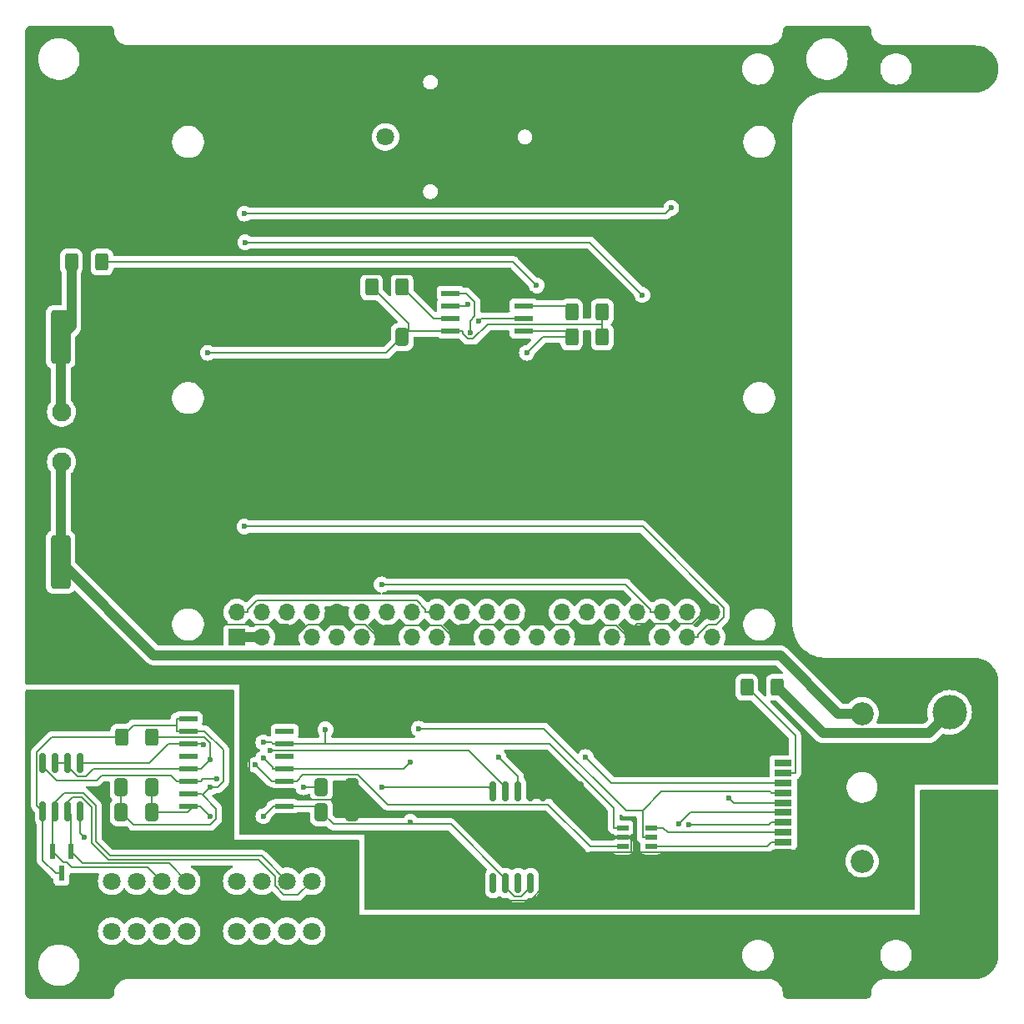
<source format=gbr>
%TF.GenerationSoftware,KiCad,Pcbnew,8.0.6-8.0.6-0~ubuntu24.04.1*%
%TF.CreationDate,2024-12-11T22:34:41+03:00*%
%TF.ProjectId,PM-CPU-RP,504d2d43-5055-42d5-9250-2e6b69636164,rev?*%
%TF.SameCoordinates,Original*%
%TF.FileFunction,Copper,L1,Top*%
%TF.FilePolarity,Positive*%
%FSLAX46Y46*%
G04 Gerber Fmt 4.6, Leading zero omitted, Abs format (unit mm)*
G04 Created by KiCad (PCBNEW 8.0.6-8.0.6-0~ubuntu24.04.1) date 2024-12-11 22:34:41*
%MOMM*%
%LPD*%
G01*
G04 APERTURE LIST*
G04 Aperture macros list*
%AMRoundRect*
0 Rectangle with rounded corners*
0 $1 Rounding radius*
0 $2 $3 $4 $5 $6 $7 $8 $9 X,Y pos of 4 corners*
0 Add a 4 corners polygon primitive as box body*
4,1,4,$2,$3,$4,$5,$6,$7,$8,$9,$2,$3,0*
0 Add four circle primitives for the rounded corners*
1,1,$1+$1,$2,$3*
1,1,$1+$1,$4,$5*
1,1,$1+$1,$6,$7*
1,1,$1+$1,$8,$9*
0 Add four rect primitives between the rounded corners*
20,1,$1+$1,$2,$3,$4,$5,0*
20,1,$1+$1,$4,$5,$6,$7,0*
20,1,$1+$1,$6,$7,$8,$9,0*
20,1,$1+$1,$8,$9,$2,$3,0*%
G04 Aperture macros list end*
%TA.AperFunction,SMDPad,CuDef*%
%ADD10R,1.803400X0.635000*%
%TD*%
%TA.AperFunction,SMDPad,CuDef*%
%ADD11R,2.997200X2.590800*%
%TD*%
%TA.AperFunction,ComponentPad*%
%ADD12O,6.350000X6.350000*%
%TD*%
%TA.AperFunction,SMDPad,CuDef*%
%ADD13R,1.181100X0.558800*%
%TD*%
%TA.AperFunction,ComponentPad*%
%ADD14C,1.800000*%
%TD*%
%TA.AperFunction,SMDPad,CuDef*%
%ADD15RoundRect,0.249999X-0.737501X-2.450001X0.737501X-2.450001X0.737501X2.450001X-0.737501X2.450001X0*%
%TD*%
%TA.AperFunction,ComponentPad*%
%ADD16O,1.700000X1.700000*%
%TD*%
%TA.AperFunction,ComponentPad*%
%ADD17R,1.700000X1.700000*%
%TD*%
%TA.AperFunction,SMDPad,CuDef*%
%ADD18RoundRect,0.250000X0.400000X0.625000X-0.400000X0.625000X-0.400000X-0.625000X0.400000X-0.625000X0*%
%TD*%
%TA.AperFunction,SMDPad,CuDef*%
%ADD19R,0.609600X1.549400*%
%TD*%
%TA.AperFunction,SMDPad,CuDef*%
%ADD20RoundRect,0.250000X0.412500X0.650000X-0.412500X0.650000X-0.412500X-0.650000X0.412500X-0.650000X0*%
%TD*%
%TA.AperFunction,SMDPad,CuDef*%
%ADD21RoundRect,0.250000X-0.400000X-0.625000X0.400000X-0.625000X0.400000X0.625000X-0.400000X0.625000X0*%
%TD*%
%TA.AperFunction,SMDPad,CuDef*%
%ADD22RoundRect,0.250000X-0.412500X-0.650000X0.412500X-0.650000X0.412500X0.650000X-0.412500X0.650000X0*%
%TD*%
%TA.AperFunction,ComponentPad*%
%ADD23R,3.500000X3.500000*%
%TD*%
%TA.AperFunction,ComponentPad*%
%ADD24C,3.500000*%
%TD*%
%TA.AperFunction,SMDPad,CuDef*%
%ADD25R,1.854200X0.482600*%
%TD*%
%TA.AperFunction,SMDPad,CuDef*%
%ADD26RoundRect,0.250000X1.450000X-0.537500X1.450000X0.537500X-1.450000X0.537500X-1.450000X-0.537500X0*%
%TD*%
%TA.AperFunction,SMDPad,CuDef*%
%ADD27RoundRect,0.150000X-0.150000X0.825000X-0.150000X-0.825000X0.150000X-0.825000X0.150000X0.825000X0*%
%TD*%
%TA.AperFunction,ComponentPad*%
%ADD28C,1.950000*%
%TD*%
%TA.AperFunction,SMDPad,CuDef*%
%ADD29R,1.828800X0.533400*%
%TD*%
%TA.AperFunction,SMDPad,CuDef*%
%ADD30RoundRect,0.150000X0.150000X-0.875000X0.150000X0.875000X-0.150000X0.875000X-0.150000X-0.875000X0*%
%TD*%
%TA.AperFunction,ComponentPad*%
%ADD31C,2.350000*%
%TD*%
%TA.AperFunction,ViaPad*%
%ADD32C,0.600000*%
%TD*%
%TA.AperFunction,Conductor*%
%ADD33C,0.200000*%
%TD*%
%TA.AperFunction,Conductor*%
%ADD34C,1.000000*%
%TD*%
G04 APERTURE END LIST*
D10*
%TO.P,J9,1,Pin_1*%
%TO.N,unconnected-(J9-Pin_1-Pad1)*%
X27556000Y-25500009D03*
%TO.P,J9,2,Pin_2*%
%TO.N,/subplates/LED_24V*%
X27556000Y-26500007D03*
%TO.P,J9,3,Pin_3*%
%TO.N,/subplates/LED_5V*%
X27556000Y-27500005D03*
%TO.P,J9,4,Pin_4*%
%TO.N,+3.3V*%
X27556000Y-28500003D03*
%TO.P,J9,5,Pin_5*%
%TO.N,/LED_0*%
X27556000Y-29500001D03*
%TO.P,J9,6,Pin_6*%
%TO.N,/LED_1*%
X27556000Y-30499999D03*
%TO.P,J9,7,Pin_7*%
%TO.N,/LED_2*%
X27556000Y-31499997D03*
%TO.P,J9,8,Pin_8*%
%TO.N,/subplates/LED_RX*%
X27556000Y-32499995D03*
%TO.P,J9,9,Pin_9*%
%TO.N,/subplates/LED_TX*%
X27556000Y-33499993D03*
%TO.P,J9,10,Pin_10*%
%TO.N,GND*%
X27556000Y-34499991D03*
D11*
%TO.P,J9,11,Pin_11*%
X25385999Y-23149998D03*
X25385999Y-36850002D03*
%TD*%
D12*
%TO.P,PE1,1*%
%TO.N,PE*%
X32000000Y-46000000D03*
%TD*%
D13*
%TO.P,U7,1,1A*%
%TO.N,/UART_RX*%
X11233150Y-32069999D03*
%TO.P,U7,2,GND*%
%TO.N,GND*%
X11233150Y-33020000D03*
%TO.P,U7,3,2A*%
%TO.N,/UART_TX*%
X11233150Y-33970001D03*
%TO.P,U7,4,2Y*%
%TO.N,/subplates/LED_TX*%
X14166850Y-33970001D03*
%TO.P,U7,5,VCC*%
%TO.N,+3.3V*%
X14166850Y-33020000D03*
%TO.P,U7,6,1Y*%
%TO.N,/subplates/LED_RX*%
X14166850Y-32069999D03*
%TD*%
D14*
%TO.P,J1,1,1*%
%TO.N,Net-(U6-VBAT)*%
X-12830000Y38100000D03*
%TO.P,J1,2,2*%
%TO.N,GND*%
X-5080000Y38100000D03*
%TD*%
D15*
%TO.P,C3,1*%
%TO.N,+5V*%
X-45817500Y17780000D03*
%TO.P,C3,2*%
%TO.N,GND*%
X-40542500Y17780000D03*
%TD*%
D16*
%TO.P,D1,1,3V3*%
%TO.N,+3.3V*%
X-27940000Y-10160000D03*
D17*
%TO.P,D1,2,5V*%
%TO.N,+5V*%
X-27940000Y-12700000D03*
D16*
%TO.P,D1,3,GPIO2/I2C_SDA*%
%TO.N,/SDA*%
X-25400000Y-10160000D03*
%TO.P,D1,4,5V*%
%TO.N,+5V*%
X-25400000Y-12700000D03*
%TO.P,D1,5,GPIO3/I2C_SCL*%
%TO.N,/SCL*%
X-22860000Y-10160000D03*
%TO.P,D1,6,GND*%
%TO.N,GND*%
X-22860000Y-12700000D03*
%TO.P,D1,7,GPIO4/GPCLK0*%
%TO.N,/SPI1_CS3*%
X-20320000Y-10160000D03*
%TO.P,D1,8,GPIO14/UART_TX*%
%TO.N,/UART_TX*%
X-20320000Y-12700000D03*
%TO.P,D1,9,GND*%
%TO.N,GND*%
X-17780000Y-10160000D03*
%TO.P,D1,10,GPIO15/UART_RX*%
%TO.N,/UART_RX*%
X-17780000Y-12700000D03*
%TO.P,D1,11,GPIO17*%
%TO.N,/SPI1_CS1*%
X-15240000Y-10160000D03*
%TO.P,D1,12,GPIO18/PCM_CLK*%
%TO.N,/SPI1_CS0*%
X-15240000Y-12700000D03*
%TO.P,D1,13,GPIO27*%
%TO.N,unconnected-(D1-GPIO27-Pad13)*%
X-12700000Y-10160000D03*
%TO.P,D1,14,GND*%
%TO.N,GND*%
X-12700000Y-12700000D03*
%TO.P,D1,15,GPIO22*%
%TO.N,unconnected-(D1-GPIO22-Pad15)*%
X-10160000Y-10160000D03*
%TO.P,D1,16,GPIO23*%
%TO.N,/UART_RTS*%
X-10160000Y-12700000D03*
%TO.P,D1,17,3V3*%
%TO.N,+3.3V*%
X-7620000Y-10160000D03*
%TO.P,D1,18,GPIO24*%
%TO.N,unconnected-(D1-GPIO24-Pad18)*%
X-7620000Y-12700000D03*
%TO.P,D1,19,GPIO10/SPI_MOSI*%
%TO.N,/SPI0_MOSI*%
X-5080000Y-10160000D03*
%TO.P,D1,20,GND*%
%TO.N,GND*%
X-5080000Y-12700000D03*
%TO.P,D1,21,GPIO9/SPI_MISO*%
%TO.N,/SPI0_MISO*%
X-2540000Y-10160000D03*
%TO.P,D1,22,GPIO25*%
%TO.N,unconnected-(D1-GPIO25-Pad22)*%
X-2540000Y-12700000D03*
%TO.P,D1,23,GPIO11/SPI_SCLK*%
%TO.N,/SPI0_SCK*%
X0Y-10160000D03*
%TO.P,D1,24,GPIO8/SPI_CE0*%
%TO.N,/SPI0_CS0*%
X0Y-12700000D03*
%TO.P,D1,25,GND*%
%TO.N,GND*%
X2540000Y-10160000D03*
%TO.P,D1,26,GPIO7/SPI_CE1*%
%TO.N,unconnected-(D1-GPIO7{slash}SPI_CE1-Pad26)*%
X2540000Y-12700000D03*
%TO.P,D1,27,GPIO0/EEPROM_SDA*%
%TO.N,unconnected-(D1-GPIO0{slash}EEPROM_SDA-Pad27)*%
X5080000Y-10160000D03*
%TO.P,D1,28,GPIO0/EEPROM_SCL*%
%TO.N,unconnected-(D1-GPIO0{slash}EEPROM_SCL-Pad28)*%
X5080000Y-12700000D03*
%TO.P,D1,29,GPIO5*%
%TO.N,unconnected-(D1-GPIO5-Pad29)*%
X7620000Y-10160000D03*
%TO.P,D1,30,GND*%
%TO.N,GND*%
X7620000Y-12700000D03*
%TO.P,D1,31,GPIO6*%
%TO.N,unconnected-(D1-GPIO6-Pad31)*%
X10160000Y-10160000D03*
%TO.P,D1,32,GPIO12/PWM0*%
%TO.N,/LED_2*%
X10160000Y-12700000D03*
%TO.P,D1,33,GPIO13/PWM1*%
%TO.N,/LED_1*%
X12700000Y-10160000D03*
%TO.P,D1,34,GND*%
%TO.N,GND*%
X12700000Y-12700000D03*
%TO.P,D1,35,GPIO19/PCM_FS*%
%TO.N,/SPI1_MISO*%
X15240000Y-10160000D03*
%TO.P,D1,36,GPIO16*%
%TO.N,/SPI1_CS2*%
X15240000Y-12700000D03*
%TO.P,D1,37,GPIO26*%
%TO.N,/LED_0*%
X17780000Y-10160000D03*
%TO.P,D1,38,GPIO20/PCM_DIN*%
%TO.N,/SPI1_MOSI*%
X17780000Y-12700000D03*
%TO.P,D1,39,GND*%
%TO.N,GND*%
X20320000Y-10160000D03*
%TO.P,D1,40,GPIO20/PCM_DOUT*%
%TO.N,/SPI1_SCK*%
X20320000Y-12700000D03*
%TD*%
D18*
%TO.P,R6,1*%
%TO.N,/UART_RTS_ISO*%
X-36550000Y-22860000D03*
%TO.P,R6,2*%
%TO.N,GND_ISO*%
X-39650000Y-22860000D03*
%TD*%
D19*
%TO.P,CR1,1,1*%
%TO.N,/RS485_B*%
X-44769999Y-34455100D03*
%TO.P,CR1,2,2*%
%TO.N,/RS485_A*%
X-46670001Y-34455100D03*
%TO.P,CR1,3,3*%
%TO.N,GND_ISO*%
X-45720000Y-36664900D03*
%TD*%
D20*
%TO.P,C8,1*%
%TO.N,+3.3V_ISO*%
X-36537500Y-30480000D03*
%TO.P,C8,2*%
%TO.N,GND_ISO*%
X-39662500Y-30480000D03*
%TD*%
D21*
%TO.P,R1,1*%
%TO.N,+5V*%
X-44730000Y25400000D03*
%TO.P,R1,2*%
%TO.N,/subplates/LED_5V*%
X-41630000Y25400000D03*
%TD*%
D22*
%TO.P,C5,1*%
%TO.N,+3.3V*%
X-19342500Y-27940000D03*
%TO.P,C5,2*%
%TO.N,GND*%
X-16217500Y-27940000D03*
%TD*%
D23*
%TO.P,J6,1,Pin_1*%
%TO.N,GND*%
X44450000Y-25400000D03*
D24*
%TO.P,J6,2,Pin_2*%
%TO.N,+24V*%
X44450000Y-20320000D03*
%TD*%
D25*
%TO.P,U4,1,VDD*%
%TO.N,+3.3V*%
X-23063200Y-29845000D03*
%TO.P,U4,2,GNDA*%
%TO.N,GND*%
X-23063200Y-28575000D03*
%TO.P,U4,3,VI1*%
%TO.N,/UART_TX*%
X-23063200Y-27305000D03*
%TO.P,U4,4,VI2*%
%TO.N,/UART_RTS*%
X-23063200Y-26035000D03*
%TO.P,U4,5,VI3*%
%TO.N,unconnected-(U4-VI3-Pad5)*%
X-23063200Y-24765000D03*
%TO.P,U4,6,VO4*%
%TO.N,/UART_RX*%
X-23063200Y-23495000D03*
%TO.P,U4,7,NC*%
%TO.N,unconnected-(U4-NC-Pad7)*%
X-23063200Y-22225000D03*
%TO.P,U4,8,GNDA*%
%TO.N,GND*%
X-23063200Y-20955000D03*
%TO.P,U4,9,GNDB*%
%TO.N,GND_ISO*%
X-32816800Y-20955000D03*
%TO.P,U4,10,SEL*%
X-32816800Y-22225000D03*
%TO.P,U4,11,VI4*%
%TO.N,/UART_RX_ISO*%
X-32816800Y-23495000D03*
%TO.P,U4,12,VO3*%
%TO.N,unconnected-(U4-VO3-Pad12)*%
X-32816800Y-24765000D03*
%TO.P,U4,13,VO2*%
%TO.N,/UART_RTS_ISO*%
X-32816800Y-26035000D03*
%TO.P,U4,14,VO1*%
%TO.N,/UART_TX_ISO*%
X-32816800Y-27305000D03*
%TO.P,U4,15,GNDB*%
%TO.N,GND_ISO*%
X-32816800Y-28575000D03*
%TO.P,U4,16,VISO*%
%TO.N,+3.3V_ISO*%
X-32816800Y-29845000D03*
%TD*%
D26*
%TO.P,C1,1*%
%TO.N,PE*%
X-7620000Y-42777500D03*
%TO.P,C1,2*%
%TO.N,GND*%
X-7620000Y-38502500D03*
%TD*%
D27*
%TO.P,U5,1,RO*%
%TO.N,/UART_RX_ISO*%
X-43815000Y-25465000D03*
%TO.P,U5,2,~{RE}*%
%TO.N,/UART_RTS_ISO*%
X-45085000Y-25465000D03*
%TO.P,U5,3,DE*%
X-46355000Y-25465000D03*
%TO.P,U5,4,DI*%
%TO.N,/UART_TX_ISO*%
X-47625000Y-25465000D03*
%TO.P,U5,5,GND*%
%TO.N,GND_ISO*%
X-47625000Y-30415000D03*
%TO.P,U5,6,A*%
%TO.N,/RS485_A*%
X-46355000Y-30415000D03*
%TO.P,U5,7,B*%
%TO.N,/RS485_B*%
X-45085000Y-30415000D03*
%TO.P,U5,8,VCC*%
%TO.N,+3.3V_ISO*%
X-43815000Y-30415000D03*
%TD*%
D22*
%TO.P,C6,1*%
%TO.N,+3.3V*%
X-19342500Y-30480000D03*
%TO.P,C6,2*%
%TO.N,GND*%
X-16217500Y-30480000D03*
%TD*%
D28*
%TO.P,J4,1,VIN*%
%TO.N,Net-(J4-VIN)*%
X-45720000Y5080000D03*
%TO.P,J4,2,GND*%
%TO.N,GND*%
X-45720000Y7620000D03*
%TO.P,J4,3,+VO*%
%TO.N,+5V*%
X-45720000Y10160000D03*
%TD*%
D18*
%TO.P,R5,1*%
%TO.N,+3.3V*%
X9170000Y17780000D03*
%TO.P,R5,2*%
%TO.N,/SPI0_CS0*%
X6070000Y17780000D03*
%TD*%
D20*
%TO.P,C4,1*%
%TO.N,+3.3V*%
X-11137500Y17780000D03*
%TO.P,C4,2*%
%TO.N,GND*%
X-14262500Y17780000D03*
%TD*%
D29*
%TO.P,U3,1,/CS*%
%TO.N,/SPI0_CS0*%
X1155700Y18415000D03*
%TO.P,U3,2,DO(IO1)*%
%TO.N,/SPI0_MISO*%
X1155700Y19685000D03*
%TO.P,U3,3,/WP(IO2)*%
%TO.N,Net-(U3-{slash}WP(IO2))*%
X1155700Y20955000D03*
%TO.P,U3,4,GND*%
%TO.N,GND*%
X1155700Y22225000D03*
%TO.P,U3,5,DI(IO0)*%
%TO.N,/SPI0_MOSI*%
X-6235700Y22225000D03*
%TO.P,U3,6,CLK*%
%TO.N,/SPI0_SCK*%
X-6235700Y20955000D03*
%TO.P,U3,7,/HOLD_(IO3)*%
%TO.N,Net-(U3-{slash}HOLD_(IO3))*%
X-6235700Y19685000D03*
%TO.P,U3,8,VCC*%
%TO.N,+3.3V*%
X-6235700Y18415000D03*
%TD*%
D15*
%TO.P,C2,1*%
%TO.N,Net-(J4-VIN)*%
X-45817500Y-5080000D03*
%TO.P,C2,2*%
%TO.N,GND*%
X-40542500Y-5080000D03*
%TD*%
D20*
%TO.P,C7,1*%
%TO.N,+3.3V_ISO*%
X-36537500Y-27940000D03*
%TO.P,C7,2*%
%TO.N,GND_ISO*%
X-39662500Y-27940000D03*
%TD*%
D23*
%TO.P,J7,1,Pin_1*%
%TO.N,PE*%
X44450000Y-35560000D03*
D24*
%TO.P,J7,2,Pin_2*%
X44450000Y-30480000D03*
%TD*%
D18*
%TO.P,R2,1*%
%TO.N,+24V*%
X26950000Y-17780000D03*
%TO.P,R2,2*%
%TO.N,/subplates/LED_24V*%
X23850000Y-17780000D03*
%TD*%
D30*
%TO.P,U6,1,32KHZ*%
%TO.N,unconnected-(U6-32KHZ-Pad1)*%
X-1905000Y-37670000D03*
%TO.P,U6,2,VCC*%
%TO.N,+3.3V*%
X-635000Y-37670000D03*
%TO.P,U6,3,~{INT}/SQW*%
%TO.N,unconnected-(U6-~{INT}{slash}SQW-Pad3)*%
X635000Y-37670000D03*
%TO.P,U6,4,~{RST}*%
%TO.N,+3.3V*%
X1905000Y-37670000D03*
%TO.P,U6,5,GND*%
%TO.N,GND*%
X3175000Y-37670000D03*
%TO.P,U6,6,GND*%
X4445000Y-37670000D03*
%TO.P,U6,7,GND*%
X5715000Y-37670000D03*
%TO.P,U6,8,GND*%
X6985000Y-37670000D03*
%TO.P,U6,9,GND*%
X6985000Y-28370000D03*
%TO.P,U6,10,GND*%
X5715000Y-28370000D03*
%TO.P,U6,11,GND*%
X4445000Y-28370000D03*
%TO.P,U6,12,GND*%
X3175000Y-28370000D03*
%TO.P,U6,13,GND*%
X1905000Y-28370000D03*
%TO.P,U6,14,VBAT*%
%TO.N,Net-(U6-VBAT)*%
X635000Y-28370000D03*
%TO.P,U6,15,SDA*%
%TO.N,/SDA*%
X-635000Y-28370000D03*
%TO.P,U6,16,SCL*%
%TO.N,/SCL*%
X-1905000Y-28370000D03*
%TD*%
D18*
%TO.P,R4,1*%
%TO.N,+3.3V*%
X9170000Y20320000D03*
%TO.P,R4,2*%
%TO.N,Net-(U3-{slash}WP(IO2))*%
X6070000Y20320000D03*
%TD*%
D21*
%TO.P,R3,1*%
%TO.N,+3.3V*%
X-14250000Y22860000D03*
%TO.P,R3,2*%
%TO.N,Net-(U3-{slash}HOLD_(IO3))*%
X-11150000Y22860000D03*
%TD*%
D14*
%TO.P,XG1,1,Pin_1*%
%TO.N,unconnected-(XG1-Pin_1-Pad1)_1*%
X-40640000Y-37465000D03*
%TO.N,unconnected-(XG1-Pin_1-Pad1)*%
X-40640000Y-42545000D03*
%TO.P,XG1,2,Pin_2*%
%TO.N,unconnected-(XG1-Pin_2-Pad2)*%
X-38100000Y-37465000D03*
%TO.N,unconnected-(XG1-Pin_2-Pad2)_1*%
X-38100000Y-42545000D03*
%TO.P,XG1,3,Pin_3*%
%TO.N,/RS485_A*%
X-35560000Y-37465000D03*
%TO.P,XG1,4,Pin_4*%
%TO.N,/RS485_B*%
X-33020000Y-37465000D03*
%TO.P,XG1,5,Pin_5*%
%TO.N,PE*%
X-30480000Y-37465000D03*
X-30480000Y-42545000D03*
%TO.P,XG1,6,Pin_6*%
%TO.N,unconnected-(XG1-Pin_6-Pad6)_1*%
X-27940000Y-37465000D03*
%TO.N,unconnected-(XG1-Pin_6-Pad6)*%
X-27940000Y-42545000D03*
%TO.P,XG1,7,Pin_7*%
%TO.N,unconnected-(XG1-Pin_7-Pad7)*%
X-25400000Y-37465000D03*
%TO.N,unconnected-(XG1-Pin_7-Pad7)_1*%
X-25400000Y-42545000D03*
%TO.P,XG1,8,Pin_8*%
%TO.N,/RS485_A*%
X-22860000Y-37465000D03*
%TO.P,XG1,9,Pin_9*%
%TO.N,/RS485_B*%
X-20320000Y-37465000D03*
%TO.P,XG1,10,Pin_10*%
%TO.N,PE*%
X-17780000Y-37465000D03*
X-17780000Y-42545000D03*
%TO.P,XG1,13*%
%TO.N,N/C*%
X-35560000Y-42545000D03*
%TO.P,XG1,14*%
X-33020000Y-42545000D03*
%TO.P,XG1,18*%
X-22860000Y-42545000D03*
%TO.P,XG1,19*%
X-20320000Y-42545000D03*
%TD*%
D31*
%TO.P,U1,1,1*%
%TO.N,+24V*%
X35560000Y-35440000D03*
%TO.P,U1,2,2*%
%TO.N,Net-(J4-VIN)*%
X35560000Y-20440000D03*
%TD*%
D32*
%TO.N,/LED_1*%
X16981600Y-31684500D03*
%TO.N,/LED_2*%
X17928700Y-31755200D03*
%TO.N,/LED_0*%
X22064300Y-29008200D03*
%TO.N,GND*%
X-27940200Y19118200D03*
X-21471200Y-21176200D03*
X-3680400Y22594500D03*
X-25577300Y-28057800D03*
%TO.N,/SCL*%
X-13233700Y-27941000D03*
%TO.N,/SDA*%
X-24516500Y-24179600D03*
%TO.N,+3.3V*%
X-30881500Y16177000D03*
X-10292400Y-31466400D03*
X-21175300Y-27940000D03*
X-25229900Y-30882200D03*
X-9440900Y-21991500D03*
%TO.N,/subplates/LED_5V*%
X2506800Y23010900D03*
X7487900Y-24867300D03*
%TO.N,/UART_RTS*%
X-25231500Y-24999800D03*
X-10317400Y-25375000D03*
%TO.N,+3.3V_ISO*%
X-30650300Y-30882200D03*
X-43444700Y-32990100D03*
%TO.N,GND_ISO*%
X-30650300Y-27941000D03*
%TO.N,/UART_TX*%
X-26054300Y-25660600D03*
%TO.N,/UART_RX*%
X-18932800Y-22058600D03*
X-25229900Y-23391400D03*
%TO.N,/UART_TX_ISO*%
X-29946500Y-27121600D03*
%TO.N,/UART_RX_ISO*%
X-31332100Y-23632700D03*
%TO.N,/UART_RTS_ISO*%
X-30650300Y-25103300D03*
%TO.N,Net-(U6-VBAT)*%
X-1349900Y-24882700D03*
%TO.N,/SPI0_MOSI*%
X-4242300Y18232900D03*
%TO.N,/SPI1_MOSI*%
X-27154800Y-1470200D03*
%TO.N,/SPI0_CS0*%
X1521700Y16177000D03*
%TO.N,/SPI0_SCK*%
X-4436000Y21125000D03*
%TO.N,/SPI1_MISO*%
X-13233700Y-7352600D03*
%TO.N,/SPI1_SCK*%
X-27150300Y30302900D03*
X16179300Y30883000D03*
%TO.N,/SPI1_CS2*%
X-27064100Y27389100D03*
X13238000Y22059400D03*
%TO.N,/SPI0_MISO*%
X-3412900Y19416700D03*
%TD*%
D33*
%TO.N,/LED_1*%
X18166100Y-30500000D02*
X16981600Y-31684500D01*
X27556000Y-30500000D02*
X18166100Y-30500000D01*
%TO.N,/LED_2*%
X27556000Y-31500000D02*
X26352600Y-31500000D01*
X26097400Y-31755200D02*
X26352600Y-31500000D01*
X17928700Y-31755200D02*
X26097400Y-31755200D01*
%TO.N,/LED_0*%
X22556100Y-29500000D02*
X22064300Y-29008200D01*
X27556000Y-29500000D02*
X22556100Y-29500000D01*
D34*
%TO.N,+5V*%
X-27940000Y-12700000D02*
X-25400000Y-12700000D01*
X-45817500Y10257500D02*
X-45817500Y17780000D01*
X-44730000Y18867500D02*
X-45817500Y17780000D01*
X-44730000Y25400000D02*
X-44730000Y18867500D01*
X-45720000Y10160000D02*
X-45817500Y10257500D01*
D33*
%TO.N,GND*%
X-7153200Y-11510000D02*
X-6231700Y-12431500D01*
X-40542500Y12797500D02*
X-40542500Y17780000D01*
X-21613200Y-21176200D02*
X-21834400Y-20955000D01*
X-3680400Y22594500D02*
X-429900Y22594500D01*
X5715000Y-37670000D02*
X6985000Y-37670000D01*
X-21708300Y-12412000D02*
X-20726300Y-11430000D01*
X1835200Y-39421000D02*
X3175000Y-38081200D01*
X42398300Y-25400000D02*
X33298300Y-34500000D01*
X11233200Y-33020000D02*
X12125500Y-33020000D01*
X-13851700Y-12431500D02*
X-13851700Y-12700000D01*
X-45720000Y7620000D02*
X-40542500Y12797500D01*
X12125500Y-34551100D02*
X12125500Y-33020000D01*
X-21834400Y-28575000D02*
X-21199400Y-29210000D01*
X-14853200Y-11430000D02*
X-13851700Y-12431500D01*
X-16217500Y-30480000D02*
X-16217500Y-27940000D01*
X-17780000Y-10160000D02*
X-18931700Y-10160000D01*
X-12930200Y-11510000D02*
X-7153200Y-11510000D01*
X3175000Y-28370000D02*
X1905000Y-28370000D01*
X-5230200Y-11430000D02*
X1388300Y-11430000D01*
X-27940200Y19118200D02*
X-22950800Y24107600D01*
X3175000Y-37670000D02*
X4445000Y-37670000D01*
X6985000Y-29664000D02*
X10341000Y-33020000D01*
X7620000Y-12700000D02*
X6468300Y-12700000D01*
X44450000Y-25400000D02*
X42398300Y-25400000D01*
X-23677600Y-28575000D02*
X-23063200Y-28575000D01*
X10609400Y-11492600D02*
X11548300Y-12431500D01*
X-18931700Y-11430000D02*
X-14853200Y-11430000D01*
X26301500Y-34551100D02*
X26352600Y-34500000D01*
X-29669500Y-11379900D02*
X-22740400Y-11379900D01*
X-429900Y22594500D02*
X-60400Y22225000D01*
X1388300Y-11430000D02*
X1388300Y-10160000D01*
X-17487500Y-29210000D02*
X-16217500Y-30480000D01*
X6405700Y-11430000D02*
X6468300Y-11492600D01*
X6985000Y-35454600D02*
X6985000Y-37670000D01*
X19168300Y-10160000D02*
X19168300Y-10448000D01*
X4445000Y-37670000D02*
X5715000Y-37670000D01*
X-23063200Y-20955000D02*
X-24292000Y-20955000D01*
X-26701400Y-23364400D02*
X-26701400Y-26933700D01*
X18304600Y-11311700D02*
X12668100Y-11311700D01*
X1155700Y22225000D02*
X-60400Y22225000D01*
X2010400Y-30480000D02*
X6985000Y-35454600D01*
X-16217500Y-30480000D02*
X2010400Y-30480000D01*
X-40542500Y-5080000D02*
X-35969400Y-5080000D01*
X-22950800Y24107600D02*
X-5193500Y24107600D01*
X-25577300Y-28057800D02*
X-25060100Y-28575000D01*
X-7620000Y-38502500D02*
X-6701500Y-39421000D01*
X-20726300Y-11430000D02*
X-18931700Y-11430000D01*
X-5080000Y-12700000D02*
X-6231700Y-12700000D01*
X-22860000Y-12700000D02*
X-21708300Y-12700000D01*
X-18931700Y-11430000D02*
X-18931700Y-10160000D01*
X12125500Y-34551100D02*
X26301500Y-34551100D01*
X19168300Y-10448000D02*
X18304600Y-11311700D01*
X1388300Y-11430000D02*
X6405700Y-11430000D01*
X11233200Y-33020000D02*
X10341000Y-33020000D01*
X20320000Y-10160000D02*
X19168300Y-10160000D01*
X-6231700Y-12431500D02*
X-5230200Y-11430000D01*
X11548300Y-12431500D02*
X11548300Y-12700000D01*
X4445000Y-28370000D02*
X3175000Y-28370000D01*
X-5193500Y24107600D02*
X-3680400Y22594500D01*
X33298300Y-34500000D02*
X27556000Y-34500000D01*
X-25060100Y-28575000D02*
X-24292000Y-28575000D01*
X-22740400Y-11379900D02*
X-21708300Y-12412000D01*
X6985000Y-35454600D02*
X7888500Y-34551100D01*
X-24292000Y-20955000D02*
X-26701400Y-23364400D01*
X-27940200Y17780000D02*
X-14262500Y17780000D01*
X12700000Y-12700000D02*
X11548300Y-12700000D01*
X2540000Y-10160000D02*
X1388300Y-10160000D01*
X-40542500Y17780000D02*
X-27940200Y17780000D01*
X-23063200Y-20955000D02*
X-21834400Y-20955000D01*
X-23677600Y-28575000D02*
X-24292000Y-28575000D01*
X-6231700Y-12431500D02*
X-6231700Y-12700000D01*
X7888500Y-34551100D02*
X12125500Y-34551100D01*
X-21708300Y-12700000D02*
X-21708300Y-12412000D01*
X6985000Y-28370000D02*
X6985000Y-29664000D01*
X6468300Y-11492600D02*
X10609400Y-11492600D01*
X-27940200Y17780000D02*
X-27940200Y19118200D01*
X27556000Y-34500000D02*
X26352600Y-34500000D01*
X6985000Y-28370000D02*
X5715000Y-28370000D01*
X-23063200Y-28575000D02*
X-21834400Y-28575000D01*
X5715000Y-28370000D02*
X4445000Y-28370000D01*
X12668100Y-11311700D02*
X11548300Y-12431500D01*
X3175000Y-38081200D02*
X3175000Y-37670000D01*
X6468300Y-11492600D02*
X6468300Y-12700000D01*
X-21199400Y-29210000D02*
X-17487500Y-29210000D01*
X-26701400Y-26933700D02*
X-25577300Y-28057800D01*
X-35969400Y-5080000D02*
X-29669500Y-11379900D01*
X-13851700Y-12431500D02*
X-12930200Y-11510000D01*
X-21471200Y-21176200D02*
X-21613200Y-21176200D01*
X-6701500Y-39421000D02*
X1835200Y-39421000D01*
X-12700000Y-12700000D02*
X-13851700Y-12700000D01*
%TO.N,/SCL*%
X-13233700Y-27941000D02*
X-2334000Y-27941000D01*
X-2334000Y-27941000D02*
X-1905000Y-28370000D01*
%TO.N,/SDA*%
X-4411100Y-24179600D02*
X-24516500Y-24179600D01*
X-635000Y-27955700D02*
X-4411100Y-24179600D01*
X-635000Y-28370000D02*
X-635000Y-27955700D01*
D34*
%TO.N,Net-(J4-VIN)*%
X35560000Y-20440000D02*
X33140000Y-20440000D01*
X-45720000Y5080000D02*
X-45817500Y4982500D01*
X-45817500Y4982500D02*
X-45817500Y-5080000D01*
X33140000Y-20440000D02*
X27234100Y-14534100D01*
X-36363400Y-14534100D02*
X-45817500Y-5080000D01*
X27234100Y-14534100D02*
X-36363400Y-14534100D01*
%TO.N,+24V*%
X26950000Y-17780000D02*
X31624500Y-22454500D01*
X42315500Y-22454500D02*
X44450000Y-20320000D01*
X31624500Y-22454500D02*
X42315500Y-22454500D01*
D33*
%TO.N,+3.3V*%
X-10502500Y18415000D02*
X-11137500Y17780000D01*
X-10502500Y18415000D02*
X-10502500Y19112500D01*
X-23677600Y-29845000D02*
X-23063200Y-29845000D01*
X-23063200Y-29845000D02*
X-19977500Y-29845000D01*
X-9651600Y-8992200D02*
X-8771700Y-9872100D01*
X27556000Y-28500000D02*
X26352600Y-28500000D01*
X-18128400Y-31694100D02*
X-19342500Y-30480000D01*
X3268200Y-21991500D02*
X11576700Y-30300000D01*
X9170000Y19050000D02*
X9170000Y17780000D01*
X-2481800Y19050000D02*
X-3944700Y17587100D01*
X981700Y-39013100D02*
X272600Y-39013100D01*
X-26788300Y-9894300D02*
X-25886200Y-8992200D01*
X-23677600Y-29845000D02*
X-24292000Y-29845000D01*
X-12740500Y16177000D02*
X-30881500Y16177000D01*
X-6235700Y18415000D02*
X-5019600Y18415000D01*
X-25886200Y-8992200D02*
X-9651600Y-8992200D01*
X-10292400Y-31694100D02*
X-6208400Y-31694100D01*
X272600Y-39013100D02*
X-635000Y-38105500D01*
X-19977500Y-29845000D02*
X-19342500Y-30480000D01*
X9170000Y20320000D02*
X9170000Y19050000D01*
X-25229900Y-30882200D02*
X-24292000Y-29944300D01*
X-5019600Y18130800D02*
X-5019600Y18415000D01*
X-27940000Y-10160000D02*
X-26788300Y-10160000D01*
X-3944700Y17587100D02*
X-4475900Y17587100D01*
X1905000Y-37670000D02*
X1905000Y-38089800D01*
X-635000Y-37267500D02*
X-635000Y-37670000D01*
X1905000Y-38089800D02*
X981700Y-39013100D01*
X-6208400Y-31694100D02*
X-635000Y-37267500D01*
X-24292000Y-29944300D02*
X-24292000Y-29845000D01*
X14166900Y-33020000D02*
X13274700Y-33020000D01*
X13274700Y-30300000D02*
X15196800Y-28377900D01*
X13274700Y-30300000D02*
X13274700Y-33020000D01*
X-10292400Y-31466400D02*
X-10292400Y-31694100D01*
X9170000Y19050000D02*
X-2481800Y19050000D01*
X-635000Y-38105500D02*
X-635000Y-37670000D01*
X-7620000Y-10160000D02*
X-8771700Y-10160000D01*
X11576700Y-30300000D02*
X13274700Y-30300000D01*
X26230500Y-28377900D02*
X26352600Y-28500000D01*
X-26788300Y-10160000D02*
X-26788300Y-9894300D01*
X-21175300Y-27940000D02*
X-19342500Y-27940000D01*
X-6235700Y18415000D02*
X-10502500Y18415000D01*
X-8771700Y-9872100D02*
X-8771700Y-10160000D01*
X-11137500Y17780000D02*
X-12740500Y16177000D01*
X-9440900Y-21991500D02*
X3268200Y-21991500D01*
X15196800Y-28377900D02*
X26230500Y-28377900D01*
X-4475900Y17587100D02*
X-5019600Y18130800D01*
X-10502500Y19112500D02*
X-14250000Y22860000D01*
X-10292400Y-31694100D02*
X-18128400Y-31694100D01*
%TO.N,/subplates/LED_24V*%
X27556000Y-26500000D02*
X28759400Y-26500000D01*
X23850000Y-17780000D02*
X28759400Y-22689400D01*
X28759400Y-22689400D02*
X28759400Y-26500000D01*
%TO.N,/subplates/LED_5V*%
X12391800Y-27500000D02*
X12390300Y-27498500D01*
X27556000Y-27500000D02*
X12391800Y-27500000D01*
X2506800Y23010900D02*
X117700Y25400000D01*
X10119100Y-27498500D02*
X7487900Y-24867300D01*
X117700Y25400000D02*
X-41630000Y25400000D01*
X12390300Y-27498500D02*
X10119100Y-27498500D01*
%TO.N,/UART_RTS*%
X-23677600Y-26035000D02*
X-24292000Y-26035000D01*
X-23677600Y-26035000D02*
X-23063200Y-26035000D01*
X-10977400Y-26035000D02*
X-10317400Y-25375000D01*
X-24292000Y-26035000D02*
X-24292000Y-25939300D01*
X-24292000Y-25939300D02*
X-25231500Y-24999800D01*
X-23063200Y-26035000D02*
X-10977400Y-26035000D01*
%TO.N,+3.3V_ISO*%
X-32290600Y-29845000D02*
X-32925600Y-30480000D01*
X-43815000Y-32619800D02*
X-43815000Y-30415000D01*
X-32925600Y-30480000D02*
X-36537500Y-30480000D01*
X-43444700Y-32990100D02*
X-43815000Y-32619800D01*
X-36537500Y-27940000D02*
X-36537500Y-30480000D01*
X-31588000Y-29944500D02*
X-31588000Y-29845000D01*
X-32290600Y-29845000D02*
X-31588000Y-29845000D01*
X-30650300Y-30882200D02*
X-31588000Y-29944500D01*
X-32816800Y-29845000D02*
X-32290600Y-29845000D01*
%TO.N,GND_ISO*%
X-30033700Y-30129300D02*
X-30033700Y-31156700D01*
X-48225000Y-24349000D02*
X-46736000Y-22860000D01*
X-47625000Y-35366400D02*
X-47625000Y-30415000D01*
X-48225000Y-29815000D02*
X-48225000Y-24349000D01*
X-30650300Y-27941000D02*
X-31436100Y-28726800D01*
X-32816800Y-28575000D02*
X-32081600Y-28575000D01*
X-38390300Y-31752200D02*
X-39662500Y-30480000D01*
X-32816800Y-20955000D02*
X-34045600Y-20955000D01*
X-32081600Y-28575000D02*
X-31588000Y-28575000D01*
X-46736000Y-22860000D02*
X-39650000Y-22860000D01*
X-33431200Y-22225000D02*
X-34045600Y-22225000D01*
X-30033700Y-31156700D02*
X-30629200Y-31752200D01*
X-29322100Y-24132700D02*
X-29322100Y-27372100D01*
X-39662500Y-27940000D02*
X-39662500Y-30480000D01*
X-34045600Y-21671200D02*
X-34045600Y-22225000D01*
X-45720000Y-36664900D02*
X-46326500Y-36664900D01*
X-47625000Y-30415000D02*
X-48225000Y-29815000D01*
X-32816800Y-22225000D02*
X-31229800Y-22225000D01*
X-33431200Y-22225000D02*
X-32816800Y-22225000D01*
X-34045600Y-21671200D02*
X-38461200Y-21671200D01*
X-46326500Y-36664900D02*
X-47625000Y-35366400D01*
X-31229800Y-22225000D02*
X-29322100Y-24132700D01*
X-31588000Y-28575000D02*
X-31436100Y-28726800D01*
X-34045600Y-20955000D02*
X-34045600Y-21671200D01*
X-38461200Y-21671200D02*
X-39650000Y-22860000D01*
X-29891000Y-27941000D02*
X-30650300Y-27941000D01*
X-30629200Y-31752200D02*
X-38390300Y-31752200D01*
X-29322100Y-27372100D02*
X-29891000Y-27941000D01*
X-31436100Y-28726800D02*
X-30033700Y-30129300D01*
%TO.N,/RS485_B*%
X-44600999Y-28956000D02*
X-43658448Y-28956000D01*
X-43557099Y-35668000D02*
X-44769999Y-34455100D01*
X-42672000Y-29942448D02*
X-42672000Y-33585686D01*
X-33020000Y-37465000D02*
X-34817000Y-35668000D01*
X-40951686Y-35306000D02*
X-25721943Y-35306000D01*
X-24060000Y-37962057D02*
X-23160057Y-38862000D01*
X-21717000Y-38862000D02*
X-20320000Y-37465000D01*
X-42672000Y-33585686D02*
X-40951686Y-35306000D01*
X-23160057Y-38862000D02*
X-21717000Y-38862000D01*
X-43658448Y-28956000D02*
X-42672000Y-29942448D01*
X-25721943Y-35306000D02*
X-24060000Y-36967943D01*
X-45085000Y-30415000D02*
X-45085000Y-29440001D01*
X-34817000Y-35668000D02*
X-43557099Y-35668000D01*
X-45085000Y-29440001D02*
X-44600999Y-28956000D01*
X-44769999Y-34455100D02*
X-44769999Y-30730001D01*
X-44769999Y-30730001D02*
X-45085000Y-30415000D01*
X-24060000Y-36967943D02*
X-24060000Y-37962057D01*
%TO.N,/RS485_A*%
X-46355000Y-30415000D02*
X-46355000Y-29440001D01*
X-46670001Y-34455100D02*
X-46670001Y-30730001D01*
X-45534901Y-35590200D02*
X-46670001Y-34455100D01*
X-36957000Y-36068000D02*
X-44704000Y-36068000D01*
X-44704000Y-36068000D02*
X-45181800Y-35590200D01*
X-46355000Y-29440001D02*
X-45470999Y-28556000D01*
X-42272000Y-33420000D02*
X-40786000Y-34906000D01*
X-40786000Y-34906000D02*
X-25419000Y-34906000D01*
X-45470999Y-28556000D02*
X-43492762Y-28556000D01*
X-25419000Y-34906000D02*
X-22860000Y-37465000D01*
X-42272000Y-29776762D02*
X-42272000Y-33420000D01*
X-46670001Y-30730001D02*
X-46355000Y-30415000D01*
X-35560000Y-37465000D02*
X-36957000Y-36068000D01*
X-45181800Y-35590200D02*
X-45534901Y-35590200D01*
X-43492762Y-28556000D02*
X-42272000Y-29776762D01*
%TO.N,/UART_TX*%
X-15624300Y-26678300D02*
X-12605300Y-29697300D01*
X-23063200Y-27305000D02*
X-21834400Y-27305000D01*
X-21834400Y-27305000D02*
X-21207700Y-26678300D01*
X-21207700Y-26678300D02*
X-15624300Y-26678300D01*
X-12605300Y-29697300D02*
X3683500Y-29697300D01*
X-24409900Y-27305000D02*
X-23063200Y-27305000D01*
X3683500Y-29697300D02*
X7956200Y-33970000D01*
X-26054300Y-25660600D02*
X-24409900Y-27305000D01*
X7956200Y-33970000D02*
X11233200Y-33970000D01*
%TO.N,/UART_RX*%
X10341000Y-32070000D02*
X10341000Y-30007800D01*
X11233200Y-32070000D02*
X10341000Y-32070000D01*
X-18932800Y-23495000D02*
X-23063200Y-23495000D01*
X-18932800Y-23495000D02*
X-18932800Y-22058600D01*
X3828200Y-23495000D02*
X-18932800Y-23495000D01*
X-25229900Y-23391400D02*
X-24395600Y-23391400D01*
X10341000Y-30007800D02*
X3828200Y-23495000D01*
X-24395600Y-23391400D02*
X-24292000Y-23495000D01*
X-23063200Y-23495000D02*
X-24292000Y-23495000D01*
%TO.N,Net-(U3-{slash}WP(IO2))*%
X5435000Y20955000D02*
X6070000Y20320000D01*
X1155700Y20955000D02*
X5435000Y20955000D01*
%TO.N,Net-(U3-{slash}HOLD_(IO3))*%
X-7975000Y19685000D02*
X-11150000Y22860000D01*
X-6235700Y19685000D02*
X-7975000Y19685000D01*
%TO.N,/UART_TX_ISO*%
X-34615000Y-26735600D02*
X-34045600Y-27305000D01*
X-32816800Y-27305000D02*
X-31588000Y-27305000D01*
X-31404600Y-27121600D02*
X-31588000Y-27305000D01*
X-42150000Y-27212900D02*
X-41672700Y-26735600D01*
X-29946500Y-27121600D02*
X-31404600Y-27121600D01*
X-47625000Y-25822800D02*
X-46234900Y-27212900D01*
X-46234900Y-27212900D02*
X-42150000Y-27212900D01*
X-47625000Y-25465000D02*
X-47625000Y-25822800D01*
X-32816800Y-27305000D02*
X-34045600Y-27305000D01*
X-41672700Y-26735600D02*
X-34615000Y-26735600D01*
%TO.N,/UART_RX_ISO*%
X-31450300Y-23632700D02*
X-31588000Y-23495000D01*
X-34870300Y-23495000D02*
X-32816800Y-23495000D01*
X-43815000Y-25465000D02*
X-36840300Y-25465000D01*
X-36840300Y-25465000D02*
X-34870300Y-23495000D01*
X-32816800Y-23495000D02*
X-31588000Y-23495000D01*
X-31332100Y-23632700D02*
X-31450300Y-23632700D01*
%TO.N,/UART_RTS_ISO*%
X-45085000Y-25465000D02*
X-46355000Y-25465000D01*
X-43267400Y-26792000D02*
X-42510400Y-26035000D01*
X-30650300Y-25103300D02*
X-30650300Y-23414400D01*
X-30650300Y-23414400D02*
X-31204700Y-22860000D01*
X-32816800Y-26035000D02*
X-31582000Y-26035000D01*
X-44130100Y-26792000D02*
X-43267400Y-26792000D01*
X-45085000Y-25465000D02*
X-45085000Y-25837100D01*
X-31582000Y-26035000D02*
X-30650300Y-25103300D01*
X-31204700Y-22860000D02*
X-36550000Y-22860000D01*
X-42510400Y-26035000D02*
X-32816800Y-26035000D01*
X-45085000Y-25837100D02*
X-44130100Y-26792000D01*
%TO.N,Net-(U6-VBAT)*%
X635000Y-28370000D02*
X635000Y-26867600D01*
X635000Y-26867600D02*
X-1349900Y-24882700D01*
%TO.N,/subplates/LED_RX*%
X15372300Y-32070000D02*
X14166900Y-32070000D01*
X27556000Y-32500000D02*
X15802300Y-32500000D01*
X15802300Y-32500000D02*
X15372300Y-32070000D01*
%TO.N,/subplates/LED_TX*%
X26352600Y-33500000D02*
X25882600Y-33970000D01*
X25882600Y-33970000D02*
X14166900Y-33970000D01*
X27556000Y-33500000D02*
X26352600Y-33500000D01*
%TO.N,/SPI0_MOSI*%
X-3797100Y19883300D02*
X-4242300Y19438100D01*
X-5019600Y22225000D02*
X-4685100Y22225000D01*
X-3797100Y21337000D02*
X-3797100Y19883300D01*
X-6235700Y22225000D02*
X-5019600Y22225000D01*
X-4242300Y19438100D02*
X-4242300Y18232900D01*
X-4685100Y22225000D02*
X-3797100Y21337000D01*
%TO.N,/SPI1_MOSI*%
X21488100Y-10677700D02*
X20735800Y-11430000D01*
X19933200Y-11430000D02*
X18931700Y-12431500D01*
X20735800Y-11430000D02*
X19933200Y-11430000D01*
X18931700Y-12431500D02*
X18931700Y-12700000D01*
X-27154800Y-1470200D02*
X13263800Y-1470200D01*
X17780000Y-12700000D02*
X18931700Y-12700000D01*
X21488100Y-9694500D02*
X21488100Y-10677700D01*
X13263800Y-1470200D02*
X21488100Y-9694500D01*
%TO.N,/SPI0_CS0*%
X6070000Y17780000D02*
X3124700Y17780000D01*
X5435000Y18415000D02*
X6070000Y17780000D01*
X3124700Y17780000D02*
X1521700Y16177000D01*
X1155700Y18415000D02*
X5435000Y18415000D01*
%TO.N,/SPI0_SCK*%
X-4436000Y21125000D02*
X-4606000Y20955000D01*
X-4606000Y20955000D02*
X-6235700Y20955000D01*
%TO.N,/SPI1_MISO*%
X11549400Y-7352600D02*
X14088300Y-9891500D01*
X-13233700Y-7352600D02*
X11549400Y-7352600D01*
X15240000Y-10160000D02*
X14088300Y-10160000D01*
X14088300Y-9891500D02*
X14088300Y-10160000D01*
%TO.N,/SPI1_SCK*%
X-27150300Y30302900D02*
X15599200Y30302900D01*
X15599200Y30302900D02*
X16179300Y30883000D01*
%TO.N,/SPI1_CS2*%
X7908300Y27389100D02*
X-27064100Y27389100D01*
X13238000Y22059400D02*
X7908300Y27389100D01*
%TO.N,/SPI0_MISO*%
X1155700Y19685000D02*
X-3144600Y19685000D01*
X-3144600Y19685000D02*
X-3412900Y19416700D01*
%TD*%
%TA.AperFunction,Conductor*%
%TO.N,PE*%
G36*
X-28250961Y-18053685D02*
G01*
X-28205206Y-18106489D01*
X-28194000Y-18158000D01*
X-28194000Y-33274000D01*
X-15618000Y-33274000D01*
X-15550961Y-33293685D01*
X-15505206Y-33346489D01*
X-15494000Y-33398000D01*
X-15494000Y-40894000D01*
X41402000Y-40894000D01*
X41402000Y-28318000D01*
X41421685Y-28250961D01*
X41474489Y-28205206D01*
X41526000Y-28194000D01*
X49275500Y-28194000D01*
X49342539Y-28213685D01*
X49388294Y-28266489D01*
X49399500Y-28318000D01*
X49399500Y-44996249D01*
X49399274Y-45003736D01*
X49382457Y-45281741D01*
X49380652Y-45296605D01*
X49331126Y-45566862D01*
X49327542Y-45581402D01*
X49245803Y-45843709D01*
X49240494Y-45857709D01*
X49127729Y-46108264D01*
X49120770Y-46121523D01*
X48978630Y-46356652D01*
X48970124Y-46368975D01*
X48800675Y-46585261D01*
X48790745Y-46596469D01*
X48596469Y-46790745D01*
X48585261Y-46800675D01*
X48368975Y-46970124D01*
X48356652Y-46978630D01*
X48121523Y-47120770D01*
X48108264Y-47127729D01*
X47857709Y-47240494D01*
X47843709Y-47245803D01*
X47581402Y-47327542D01*
X47566862Y-47331126D01*
X47296605Y-47380652D01*
X47281741Y-47382457D01*
X47003736Y-47399274D01*
X46996249Y-47399500D01*
X37892682Y-47399500D01*
X37680235Y-47430044D01*
X37680225Y-47430047D01*
X37474284Y-47490517D01*
X37279061Y-47579672D01*
X37279048Y-47579679D01*
X37098485Y-47695720D01*
X36936275Y-47836275D01*
X36795720Y-47998485D01*
X36679679Y-48179048D01*
X36679672Y-48179061D01*
X36590517Y-48374284D01*
X36530047Y-48580225D01*
X36530044Y-48580235D01*
X36499500Y-48792682D01*
X36499500Y-48893038D01*
X36498720Y-48906923D01*
X36488540Y-48997264D01*
X36482362Y-49024333D01*
X36454648Y-49103537D01*
X36442600Y-49128555D01*
X36397957Y-49199604D01*
X36380644Y-49221313D01*
X36321313Y-49280644D01*
X36299604Y-49297957D01*
X36228555Y-49342600D01*
X36203537Y-49354648D01*
X36124333Y-49382362D01*
X36097264Y-49388540D01*
X36017075Y-49397576D01*
X36006921Y-49398720D01*
X35993038Y-49399500D01*
X28006962Y-49399500D01*
X27993078Y-49398720D01*
X27980553Y-49397308D01*
X27902735Y-49388540D01*
X27875666Y-49382362D01*
X27796462Y-49354648D01*
X27771444Y-49342600D01*
X27700395Y-49297957D01*
X27678686Y-49280644D01*
X27619355Y-49221313D01*
X27602042Y-49199604D01*
X27557399Y-49128555D01*
X27545351Y-49103537D01*
X27517637Y-49024333D01*
X27511459Y-48997263D01*
X27501280Y-48906922D01*
X27500500Y-48893038D01*
X27500500Y-48792683D01*
X27500500Y-48792682D01*
X27469954Y-48580231D01*
X27409484Y-48374290D01*
X27409483Y-48374288D01*
X27409482Y-48374284D01*
X27320327Y-48179061D01*
X27320320Y-48179048D01*
X27269840Y-48100500D01*
X27204281Y-47998487D01*
X27092396Y-47869365D01*
X27063724Y-47836275D01*
X26901514Y-47695720D01*
X26901513Y-47695719D01*
X26824634Y-47646312D01*
X26720951Y-47579679D01*
X26720938Y-47579672D01*
X26525715Y-47490517D01*
X26319774Y-47430047D01*
X26319764Y-47430044D01*
X26128754Y-47402582D01*
X26107318Y-47399500D01*
X26065892Y-47399500D01*
X-38834108Y-47399500D01*
X-38900000Y-47399500D01*
X-39007318Y-47399500D01*
X-39219765Y-47430044D01*
X-39219775Y-47430047D01*
X-39425716Y-47490517D01*
X-39620939Y-47579672D01*
X-39620952Y-47579679D01*
X-39801515Y-47695720D01*
X-39963725Y-47836275D01*
X-40104280Y-47998485D01*
X-40220321Y-48179048D01*
X-40220328Y-48179061D01*
X-40309483Y-48374284D01*
X-40369953Y-48580225D01*
X-40369956Y-48580235D01*
X-40400500Y-48792682D01*
X-40400500Y-48893038D01*
X-40401280Y-48906923D01*
X-40411460Y-48997264D01*
X-40417638Y-49024333D01*
X-40445352Y-49103537D01*
X-40457400Y-49128555D01*
X-40502043Y-49199604D01*
X-40519356Y-49221313D01*
X-40578687Y-49280644D01*
X-40600396Y-49297957D01*
X-40671445Y-49342600D01*
X-40696463Y-49354648D01*
X-40775667Y-49382362D01*
X-40802736Y-49388540D01*
X-40882925Y-49397576D01*
X-40893079Y-49398720D01*
X-40906962Y-49399500D01*
X-48893038Y-49399500D01*
X-48906922Y-49398720D01*
X-48919447Y-49397308D01*
X-48997265Y-49388540D01*
X-49024334Y-49382362D01*
X-49103538Y-49354648D01*
X-49128556Y-49342600D01*
X-49199605Y-49297957D01*
X-49221314Y-49280644D01*
X-49280645Y-49221313D01*
X-49297958Y-49199604D01*
X-49342601Y-49128555D01*
X-49354649Y-49103537D01*
X-49382363Y-49024333D01*
X-49388541Y-48997263D01*
X-49398720Y-48906922D01*
X-49399500Y-48893038D01*
X-49399500Y-46000000D01*
X-48105408Y-46000000D01*
X-48085799Y-46286680D01*
X-48085799Y-46286684D01*
X-48085798Y-46286686D01*
X-48071259Y-46356652D01*
X-48027334Y-46568034D01*
X-48027333Y-46568037D01*
X-47931106Y-46838793D01*
X-47931107Y-46838793D01*
X-47798902Y-47093935D01*
X-47633188Y-47328700D01*
X-47559297Y-47407817D01*
X-47437053Y-47538708D01*
X-47214147Y-47720055D01*
X-46990904Y-47855813D01*
X-46968618Y-47869365D01*
X-46781763Y-47950526D01*
X-46705058Y-47983844D01*
X-46428358Y-48061371D01*
X-46178080Y-48095771D01*
X-46143679Y-48100500D01*
X-46143678Y-48100500D01*
X-45856321Y-48100500D01*
X-45825630Y-48096281D01*
X-45571642Y-48061371D01*
X-45294942Y-47983844D01*
X-45181985Y-47934779D01*
X-45031383Y-47869365D01*
X-45031380Y-47869363D01*
X-45031375Y-47869361D01*
X-44785853Y-47720055D01*
X-44562947Y-47538708D01*
X-44366811Y-47328698D01*
X-44201099Y-47093936D01*
X-44068896Y-46838797D01*
X-43972666Y-46568032D01*
X-43914202Y-46286686D01*
X-43894592Y-46000000D01*
X-43914202Y-45713314D01*
X-43972666Y-45431968D01*
X-44068895Y-45161206D01*
X-44068894Y-45161206D01*
X-44152425Y-45000000D01*
X23394551Y-45000000D01*
X23414317Y-45251151D01*
X23473126Y-45496110D01*
X23569533Y-45728859D01*
X23701160Y-45943653D01*
X23701161Y-45943656D01*
X23701164Y-45943659D01*
X23864776Y-46135224D01*
X23964391Y-46220303D01*
X24056343Y-46298838D01*
X24056346Y-46298839D01*
X24271140Y-46430466D01*
X24503889Y-46526873D01*
X24748852Y-46585683D01*
X25000000Y-46605449D01*
X25251148Y-46585683D01*
X25496111Y-46526873D01*
X25728859Y-46430466D01*
X25943659Y-46298836D01*
X26135224Y-46135224D01*
X26298836Y-45943659D01*
X26430466Y-45728859D01*
X26526873Y-45496111D01*
X26585683Y-45251148D01*
X26605449Y-45000000D01*
X37394551Y-45000000D01*
X37414317Y-45251151D01*
X37473126Y-45496110D01*
X37569533Y-45728859D01*
X37701160Y-45943653D01*
X37701161Y-45943656D01*
X37701164Y-45943659D01*
X37864776Y-46135224D01*
X37964391Y-46220303D01*
X38056343Y-46298838D01*
X38056346Y-46298839D01*
X38271140Y-46430466D01*
X38503889Y-46526873D01*
X38748852Y-46585683D01*
X39000000Y-46605449D01*
X39251148Y-46585683D01*
X39496111Y-46526873D01*
X39728859Y-46430466D01*
X39943659Y-46298836D01*
X40135224Y-46135224D01*
X40298836Y-45943659D01*
X40430466Y-45728859D01*
X40526873Y-45496111D01*
X40585683Y-45251148D01*
X40605449Y-45000000D01*
X40585683Y-44748852D01*
X40526873Y-44503889D01*
X40434113Y-44279945D01*
X40430466Y-44271140D01*
X40298839Y-44056346D01*
X40298838Y-44056343D01*
X40261875Y-44013066D01*
X40135224Y-43864776D01*
X40008571Y-43756604D01*
X39943656Y-43701161D01*
X39943653Y-43701160D01*
X39728859Y-43569533D01*
X39496110Y-43473126D01*
X39251151Y-43414317D01*
X39000000Y-43394551D01*
X38748848Y-43414317D01*
X38503889Y-43473126D01*
X38271140Y-43569533D01*
X38056346Y-43701160D01*
X38056343Y-43701161D01*
X37864776Y-43864776D01*
X37701161Y-44056343D01*
X37701160Y-44056346D01*
X37569533Y-44271140D01*
X37473126Y-44503889D01*
X37414317Y-44748848D01*
X37394551Y-45000000D01*
X26605449Y-45000000D01*
X26585683Y-44748852D01*
X26526873Y-44503889D01*
X26434113Y-44279945D01*
X26430466Y-44271140D01*
X26298839Y-44056346D01*
X26298838Y-44056343D01*
X26261875Y-44013066D01*
X26135224Y-43864776D01*
X26008571Y-43756604D01*
X25943656Y-43701161D01*
X25943653Y-43701160D01*
X25728859Y-43569533D01*
X25496110Y-43473126D01*
X25251151Y-43414317D01*
X25000000Y-43394551D01*
X24748848Y-43414317D01*
X24503889Y-43473126D01*
X24271140Y-43569533D01*
X24056346Y-43701160D01*
X24056343Y-43701161D01*
X23864776Y-43864776D01*
X23701161Y-44056343D01*
X23701160Y-44056346D01*
X23569533Y-44271140D01*
X23473126Y-44503889D01*
X23414317Y-44748848D01*
X23394551Y-45000000D01*
X-44152425Y-45000000D01*
X-44201099Y-44906064D01*
X-44366813Y-44671299D01*
X-44455734Y-44576089D01*
X-44562947Y-44461292D01*
X-44785853Y-44279945D01*
X-44785854Y-44279944D01*
X-45031383Y-44130634D01*
X-45294937Y-44016158D01*
X-45294939Y-44016157D01*
X-45294942Y-44016156D01*
X-45424422Y-43979877D01*
X-45571636Y-43938630D01*
X-45571641Y-43938629D01*
X-45571642Y-43938629D01*
X-45799588Y-43907298D01*
X-45856321Y-43899500D01*
X-45856322Y-43899500D01*
X-46143678Y-43899500D01*
X-46143679Y-43899500D01*
X-46428358Y-43938629D01*
X-46428365Y-43938630D01*
X-46636139Y-43996845D01*
X-46705058Y-44016156D01*
X-46705061Y-44016156D01*
X-46705064Y-44016158D01*
X-46705065Y-44016158D01*
X-46968618Y-44130634D01*
X-47214147Y-44279944D01*
X-47437050Y-44461289D01*
X-47633188Y-44671299D01*
X-47798902Y-44906064D01*
X-47931106Y-45161206D01*
X-48027333Y-45431962D01*
X-48027334Y-45431965D01*
X-48085799Y-45713319D01*
X-48105408Y-46000000D01*
X-49399500Y-46000000D01*
X-49399500Y-42544993D01*
X-42045300Y-42544993D01*
X-42045300Y-42545006D01*
X-42026136Y-42776297D01*
X-42026134Y-42776308D01*
X-41969158Y-43001300D01*
X-41875925Y-43213848D01*
X-41748984Y-43408147D01*
X-41748981Y-43408151D01*
X-41748979Y-43408153D01*
X-41591784Y-43578913D01*
X-41591781Y-43578915D01*
X-41591778Y-43578918D01*
X-41408635Y-43721464D01*
X-41408629Y-43721468D01*
X-41408626Y-43721470D01*
X-41204503Y-43831936D01*
X-41108843Y-43864776D01*
X-40984985Y-43907297D01*
X-40984983Y-43907297D01*
X-40984981Y-43907298D01*
X-40756049Y-43945500D01*
X-40756048Y-43945500D01*
X-40523952Y-43945500D01*
X-40523951Y-43945500D01*
X-40295019Y-43907298D01*
X-40075497Y-43831936D01*
X-39871374Y-43721470D01*
X-39845279Y-43701160D01*
X-39809871Y-43673600D01*
X-39688216Y-43578913D01*
X-39531021Y-43408153D01*
X-39473809Y-43320582D01*
X-39420663Y-43275226D01*
X-39351432Y-43265802D01*
X-39288096Y-43295304D01*
X-39266191Y-43320583D01*
X-39208984Y-43408147D01*
X-39208981Y-43408151D01*
X-39208979Y-43408153D01*
X-39051784Y-43578913D01*
X-39051781Y-43578915D01*
X-39051778Y-43578918D01*
X-38868635Y-43721464D01*
X-38868629Y-43721468D01*
X-38868626Y-43721470D01*
X-38664503Y-43831936D01*
X-38568843Y-43864776D01*
X-38444985Y-43907297D01*
X-38444983Y-43907297D01*
X-38444981Y-43907298D01*
X-38216049Y-43945500D01*
X-38216048Y-43945500D01*
X-37983952Y-43945500D01*
X-37983951Y-43945500D01*
X-37755019Y-43907298D01*
X-37535497Y-43831936D01*
X-37331374Y-43721470D01*
X-37305279Y-43701160D01*
X-37269871Y-43673600D01*
X-37148216Y-43578913D01*
X-36991021Y-43408153D01*
X-36933809Y-43320582D01*
X-36880663Y-43275226D01*
X-36811432Y-43265802D01*
X-36748096Y-43295304D01*
X-36726191Y-43320583D01*
X-36668984Y-43408147D01*
X-36668981Y-43408151D01*
X-36668979Y-43408153D01*
X-36511784Y-43578913D01*
X-36511781Y-43578915D01*
X-36511778Y-43578918D01*
X-36328635Y-43721464D01*
X-36328629Y-43721468D01*
X-36328626Y-43721470D01*
X-36124503Y-43831936D01*
X-36028843Y-43864776D01*
X-35904985Y-43907297D01*
X-35904983Y-43907297D01*
X-35904981Y-43907298D01*
X-35676049Y-43945500D01*
X-35676048Y-43945500D01*
X-35443952Y-43945500D01*
X-35443951Y-43945500D01*
X-35215019Y-43907298D01*
X-34995497Y-43831936D01*
X-34791374Y-43721470D01*
X-34765279Y-43701160D01*
X-34729871Y-43673600D01*
X-34608216Y-43578913D01*
X-34451021Y-43408153D01*
X-34393809Y-43320582D01*
X-34340663Y-43275226D01*
X-34271432Y-43265802D01*
X-34208096Y-43295304D01*
X-34186191Y-43320583D01*
X-34128984Y-43408147D01*
X-34128981Y-43408151D01*
X-34128979Y-43408153D01*
X-33971784Y-43578913D01*
X-33971781Y-43578915D01*
X-33971778Y-43578918D01*
X-33788635Y-43721464D01*
X-33788629Y-43721468D01*
X-33788626Y-43721470D01*
X-33584503Y-43831936D01*
X-33488843Y-43864776D01*
X-33364985Y-43907297D01*
X-33364983Y-43907297D01*
X-33364981Y-43907298D01*
X-33136049Y-43945500D01*
X-33136048Y-43945500D01*
X-32903952Y-43945500D01*
X-32903951Y-43945500D01*
X-32675019Y-43907298D01*
X-32455497Y-43831936D01*
X-32251374Y-43721470D01*
X-32225279Y-43701160D01*
X-32189871Y-43673600D01*
X-32068216Y-43578913D01*
X-31911021Y-43408153D01*
X-31784076Y-43213849D01*
X-31690843Y-43001300D01*
X-31633866Y-42776305D01*
X-31614700Y-42545000D01*
X-31614700Y-42544993D01*
X-29345300Y-42544993D01*
X-29345300Y-42545006D01*
X-29326136Y-42776297D01*
X-29326134Y-42776308D01*
X-29269158Y-43001300D01*
X-29175925Y-43213848D01*
X-29048984Y-43408147D01*
X-29048981Y-43408151D01*
X-29048979Y-43408153D01*
X-28891784Y-43578913D01*
X-28891781Y-43578915D01*
X-28891778Y-43578918D01*
X-28708635Y-43721464D01*
X-28708629Y-43721468D01*
X-28708626Y-43721470D01*
X-28504503Y-43831936D01*
X-28408843Y-43864776D01*
X-28284985Y-43907297D01*
X-28284983Y-43907297D01*
X-28284981Y-43907298D01*
X-28056049Y-43945500D01*
X-28056048Y-43945500D01*
X-27823952Y-43945500D01*
X-27823951Y-43945500D01*
X-27595019Y-43907298D01*
X-27375497Y-43831936D01*
X-27171374Y-43721470D01*
X-27145279Y-43701160D01*
X-27109871Y-43673600D01*
X-26988216Y-43578913D01*
X-26831021Y-43408153D01*
X-26773809Y-43320582D01*
X-26720663Y-43275226D01*
X-26651432Y-43265802D01*
X-26588096Y-43295304D01*
X-26566191Y-43320583D01*
X-26508984Y-43408147D01*
X-26508981Y-43408151D01*
X-26508979Y-43408153D01*
X-26351784Y-43578913D01*
X-26351781Y-43578915D01*
X-26351778Y-43578918D01*
X-26168635Y-43721464D01*
X-26168629Y-43721468D01*
X-26168626Y-43721470D01*
X-25964503Y-43831936D01*
X-25868843Y-43864776D01*
X-25744985Y-43907297D01*
X-25744983Y-43907297D01*
X-25744981Y-43907298D01*
X-25516049Y-43945500D01*
X-25516048Y-43945500D01*
X-25283952Y-43945500D01*
X-25283951Y-43945500D01*
X-25055019Y-43907298D01*
X-24835497Y-43831936D01*
X-24631374Y-43721470D01*
X-24605279Y-43701160D01*
X-24569871Y-43673600D01*
X-24448216Y-43578913D01*
X-24291021Y-43408153D01*
X-24233809Y-43320582D01*
X-24180663Y-43275226D01*
X-24111432Y-43265802D01*
X-24048096Y-43295304D01*
X-24026191Y-43320583D01*
X-23968984Y-43408147D01*
X-23968981Y-43408151D01*
X-23968979Y-43408153D01*
X-23811784Y-43578913D01*
X-23811781Y-43578915D01*
X-23811778Y-43578918D01*
X-23628635Y-43721464D01*
X-23628629Y-43721468D01*
X-23628626Y-43721470D01*
X-23424503Y-43831936D01*
X-23328843Y-43864776D01*
X-23204985Y-43907297D01*
X-23204983Y-43907297D01*
X-23204981Y-43907298D01*
X-22976049Y-43945500D01*
X-22976048Y-43945500D01*
X-22743952Y-43945500D01*
X-22743951Y-43945500D01*
X-22515019Y-43907298D01*
X-22295497Y-43831936D01*
X-22091374Y-43721470D01*
X-22065279Y-43701160D01*
X-22029871Y-43673600D01*
X-21908216Y-43578913D01*
X-21751021Y-43408153D01*
X-21693809Y-43320582D01*
X-21640663Y-43275226D01*
X-21571432Y-43265802D01*
X-21508096Y-43295304D01*
X-21486191Y-43320583D01*
X-21428984Y-43408147D01*
X-21428981Y-43408151D01*
X-21428979Y-43408153D01*
X-21271784Y-43578913D01*
X-21271781Y-43578915D01*
X-21271778Y-43578918D01*
X-21088635Y-43721464D01*
X-21088629Y-43721468D01*
X-21088626Y-43721470D01*
X-20884503Y-43831936D01*
X-20788843Y-43864776D01*
X-20664985Y-43907297D01*
X-20664983Y-43907297D01*
X-20664981Y-43907298D01*
X-20436049Y-43945500D01*
X-20436048Y-43945500D01*
X-20203952Y-43945500D01*
X-20203951Y-43945500D01*
X-19975019Y-43907298D01*
X-19755497Y-43831936D01*
X-19551374Y-43721470D01*
X-19525279Y-43701160D01*
X-19489871Y-43673600D01*
X-19368216Y-43578913D01*
X-19211021Y-43408153D01*
X-19084076Y-43213849D01*
X-18990843Y-43001300D01*
X-18933866Y-42776305D01*
X-18914700Y-42545000D01*
X-18914700Y-42544993D01*
X-18933865Y-42313702D01*
X-18933867Y-42313691D01*
X-18990843Y-42088699D01*
X-19084076Y-41876151D01*
X-19211017Y-41681852D01*
X-19211020Y-41681849D01*
X-19211021Y-41681847D01*
X-19368216Y-41511087D01*
X-19368221Y-41511083D01*
X-19368223Y-41511081D01*
X-19551366Y-41368535D01*
X-19551372Y-41368531D01*
X-19755496Y-41258064D01*
X-19755505Y-41258061D01*
X-19975016Y-41182702D01*
X-20146718Y-41154050D01*
X-20203951Y-41144500D01*
X-20436049Y-41144500D01*
X-20481836Y-41152140D01*
X-20664985Y-41182702D01*
X-20884496Y-41258061D01*
X-20884505Y-41258064D01*
X-21088629Y-41368531D01*
X-21088635Y-41368535D01*
X-21271778Y-41511081D01*
X-21271781Y-41511084D01*
X-21428984Y-41681852D01*
X-21486191Y-41769416D01*
X-21539338Y-41814773D01*
X-21608569Y-41824197D01*
X-21671905Y-41794695D01*
X-21693809Y-41769416D01*
X-21751017Y-41681852D01*
X-21751020Y-41681849D01*
X-21751021Y-41681847D01*
X-21908216Y-41511087D01*
X-21908221Y-41511083D01*
X-21908223Y-41511081D01*
X-22091366Y-41368535D01*
X-22091372Y-41368531D01*
X-22295496Y-41258064D01*
X-22295505Y-41258061D01*
X-22515016Y-41182702D01*
X-22686718Y-41154050D01*
X-22743951Y-41144500D01*
X-22976049Y-41144500D01*
X-23021836Y-41152140D01*
X-23204985Y-41182702D01*
X-23424496Y-41258061D01*
X-23424505Y-41258064D01*
X-23628629Y-41368531D01*
X-23628635Y-41368535D01*
X-23811778Y-41511081D01*
X-23811781Y-41511084D01*
X-23968984Y-41681852D01*
X-24026191Y-41769416D01*
X-24079338Y-41814773D01*
X-24148569Y-41824197D01*
X-24211905Y-41794695D01*
X-24233809Y-41769416D01*
X-24291017Y-41681852D01*
X-24291020Y-41681849D01*
X-24291021Y-41681847D01*
X-24448216Y-41511087D01*
X-24448221Y-41511083D01*
X-24448223Y-41511081D01*
X-24631366Y-41368535D01*
X-24631372Y-41368531D01*
X-24835496Y-41258064D01*
X-24835505Y-41258061D01*
X-25055016Y-41182702D01*
X-25226718Y-41154050D01*
X-25283951Y-41144500D01*
X-25516049Y-41144500D01*
X-25561836Y-41152140D01*
X-25744985Y-41182702D01*
X-25964496Y-41258061D01*
X-25964505Y-41258064D01*
X-26168629Y-41368531D01*
X-26168635Y-41368535D01*
X-26351778Y-41511081D01*
X-26351781Y-41511084D01*
X-26508984Y-41681852D01*
X-26566191Y-41769416D01*
X-26619338Y-41814773D01*
X-26688569Y-41824197D01*
X-26751905Y-41794695D01*
X-26773809Y-41769416D01*
X-26831017Y-41681852D01*
X-26831020Y-41681849D01*
X-26831021Y-41681847D01*
X-26988216Y-41511087D01*
X-26988221Y-41511083D01*
X-26988223Y-41511081D01*
X-27171366Y-41368535D01*
X-27171372Y-41368531D01*
X-27375496Y-41258064D01*
X-27375505Y-41258061D01*
X-27595016Y-41182702D01*
X-27766718Y-41154050D01*
X-27823951Y-41144500D01*
X-28056049Y-41144500D01*
X-28101836Y-41152140D01*
X-28284985Y-41182702D01*
X-28504496Y-41258061D01*
X-28504505Y-41258064D01*
X-28708629Y-41368531D01*
X-28708635Y-41368535D01*
X-28891778Y-41511081D01*
X-28891781Y-41511084D01*
X-29048984Y-41681852D01*
X-29175925Y-41876151D01*
X-29269158Y-42088699D01*
X-29326134Y-42313691D01*
X-29326136Y-42313702D01*
X-29345300Y-42544993D01*
X-31614700Y-42544993D01*
X-31633865Y-42313702D01*
X-31633867Y-42313691D01*
X-31690843Y-42088699D01*
X-31784076Y-41876151D01*
X-31911017Y-41681852D01*
X-31911020Y-41681849D01*
X-31911021Y-41681847D01*
X-32068216Y-41511087D01*
X-32068221Y-41511083D01*
X-32068223Y-41511081D01*
X-32251366Y-41368535D01*
X-32251372Y-41368531D01*
X-32455496Y-41258064D01*
X-32455505Y-41258061D01*
X-32675016Y-41182702D01*
X-32846718Y-41154050D01*
X-32903951Y-41144500D01*
X-33136049Y-41144500D01*
X-33181836Y-41152140D01*
X-33364985Y-41182702D01*
X-33584496Y-41258061D01*
X-33584505Y-41258064D01*
X-33788629Y-41368531D01*
X-33788635Y-41368535D01*
X-33971778Y-41511081D01*
X-33971781Y-41511084D01*
X-34128984Y-41681852D01*
X-34186191Y-41769416D01*
X-34239338Y-41814773D01*
X-34308569Y-41824197D01*
X-34371905Y-41794695D01*
X-34393809Y-41769416D01*
X-34451017Y-41681852D01*
X-34451020Y-41681849D01*
X-34451021Y-41681847D01*
X-34608216Y-41511087D01*
X-34608221Y-41511083D01*
X-34608223Y-41511081D01*
X-34791366Y-41368535D01*
X-34791372Y-41368531D01*
X-34995496Y-41258064D01*
X-34995505Y-41258061D01*
X-35215016Y-41182702D01*
X-35386718Y-41154050D01*
X-35443951Y-41144500D01*
X-35676049Y-41144500D01*
X-35721836Y-41152140D01*
X-35904985Y-41182702D01*
X-36124496Y-41258061D01*
X-36124505Y-41258064D01*
X-36328629Y-41368531D01*
X-36328635Y-41368535D01*
X-36511778Y-41511081D01*
X-36511781Y-41511084D01*
X-36668984Y-41681852D01*
X-36726191Y-41769416D01*
X-36779338Y-41814773D01*
X-36848569Y-41824197D01*
X-36911905Y-41794695D01*
X-36933809Y-41769416D01*
X-36991017Y-41681852D01*
X-36991020Y-41681849D01*
X-36991021Y-41681847D01*
X-37148216Y-41511087D01*
X-37148221Y-41511083D01*
X-37148223Y-41511081D01*
X-37331366Y-41368535D01*
X-37331372Y-41368531D01*
X-37535496Y-41258064D01*
X-37535505Y-41258061D01*
X-37755016Y-41182702D01*
X-37926718Y-41154050D01*
X-37983951Y-41144500D01*
X-38216049Y-41144500D01*
X-38261836Y-41152140D01*
X-38444985Y-41182702D01*
X-38664496Y-41258061D01*
X-38664505Y-41258064D01*
X-38868629Y-41368531D01*
X-38868635Y-41368535D01*
X-39051778Y-41511081D01*
X-39051781Y-41511084D01*
X-39208984Y-41681852D01*
X-39266191Y-41769416D01*
X-39319338Y-41814773D01*
X-39388569Y-41824197D01*
X-39451905Y-41794695D01*
X-39473809Y-41769416D01*
X-39531017Y-41681852D01*
X-39531020Y-41681849D01*
X-39531021Y-41681847D01*
X-39688216Y-41511087D01*
X-39688221Y-41511083D01*
X-39688223Y-41511081D01*
X-39871366Y-41368535D01*
X-39871372Y-41368531D01*
X-40075496Y-41258064D01*
X-40075505Y-41258061D01*
X-40295016Y-41182702D01*
X-40466718Y-41154050D01*
X-40523951Y-41144500D01*
X-40756049Y-41144500D01*
X-40801836Y-41152140D01*
X-40984985Y-41182702D01*
X-41204496Y-41258061D01*
X-41204505Y-41258064D01*
X-41408629Y-41368531D01*
X-41408635Y-41368535D01*
X-41591778Y-41511081D01*
X-41591781Y-41511084D01*
X-41748984Y-41681852D01*
X-41875925Y-41876151D01*
X-41969158Y-42088699D01*
X-42026134Y-42313691D01*
X-42026136Y-42313702D01*
X-42045300Y-42544993D01*
X-49399500Y-42544993D01*
X-49399500Y-29894054D01*
X-48825502Y-29894054D01*
X-48825038Y-29895785D01*
X-48788347Y-30032716D01*
X-48784576Y-30046787D01*
X-48767344Y-30076633D01*
X-48767343Y-30076635D01*
X-48705523Y-30183712D01*
X-48705519Y-30183717D01*
X-48586651Y-30302585D01*
X-48586645Y-30302590D01*
X-48461819Y-30427416D01*
X-48428334Y-30488739D01*
X-48425500Y-30515097D01*
X-48425500Y-31305701D01*
X-48422599Y-31342567D01*
X-48422598Y-31342573D01*
X-48376746Y-31500393D01*
X-48376745Y-31500396D01*
X-48376744Y-31500398D01*
X-48370815Y-31510423D01*
X-48293083Y-31641862D01*
X-48293077Y-31641870D01*
X-48261820Y-31673126D01*
X-48228334Y-31734448D01*
X-48225500Y-31760808D01*
X-48225500Y-35279730D01*
X-48225501Y-35279748D01*
X-48225501Y-35445454D01*
X-48225502Y-35445454D01*
X-48184577Y-35598186D01*
X-48184576Y-35598187D01*
X-48155892Y-35647869D01*
X-48123869Y-35703335D01*
X-48105519Y-35735117D01*
X-47986651Y-35853985D01*
X-47986645Y-35853990D01*
X-46811361Y-37029274D01*
X-46811351Y-37029285D01*
X-46807021Y-37033615D01*
X-46807020Y-37033616D01*
X-46695216Y-37145420D01*
X-46620697Y-37188443D01*
X-46587301Y-37207724D01*
X-46539085Y-37258291D01*
X-46525300Y-37315111D01*
X-46525300Y-37487469D01*
X-46525299Y-37487476D01*
X-46518892Y-37547083D01*
X-46468598Y-37681928D01*
X-46468594Y-37681935D01*
X-46382348Y-37797144D01*
X-46382345Y-37797147D01*
X-46267136Y-37883393D01*
X-46267129Y-37883397D01*
X-46222182Y-37900161D01*
X-46132283Y-37933691D01*
X-46072673Y-37940100D01*
X-45367328Y-37940099D01*
X-45307717Y-37933691D01*
X-45172869Y-37883396D01*
X-45057654Y-37797146D01*
X-44971404Y-37681931D01*
X-44921109Y-37547083D01*
X-44914700Y-37487473D01*
X-44914701Y-36792499D01*
X-44895017Y-36725461D01*
X-44842213Y-36679706D01*
X-44790701Y-36668500D01*
X-44783058Y-36668500D01*
X-44783057Y-36668500D01*
X-42009728Y-36668500D01*
X-41942689Y-36688185D01*
X-41896934Y-36740989D01*
X-41886990Y-36810147D01*
X-41896172Y-36842310D01*
X-41969158Y-37008699D01*
X-42026134Y-37233691D01*
X-42026136Y-37233702D01*
X-42045300Y-37464993D01*
X-42045300Y-37465006D01*
X-42026136Y-37696297D01*
X-42026134Y-37696308D01*
X-41969158Y-37921300D01*
X-41875925Y-38133848D01*
X-41748984Y-38328147D01*
X-41748981Y-38328151D01*
X-41748979Y-38328153D01*
X-41591784Y-38498913D01*
X-41591781Y-38498915D01*
X-41591778Y-38498918D01*
X-41408635Y-38641464D01*
X-41408629Y-38641468D01*
X-41408626Y-38641470D01*
X-41204503Y-38751936D01*
X-41090513Y-38791068D01*
X-40984985Y-38827297D01*
X-40984983Y-38827297D01*
X-40984981Y-38827298D01*
X-40756049Y-38865500D01*
X-40756048Y-38865500D01*
X-40523952Y-38865500D01*
X-40523951Y-38865500D01*
X-40295019Y-38827298D01*
X-40075497Y-38751936D01*
X-39871374Y-38641470D01*
X-39688216Y-38498913D01*
X-39531021Y-38328153D01*
X-39473809Y-38240582D01*
X-39420663Y-38195226D01*
X-39351432Y-38185802D01*
X-39288096Y-38215304D01*
X-39266191Y-38240583D01*
X-39208984Y-38328147D01*
X-39208981Y-38328151D01*
X-39208979Y-38328153D01*
X-39051784Y-38498913D01*
X-39051781Y-38498915D01*
X-39051778Y-38498918D01*
X-38868635Y-38641464D01*
X-38868629Y-38641468D01*
X-38868626Y-38641470D01*
X-38664503Y-38751936D01*
X-38550513Y-38791068D01*
X-38444985Y-38827297D01*
X-38444983Y-38827297D01*
X-38444981Y-38827298D01*
X-38216049Y-38865500D01*
X-38216048Y-38865500D01*
X-37983952Y-38865500D01*
X-37983951Y-38865500D01*
X-37755019Y-38827298D01*
X-37535497Y-38751936D01*
X-37331374Y-38641470D01*
X-37148216Y-38498913D01*
X-36991021Y-38328153D01*
X-36933809Y-38240582D01*
X-36880663Y-38195226D01*
X-36811432Y-38185802D01*
X-36748096Y-38215304D01*
X-36726191Y-38240583D01*
X-36668984Y-38328147D01*
X-36668981Y-38328151D01*
X-36668979Y-38328153D01*
X-36511784Y-38498913D01*
X-36511781Y-38498915D01*
X-36511778Y-38498918D01*
X-36328635Y-38641464D01*
X-36328629Y-38641468D01*
X-36328626Y-38641470D01*
X-36124503Y-38751936D01*
X-36010513Y-38791068D01*
X-35904985Y-38827297D01*
X-35904983Y-38827297D01*
X-35904981Y-38827298D01*
X-35676049Y-38865500D01*
X-35676048Y-38865500D01*
X-35443952Y-38865500D01*
X-35443951Y-38865500D01*
X-35215019Y-38827298D01*
X-34995497Y-38751936D01*
X-34791374Y-38641470D01*
X-34608216Y-38498913D01*
X-34451021Y-38328153D01*
X-34393809Y-38240582D01*
X-34340663Y-38195226D01*
X-34271432Y-38185802D01*
X-34208096Y-38215304D01*
X-34186191Y-38240583D01*
X-34128984Y-38328147D01*
X-34128981Y-38328151D01*
X-34128979Y-38328153D01*
X-33971784Y-38498913D01*
X-33971781Y-38498915D01*
X-33971778Y-38498918D01*
X-33788635Y-38641464D01*
X-33788629Y-38641468D01*
X-33788626Y-38641470D01*
X-33584503Y-38751936D01*
X-33470513Y-38791068D01*
X-33364985Y-38827297D01*
X-33364983Y-38827297D01*
X-33364981Y-38827298D01*
X-33136049Y-38865500D01*
X-33136048Y-38865500D01*
X-32903952Y-38865500D01*
X-32903951Y-38865500D01*
X-32675019Y-38827298D01*
X-32455497Y-38751936D01*
X-32251374Y-38641470D01*
X-32068216Y-38498913D01*
X-31911021Y-38328153D01*
X-31784076Y-38133849D01*
X-31690843Y-37921300D01*
X-31633866Y-37696305D01*
X-31632675Y-37681931D01*
X-31614700Y-37465006D01*
X-31614700Y-37464993D01*
X-31633865Y-37233702D01*
X-31633867Y-37233691D01*
X-31690843Y-37008699D01*
X-31784076Y-36796151D01*
X-31911017Y-36601852D01*
X-31911020Y-36601849D01*
X-31911021Y-36601847D01*
X-32068216Y-36431087D01*
X-32068221Y-36431083D01*
X-32068223Y-36431081D01*
X-32251366Y-36288535D01*
X-32251372Y-36288531D01*
X-32455496Y-36178064D01*
X-32455505Y-36178061D01*
X-32543707Y-36147781D01*
X-32600722Y-36107396D01*
X-32626853Y-36042596D01*
X-32613802Y-35973956D01*
X-32565713Y-35923268D01*
X-32503444Y-35906500D01*
X-28456556Y-35906500D01*
X-28389517Y-35926185D01*
X-28343762Y-35978989D01*
X-28333818Y-36048147D01*
X-28362843Y-36111703D01*
X-28416293Y-36147781D01*
X-28504496Y-36178061D01*
X-28504505Y-36178064D01*
X-28708629Y-36288531D01*
X-28708635Y-36288535D01*
X-28891778Y-36431081D01*
X-28891781Y-36431084D01*
X-29048984Y-36601852D01*
X-29175925Y-36796151D01*
X-29269158Y-37008699D01*
X-29326134Y-37233691D01*
X-29326136Y-37233702D01*
X-29345300Y-37464993D01*
X-29345300Y-37465006D01*
X-29326136Y-37696297D01*
X-29326134Y-37696308D01*
X-29269158Y-37921300D01*
X-29175925Y-38133848D01*
X-29048984Y-38328147D01*
X-29048981Y-38328151D01*
X-29048979Y-38328153D01*
X-28891784Y-38498913D01*
X-28891781Y-38498915D01*
X-28891778Y-38498918D01*
X-28708635Y-38641464D01*
X-28708629Y-38641468D01*
X-28708626Y-38641470D01*
X-28504503Y-38751936D01*
X-28390513Y-38791068D01*
X-28284985Y-38827297D01*
X-28284983Y-38827297D01*
X-28284981Y-38827298D01*
X-28056049Y-38865500D01*
X-28056048Y-38865500D01*
X-27823952Y-38865500D01*
X-27823951Y-38865500D01*
X-27595019Y-38827298D01*
X-27375497Y-38751936D01*
X-27171374Y-38641470D01*
X-26988216Y-38498913D01*
X-26831021Y-38328153D01*
X-26773809Y-38240582D01*
X-26720663Y-38195226D01*
X-26651432Y-38185802D01*
X-26588096Y-38215304D01*
X-26566191Y-38240583D01*
X-26508984Y-38328147D01*
X-26508981Y-38328151D01*
X-26508979Y-38328153D01*
X-26351784Y-38498913D01*
X-26351781Y-38498915D01*
X-26351778Y-38498918D01*
X-26168635Y-38641464D01*
X-26168629Y-38641468D01*
X-26168626Y-38641470D01*
X-25964503Y-38751936D01*
X-25850513Y-38791068D01*
X-25744985Y-38827297D01*
X-25744983Y-38827297D01*
X-25744981Y-38827298D01*
X-25516049Y-38865500D01*
X-25516048Y-38865500D01*
X-25283952Y-38865500D01*
X-25283951Y-38865500D01*
X-25055019Y-38827298D01*
X-24835497Y-38751936D01*
X-24631374Y-38641470D01*
X-24491984Y-38532978D01*
X-24426991Y-38507336D01*
X-24358451Y-38520902D01*
X-24328142Y-38543150D01*
X-23528773Y-39342520D01*
X-23528771Y-39342521D01*
X-23528767Y-39342524D01*
X-23391848Y-39421573D01*
X-23391841Y-39421577D01*
X-23239114Y-39462501D01*
X-23239112Y-39462501D01*
X-23073403Y-39462501D01*
X-23073387Y-39462500D01*
X-21803669Y-39462500D01*
X-21803653Y-39462501D01*
X-21796057Y-39462501D01*
X-21637946Y-39462501D01*
X-21637943Y-39462501D01*
X-21485215Y-39421577D01*
X-21435096Y-39392639D01*
X-21348284Y-39342520D01*
X-21236480Y-39230716D01*
X-21236480Y-39230714D01*
X-21226272Y-39220507D01*
X-21226270Y-39220504D01*
X-20844840Y-38839073D01*
X-20783519Y-38805590D01*
X-20716898Y-38809474D01*
X-20664981Y-38827298D01*
X-20436049Y-38865500D01*
X-20436048Y-38865500D01*
X-20203952Y-38865500D01*
X-20203951Y-38865500D01*
X-19975019Y-38827298D01*
X-19755497Y-38751936D01*
X-19551374Y-38641470D01*
X-19368216Y-38498913D01*
X-19211021Y-38328153D01*
X-19084076Y-38133849D01*
X-18990843Y-37921300D01*
X-18933866Y-37696305D01*
X-18932675Y-37681931D01*
X-18914700Y-37465006D01*
X-18914700Y-37464993D01*
X-18933865Y-37233702D01*
X-18933867Y-37233691D01*
X-18990843Y-37008699D01*
X-19084076Y-36796151D01*
X-19211017Y-36601852D01*
X-19211020Y-36601849D01*
X-19211021Y-36601847D01*
X-19368216Y-36431087D01*
X-19368221Y-36431083D01*
X-19368223Y-36431081D01*
X-19551366Y-36288535D01*
X-19551372Y-36288531D01*
X-19755496Y-36178064D01*
X-19755505Y-36178061D01*
X-19975016Y-36102702D01*
X-20146718Y-36074050D01*
X-20203951Y-36064500D01*
X-20436049Y-36064500D01*
X-20481836Y-36072140D01*
X-20664985Y-36102702D01*
X-20884496Y-36178061D01*
X-20884505Y-36178064D01*
X-21088629Y-36288531D01*
X-21088635Y-36288535D01*
X-21271778Y-36431081D01*
X-21271781Y-36431084D01*
X-21428984Y-36601852D01*
X-21486191Y-36689416D01*
X-21539338Y-36734773D01*
X-21608569Y-36744197D01*
X-21671905Y-36714695D01*
X-21693809Y-36689416D01*
X-21751017Y-36601852D01*
X-21751020Y-36601849D01*
X-21751021Y-36601847D01*
X-21908216Y-36431087D01*
X-21908221Y-36431083D01*
X-21908223Y-36431081D01*
X-22091366Y-36288535D01*
X-22091372Y-36288531D01*
X-22295496Y-36178064D01*
X-22295505Y-36178061D01*
X-22515016Y-36102702D01*
X-22686718Y-36074050D01*
X-22743951Y-36064500D01*
X-22976049Y-36064500D01*
X-23033282Y-36074050D01*
X-23204984Y-36102702D01*
X-23256900Y-36120524D01*
X-23326699Y-36123672D01*
X-23384841Y-36090923D01*
X-24931410Y-34544355D01*
X-24931412Y-34544352D01*
X-25050283Y-34425481D01*
X-25050284Y-34425480D01*
X-25137096Y-34375360D01*
X-25137096Y-34375359D01*
X-25137100Y-34375358D01*
X-25187215Y-34346423D01*
X-25339943Y-34305499D01*
X-25498057Y-34305499D01*
X-25505653Y-34305499D01*
X-25505669Y-34305500D01*
X-40485903Y-34305500D01*
X-40552942Y-34285815D01*
X-40573584Y-34269181D01*
X-41635181Y-33207584D01*
X-41668666Y-33146261D01*
X-41671500Y-33119903D01*
X-41671500Y-29697706D01*
X-41671501Y-29697701D01*
X-41684609Y-29648780D01*
X-41712423Y-29544977D01*
X-41741361Y-29494857D01*
X-41791480Y-29408046D01*
X-41903284Y-29296242D01*
X-41903285Y-29296241D01*
X-41907615Y-29291911D01*
X-41907626Y-29291901D01*
X-43005172Y-28194355D01*
X-43005174Y-28194352D01*
X-43124045Y-28075481D01*
X-43124046Y-28075480D01*
X-43177208Y-28044787D01*
X-43225423Y-27994221D01*
X-43238647Y-27925614D01*
X-43212679Y-27860749D01*
X-43155765Y-27820220D01*
X-43115208Y-27813400D01*
X-42236669Y-27813400D01*
X-42236653Y-27813401D01*
X-42229057Y-27813401D01*
X-42070946Y-27813401D01*
X-42070943Y-27813401D01*
X-41918215Y-27772477D01*
X-41845135Y-27730284D01*
X-41781284Y-27693420D01*
X-41669480Y-27581616D01*
X-41669480Y-27581614D01*
X-41659279Y-27571414D01*
X-41659276Y-27571409D01*
X-41460283Y-27372416D01*
X-41398960Y-27338934D01*
X-41372603Y-27336100D01*
X-40949500Y-27336100D01*
X-40882461Y-27355785D01*
X-40836706Y-27408589D01*
X-40825500Y-27460100D01*
X-40825500Y-28640001D01*
X-40825499Y-28640018D01*
X-40815000Y-28742796D01*
X-40814999Y-28742799D01*
X-40759815Y-28909331D01*
X-40759813Y-28909336D01*
X-40667711Y-29058657D01*
X-40604049Y-29122319D01*
X-40570564Y-29183642D01*
X-40575548Y-29253334D01*
X-40604049Y-29297681D01*
X-40667711Y-29361342D01*
X-40759813Y-29510663D01*
X-40759814Y-29510666D01*
X-40814999Y-29677203D01*
X-40814999Y-29677204D01*
X-40815000Y-29677204D01*
X-40825500Y-29779983D01*
X-40825500Y-31180001D01*
X-40825499Y-31180018D01*
X-40815000Y-31282796D01*
X-40814999Y-31282799D01*
X-40779977Y-31388486D01*
X-40759814Y-31449334D01*
X-40667712Y-31598656D01*
X-40543656Y-31722712D01*
X-40394334Y-31814814D01*
X-40227797Y-31869999D01*
X-40125009Y-31880500D01*
X-39199992Y-31880499D01*
X-39178082Y-31878260D01*
X-39109392Y-31891028D01*
X-39077798Y-31913937D01*
X-38875161Y-32116574D01*
X-38875151Y-32116585D01*
X-38870821Y-32120915D01*
X-38870820Y-32120916D01*
X-38759016Y-32232720D01*
X-38759014Y-32232721D01*
X-38759010Y-32232724D01*
X-38651836Y-32294600D01*
X-38622084Y-32311777D01*
X-38535414Y-32335000D01*
X-38469358Y-32352700D01*
X-38469357Y-32352700D01*
X-30715869Y-32352700D01*
X-30715853Y-32352701D01*
X-30708257Y-32352701D01*
X-30550146Y-32352701D01*
X-30550143Y-32352701D01*
X-30397415Y-32311777D01*
X-30328459Y-32271965D01*
X-30260484Y-32232720D01*
X-30148680Y-32120916D01*
X-30148680Y-32120914D01*
X-30138476Y-32110711D01*
X-30138472Y-32110706D01*
X-29675194Y-31647428D01*
X-29675189Y-31647424D01*
X-29664986Y-31637220D01*
X-29664984Y-31637220D01*
X-29553180Y-31525416D01*
X-29492863Y-31420943D01*
X-29474123Y-31388485D01*
X-29433200Y-31235757D01*
X-29433200Y-31077643D01*
X-29433200Y-30129501D01*
X-29433197Y-30050264D01*
X-29433199Y-30050259D01*
X-29433198Y-30050254D01*
X-29433200Y-30050246D01*
X-29433200Y-30050243D01*
X-29452614Y-29977790D01*
X-29473447Y-29900028D01*
X-29474017Y-29897703D01*
X-29474044Y-29897636D01*
X-29474553Y-29896771D01*
X-29516017Y-29824953D01*
X-29516020Y-29824948D01*
X-29552738Y-29761344D01*
X-29553142Y-29760631D01*
X-29553171Y-29760593D01*
X-29579775Y-29733989D01*
X-29616059Y-29697705D01*
X-30417655Y-28896052D01*
X-30451137Y-28834730D01*
X-30446150Y-28765038D01*
X-30404277Y-28709106D01*
X-30370924Y-28691334D01*
X-30300778Y-28666789D01*
X-30148038Y-28570816D01*
X-30148033Y-28570810D01*
X-30145203Y-28568555D01*
X-30143025Y-28567665D01*
X-30142142Y-28567111D01*
X-30142045Y-28567265D01*
X-30080517Y-28542145D01*
X-30067888Y-28541500D01*
X-29977669Y-28541500D01*
X-29977653Y-28541501D01*
X-29970057Y-28541501D01*
X-29811946Y-28541501D01*
X-29811943Y-28541501D01*
X-29659215Y-28500577D01*
X-29604379Y-28468917D01*
X-29522284Y-28421520D01*
X-29410480Y-28309716D01*
X-29410480Y-28309714D01*
X-29400276Y-28299511D01*
X-29400272Y-28299506D01*
X-28963594Y-27862828D01*
X-28963589Y-27862824D01*
X-28953386Y-27852620D01*
X-28953384Y-27852620D01*
X-28841580Y-27740816D01*
X-28791332Y-27653783D01*
X-28762523Y-27603885D01*
X-28721600Y-27451157D01*
X-28721600Y-27293043D01*
X-28721600Y-24053643D01*
X-28724746Y-24041900D01*
X-28762523Y-23900915D01*
X-28781251Y-23868478D01*
X-28794853Y-23844918D01*
X-28794853Y-23844917D01*
X-28841576Y-23763990D01*
X-28841579Y-23763986D01*
X-28841580Y-23763984D01*
X-28953384Y-23652180D01*
X-28953385Y-23652179D01*
X-28957715Y-23647849D01*
X-28957726Y-23647839D01*
X-30742210Y-21863355D01*
X-30742212Y-21863352D01*
X-30861083Y-21744481D01*
X-30861091Y-21744475D01*
X-30965677Y-21684093D01*
X-30965678Y-21684092D01*
X-30965678Y-21684093D01*
X-30998015Y-21665423D01*
X-31150743Y-21624499D01*
X-31308857Y-21624499D01*
X-31316453Y-21624499D01*
X-31316469Y-21624500D01*
X-31338405Y-21624500D01*
X-31405444Y-21604815D01*
X-31451199Y-21552011D01*
X-31461143Y-21482853D01*
X-31447236Y-21441072D01*
X-31445905Y-21438633D01*
X-31443402Y-21431923D01*
X-31395609Y-21303783D01*
X-31389200Y-21244173D01*
X-31389201Y-20665828D01*
X-31394401Y-20617457D01*
X-31395609Y-20606216D01*
X-31445903Y-20471371D01*
X-31445907Y-20471364D01*
X-31532153Y-20356155D01*
X-31532156Y-20356152D01*
X-31647365Y-20269906D01*
X-31647372Y-20269902D01*
X-31782218Y-20219608D01*
X-31782217Y-20219608D01*
X-31841817Y-20213201D01*
X-31841819Y-20213200D01*
X-31841827Y-20213200D01*
X-31841836Y-20213200D01*
X-33791771Y-20213200D01*
X-33791777Y-20213201D01*
X-33851384Y-20219608D01*
X-33986229Y-20269902D01*
X-33986235Y-20269906D01*
X-34067848Y-20331001D01*
X-34117159Y-20351084D01*
X-34116807Y-20352397D01*
X-34124656Y-20354500D01*
X-34124657Y-20354500D01*
X-34251159Y-20388396D01*
X-34277384Y-20395423D01*
X-34277391Y-20395426D01*
X-34414310Y-20474475D01*
X-34414318Y-20474481D01*
X-34526119Y-20586282D01*
X-34526125Y-20586290D01*
X-34605174Y-20723209D01*
X-34605177Y-20723216D01*
X-34646100Y-20875943D01*
X-34646100Y-20946700D01*
X-34665785Y-21013739D01*
X-34718589Y-21059494D01*
X-34770100Y-21070700D01*
X-38382143Y-21070700D01*
X-38540257Y-21070700D01*
X-38692985Y-21111623D01*
X-38692986Y-21111623D01*
X-38692988Y-21111624D01*
X-38692991Y-21111625D01*
X-38743104Y-21140559D01*
X-38743105Y-21140560D01*
X-38786511Y-21165620D01*
X-38829915Y-21190679D01*
X-38829918Y-21190681D01*
X-38892271Y-21253035D01*
X-38941720Y-21302484D01*
X-38941722Y-21302486D01*
X-39018040Y-21378804D01*
X-39089139Y-21449903D01*
X-39150462Y-21483387D01*
X-39189418Y-21485579D01*
X-39199972Y-21484501D01*
X-39199988Y-21484500D01*
X-39199991Y-21484500D01*
X-39199997Y-21484500D01*
X-40100002Y-21484500D01*
X-40100020Y-21484501D01*
X-40202797Y-21495000D01*
X-40202800Y-21495001D01*
X-40369332Y-21550185D01*
X-40369337Y-21550187D01*
X-40518658Y-21642289D01*
X-40642711Y-21766342D01*
X-40734813Y-21915663D01*
X-40734815Y-21915668D01*
X-40750579Y-21963241D01*
X-40782177Y-22058600D01*
X-40789999Y-22082204D01*
X-40790000Y-22082205D01*
X-40796732Y-22148103D01*
X-40823129Y-22212795D01*
X-40880310Y-22252946D01*
X-40920090Y-22259500D01*
X-46649331Y-22259500D01*
X-46649347Y-22259499D01*
X-46656943Y-22259499D01*
X-46815057Y-22259499D01*
X-46922413Y-22288265D01*
X-46967790Y-22300424D01*
X-46967791Y-22300425D01*
X-47017904Y-22329359D01*
X-47017905Y-22329360D01*
X-47061311Y-22354420D01*
X-47104715Y-22379479D01*
X-47104718Y-22379481D01*
X-48705519Y-23980282D01*
X-48705521Y-23980285D01*
X-48726697Y-24016963D01*
X-48747873Y-24053642D01*
X-48784577Y-24117215D01*
X-48825501Y-24269943D01*
X-48825501Y-24269945D01*
X-48825501Y-24438046D01*
X-48825500Y-24438059D01*
X-48825500Y-29728330D01*
X-48825501Y-29728348D01*
X-48825501Y-29894054D01*
X-48825502Y-29894054D01*
X-49399500Y-29894054D01*
X-49399500Y-18158000D01*
X-49379815Y-18090961D01*
X-49327011Y-18045206D01*
X-49275500Y-18034000D01*
X-28318000Y-18034000D01*
X-28250961Y-18053685D01*
G37*
%TD.AperFunction*%
%TD*%
%TA.AperFunction,Conductor*%
%TO.N,GND*%
G36*
X-21505145Y-10826546D02*
G01*
X-21488425Y-10845842D01*
X-21358499Y-11031396D01*
X-21358494Y-11031402D01*
X-21191403Y-11198493D01*
X-21191397Y-11198498D01*
X-21005842Y-11328425D01*
X-20962217Y-11383002D01*
X-20955023Y-11452500D01*
X-20986546Y-11514855D01*
X-21005842Y-11531575D01*
X-21191403Y-11661505D01*
X-21358495Y-11828597D01*
X-21494035Y-12022169D01*
X-21494036Y-12022171D01*
X-21593902Y-12236335D01*
X-21593906Y-12236344D01*
X-21655062Y-12464586D01*
X-21655064Y-12464596D01*
X-21675659Y-12699999D01*
X-21675659Y-12700000D01*
X-21655064Y-12935403D01*
X-21655062Y-12935413D01*
X-21593906Y-13163655D01*
X-21593904Y-13163659D01*
X-21593903Y-13163663D01*
X-21503657Y-13357195D01*
X-21493165Y-13426273D01*
X-21521685Y-13490057D01*
X-21580161Y-13528296D01*
X-21616039Y-13533600D01*
X-24103961Y-13533600D01*
X-24171000Y-13513915D01*
X-24216755Y-13461111D01*
X-24226699Y-13391953D01*
X-24216343Y-13357195D01*
X-24126097Y-13163663D01*
X-24064937Y-12935408D01*
X-24044341Y-12700000D01*
X-24064937Y-12464592D01*
X-24126097Y-12236337D01*
X-24225965Y-12022171D01*
X-24231575Y-12014158D01*
X-24361506Y-11828597D01*
X-24528598Y-11661506D01*
X-24528604Y-11661501D01*
X-24714158Y-11531575D01*
X-24757783Y-11476998D01*
X-24764977Y-11407500D01*
X-24733454Y-11345145D01*
X-24714158Y-11328425D01*
X-24651200Y-11284341D01*
X-24528599Y-11198495D01*
X-24361505Y-11031401D01*
X-24231574Y-10845841D01*
X-24176998Y-10802217D01*
X-24107500Y-10795023D01*
X-24045145Y-10826546D01*
X-24028425Y-10845842D01*
X-23898500Y-11031395D01*
X-23898495Y-11031401D01*
X-23731401Y-11198495D01*
X-23658054Y-11249853D01*
X-23537835Y-11334032D01*
X-23537833Y-11334033D01*
X-23537830Y-11334035D01*
X-23323663Y-11433903D01*
X-23095408Y-11495063D01*
X-22907082Y-11511539D01*
X-22860001Y-11515659D01*
X-22860000Y-11515659D01*
X-22859999Y-11515659D01*
X-22820766Y-11512226D01*
X-22624592Y-11495063D01*
X-22396337Y-11433903D01*
X-22182170Y-11334035D01*
X-21988599Y-11198495D01*
X-21821505Y-11031401D01*
X-21691574Y-10845841D01*
X-21636998Y-10802217D01*
X-21567500Y-10795023D01*
X-21505145Y-10826546D01*
G37*
%TD.AperFunction*%
%TA.AperFunction,Conductor*%
G36*
X-11345145Y-10826546D02*
G01*
X-11328425Y-10845842D01*
X-11198499Y-11031396D01*
X-11198494Y-11031402D01*
X-11031403Y-11198493D01*
X-11031397Y-11198498D01*
X-10845842Y-11328425D01*
X-10802217Y-11383002D01*
X-10795023Y-11452500D01*
X-10826546Y-11514855D01*
X-10845842Y-11531575D01*
X-11031403Y-11661505D01*
X-11198495Y-11828597D01*
X-11334035Y-12022169D01*
X-11334036Y-12022171D01*
X-11433902Y-12236335D01*
X-11433906Y-12236344D01*
X-11495062Y-12464586D01*
X-11495064Y-12464596D01*
X-11515659Y-12699999D01*
X-11515659Y-12700000D01*
X-11495064Y-12935403D01*
X-11495062Y-12935413D01*
X-11433906Y-13163655D01*
X-11433904Y-13163659D01*
X-11433903Y-13163663D01*
X-11343657Y-13357195D01*
X-11333165Y-13426273D01*
X-11361685Y-13490057D01*
X-11420161Y-13528296D01*
X-11456039Y-13533600D01*
X-13943961Y-13533600D01*
X-14011000Y-13513915D01*
X-14056755Y-13461111D01*
X-14066699Y-13391953D01*
X-14056343Y-13357195D01*
X-13966097Y-13163663D01*
X-13904937Y-12935408D01*
X-13884341Y-12700000D01*
X-13904937Y-12464592D01*
X-13966097Y-12236337D01*
X-14065965Y-12022171D01*
X-14071575Y-12014158D01*
X-14201506Y-11828597D01*
X-14368598Y-11661506D01*
X-14368604Y-11661501D01*
X-14554158Y-11531575D01*
X-14597783Y-11476998D01*
X-14604977Y-11407500D01*
X-14573454Y-11345145D01*
X-14554158Y-11328425D01*
X-14491200Y-11284341D01*
X-14368599Y-11198495D01*
X-14201505Y-11031401D01*
X-14071574Y-10845841D01*
X-14016998Y-10802217D01*
X-13947500Y-10795023D01*
X-13885145Y-10826546D01*
X-13868425Y-10845842D01*
X-13738500Y-11031395D01*
X-13738495Y-11031401D01*
X-13571401Y-11198495D01*
X-13498054Y-11249853D01*
X-13377835Y-11334032D01*
X-13377833Y-11334033D01*
X-13377830Y-11334035D01*
X-13163663Y-11433903D01*
X-12935408Y-11495063D01*
X-12747082Y-11511539D01*
X-12700001Y-11515659D01*
X-12700000Y-11515659D01*
X-12699999Y-11515659D01*
X-12660766Y-11512226D01*
X-12464592Y-11495063D01*
X-12236337Y-11433903D01*
X-12022170Y-11334035D01*
X-11828599Y-11198495D01*
X-11661505Y-11031401D01*
X-11531574Y-10845841D01*
X-11476998Y-10802217D01*
X-11407500Y-10795023D01*
X-11345145Y-10826546D01*
G37*
%TD.AperFunction*%
%TA.AperFunction,Conductor*%
G36*
X-3725145Y-10826546D02*
G01*
X-3708425Y-10845842D01*
X-3578499Y-11031396D01*
X-3578494Y-11031402D01*
X-3411403Y-11198493D01*
X-3411397Y-11198498D01*
X-3225842Y-11328425D01*
X-3182217Y-11383002D01*
X-3175023Y-11452500D01*
X-3206546Y-11514855D01*
X-3225842Y-11531575D01*
X-3411403Y-11661505D01*
X-3578495Y-11828597D01*
X-3714035Y-12022169D01*
X-3714036Y-12022171D01*
X-3813902Y-12236335D01*
X-3813906Y-12236344D01*
X-3875062Y-12464586D01*
X-3875064Y-12464596D01*
X-3895659Y-12699999D01*
X-3895659Y-12700000D01*
X-3875064Y-12935403D01*
X-3875062Y-12935413D01*
X-3813906Y-13163655D01*
X-3813904Y-13163659D01*
X-3813903Y-13163663D01*
X-3723657Y-13357195D01*
X-3713165Y-13426273D01*
X-3741685Y-13490057D01*
X-3800161Y-13528296D01*
X-3836039Y-13533600D01*
X-6323961Y-13533600D01*
X-6391000Y-13513915D01*
X-6436755Y-13461111D01*
X-6446699Y-13391953D01*
X-6436343Y-13357195D01*
X-6346097Y-13163663D01*
X-6284937Y-12935408D01*
X-6264341Y-12700000D01*
X-6284937Y-12464592D01*
X-6346097Y-12236337D01*
X-6445965Y-12022171D01*
X-6451575Y-12014158D01*
X-6581506Y-11828597D01*
X-6748598Y-11661506D01*
X-6748604Y-11661501D01*
X-6934158Y-11531575D01*
X-6977783Y-11476998D01*
X-6984977Y-11407500D01*
X-6953454Y-11345145D01*
X-6934158Y-11328425D01*
X-6871200Y-11284341D01*
X-6748599Y-11198495D01*
X-6581505Y-11031401D01*
X-6451574Y-10845841D01*
X-6396998Y-10802217D01*
X-6327500Y-10795023D01*
X-6265145Y-10826546D01*
X-6248425Y-10845842D01*
X-6118500Y-11031395D01*
X-6118495Y-11031401D01*
X-5951401Y-11198495D01*
X-5878054Y-11249853D01*
X-5757835Y-11334032D01*
X-5757833Y-11334033D01*
X-5757830Y-11334035D01*
X-5543663Y-11433903D01*
X-5315408Y-11495063D01*
X-5127082Y-11511539D01*
X-5080001Y-11515659D01*
X-5080000Y-11515659D01*
X-5079999Y-11515659D01*
X-5040766Y-11512226D01*
X-4844592Y-11495063D01*
X-4616337Y-11433903D01*
X-4402170Y-11334035D01*
X-4208599Y-11198495D01*
X-4041505Y-11031401D01*
X-3911574Y-10845841D01*
X-3856998Y-10802217D01*
X-3787500Y-10795023D01*
X-3725145Y-10826546D01*
G37*
%TD.AperFunction*%
%TA.AperFunction,Conductor*%
G36*
X8974855Y-10826546D02*
G01*
X8991575Y-10845842D01*
X9121501Y-11031396D01*
X9121506Y-11031402D01*
X9288597Y-11198493D01*
X9288603Y-11198498D01*
X9474158Y-11328425D01*
X9517783Y-11383002D01*
X9524977Y-11452500D01*
X9493454Y-11514855D01*
X9474158Y-11531575D01*
X9288597Y-11661505D01*
X9121505Y-11828597D01*
X8985965Y-12022169D01*
X8985964Y-12022171D01*
X8886098Y-12236335D01*
X8886094Y-12236344D01*
X8824938Y-12464586D01*
X8824936Y-12464596D01*
X8804341Y-12699999D01*
X8804341Y-12700000D01*
X8824936Y-12935403D01*
X8824938Y-12935413D01*
X8886094Y-13163655D01*
X8886096Y-13163659D01*
X8886097Y-13163663D01*
X8976343Y-13357195D01*
X8986835Y-13426273D01*
X8958315Y-13490057D01*
X8899839Y-13528296D01*
X8863961Y-13533600D01*
X6376039Y-13533600D01*
X6309000Y-13513915D01*
X6263245Y-13461111D01*
X6253301Y-13391953D01*
X6263657Y-13357195D01*
X6353903Y-13163663D01*
X6415063Y-12935408D01*
X6435659Y-12700000D01*
X6415063Y-12464592D01*
X6353903Y-12236337D01*
X6254035Y-12022171D01*
X6248425Y-12014158D01*
X6118494Y-11828597D01*
X5951402Y-11661506D01*
X5951396Y-11661501D01*
X5765842Y-11531575D01*
X5722217Y-11476998D01*
X5715023Y-11407500D01*
X5746546Y-11345145D01*
X5765842Y-11328425D01*
X5828800Y-11284341D01*
X5951401Y-11198495D01*
X6118495Y-11031401D01*
X6248426Y-10845841D01*
X6303002Y-10802217D01*
X6372500Y-10795023D01*
X6434855Y-10826546D01*
X6451575Y-10845842D01*
X6581500Y-11031395D01*
X6581505Y-11031401D01*
X6748599Y-11198495D01*
X6821946Y-11249853D01*
X6942165Y-11334032D01*
X6942167Y-11334033D01*
X6942170Y-11334035D01*
X7156337Y-11433903D01*
X7384592Y-11495063D01*
X7572918Y-11511539D01*
X7619999Y-11515659D01*
X7620000Y-11515659D01*
X7620001Y-11515659D01*
X7659234Y-11512226D01*
X7855408Y-11495063D01*
X8083663Y-11433903D01*
X8297830Y-11334035D01*
X8491401Y-11198495D01*
X8658495Y-11031401D01*
X8788426Y-10845841D01*
X8843002Y-10802217D01*
X8912500Y-10795023D01*
X8974855Y-10826546D01*
G37*
%TD.AperFunction*%
%TA.AperFunction,Conductor*%
G36*
X14054854Y-10826544D02*
G01*
X14071572Y-10845838D01*
X14133030Y-10933608D01*
X14201505Y-11031401D01*
X14368597Y-11198493D01*
X14368603Y-11198498D01*
X14554158Y-11328425D01*
X14597783Y-11383002D01*
X14604977Y-11452500D01*
X14573454Y-11514855D01*
X14554158Y-11531575D01*
X14368597Y-11661505D01*
X14201505Y-11828597D01*
X14065965Y-12022169D01*
X14065964Y-12022171D01*
X13966098Y-12236335D01*
X13966094Y-12236344D01*
X13904938Y-12464586D01*
X13904936Y-12464596D01*
X13884341Y-12699999D01*
X13884341Y-12700000D01*
X13904936Y-12935403D01*
X13904938Y-12935413D01*
X13966094Y-13163655D01*
X13966096Y-13163659D01*
X13966097Y-13163663D01*
X14056343Y-13357195D01*
X14066835Y-13426273D01*
X14038315Y-13490057D01*
X13979839Y-13528296D01*
X13943961Y-13533600D01*
X11456039Y-13533600D01*
X11389000Y-13513915D01*
X11343245Y-13461111D01*
X11333301Y-13391953D01*
X11343657Y-13357195D01*
X11433903Y-13163663D01*
X11495063Y-12935408D01*
X11515659Y-12700000D01*
X11495063Y-12464592D01*
X11433903Y-12236337D01*
X11334035Y-12022171D01*
X11328425Y-12014158D01*
X11198494Y-11828597D01*
X11031402Y-11661506D01*
X11031396Y-11661501D01*
X10845842Y-11531575D01*
X10802217Y-11476998D01*
X10795023Y-11407500D01*
X10826546Y-11345145D01*
X10845842Y-11328425D01*
X10908800Y-11284341D01*
X11031401Y-11198495D01*
X11198495Y-11031401D01*
X11328426Y-10845841D01*
X11383002Y-10802217D01*
X11452500Y-10795023D01*
X11514855Y-10826546D01*
X11531575Y-10845842D01*
X11661500Y-11031395D01*
X11661505Y-11031401D01*
X11828599Y-11198495D01*
X11901946Y-11249853D01*
X12022165Y-11334032D01*
X12022167Y-11334033D01*
X12022170Y-11334035D01*
X12236337Y-11433903D01*
X12464592Y-11495063D01*
X12652918Y-11511539D01*
X12699999Y-11515659D01*
X12700000Y-11515659D01*
X12700001Y-11515659D01*
X12739234Y-11512226D01*
X12935408Y-11495063D01*
X13163663Y-11433903D01*
X13377830Y-11334035D01*
X13571401Y-11198495D01*
X13738495Y-11031401D01*
X13868427Y-10845838D01*
X13923000Y-10802216D01*
X13992499Y-10795022D01*
X14054854Y-10826544D01*
G37*
%TD.AperFunction*%
%TA.AperFunction,Conductor*%
G36*
X-16580695Y-9612385D02*
G01*
X-16534940Y-9665189D01*
X-16524996Y-9734347D01*
X-16527959Y-9748793D01*
X-16575062Y-9924586D01*
X-16575064Y-9924596D01*
X-16595659Y-10159999D01*
X-16595659Y-10160000D01*
X-16575064Y-10395403D01*
X-16575062Y-10395413D01*
X-16513906Y-10623655D01*
X-16513904Y-10623659D01*
X-16513903Y-10623663D01*
X-16438192Y-10786025D01*
X-16414035Y-10837830D01*
X-16414033Y-10837834D01*
X-16335857Y-10949480D01*
X-16278499Y-11031396D01*
X-16278494Y-11031402D01*
X-16111403Y-11198493D01*
X-16111397Y-11198498D01*
X-15925842Y-11328425D01*
X-15882217Y-11383002D01*
X-15875023Y-11452500D01*
X-15906546Y-11514855D01*
X-15925842Y-11531575D01*
X-16111403Y-11661505D01*
X-16278495Y-11828597D01*
X-16408425Y-12014158D01*
X-16463002Y-12057783D01*
X-16532500Y-12064977D01*
X-16594855Y-12033454D01*
X-16611575Y-12014158D01*
X-16741506Y-11828597D01*
X-16908598Y-11661506D01*
X-16908605Y-11661501D01*
X-16918051Y-11654887D01*
X-16985482Y-11607671D01*
X-17102166Y-11525967D01*
X-17102170Y-11525965D01*
X-17124271Y-11515659D01*
X-17316337Y-11426097D01*
X-17316341Y-11426096D01*
X-17316345Y-11426094D01*
X-17544587Y-11364938D01*
X-17544597Y-11364936D01*
X-17779999Y-11344341D01*
X-17780001Y-11344341D01*
X-18015404Y-11364936D01*
X-18015414Y-11364938D01*
X-18243656Y-11426094D01*
X-18243665Y-11426098D01*
X-18457829Y-11525964D01*
X-18457831Y-11525965D01*
X-18651403Y-11661505D01*
X-18818495Y-11828597D01*
X-18948425Y-12014158D01*
X-19003002Y-12057783D01*
X-19072500Y-12064977D01*
X-19134855Y-12033454D01*
X-19151575Y-12014158D01*
X-19281506Y-11828597D01*
X-19448598Y-11661506D01*
X-19448604Y-11661501D01*
X-19634158Y-11531575D01*
X-19677783Y-11476998D01*
X-19684977Y-11407500D01*
X-19653454Y-11345145D01*
X-19634158Y-11328425D01*
X-19571200Y-11284341D01*
X-19448599Y-11198495D01*
X-19281505Y-11031401D01*
X-19145965Y-10837830D01*
X-19046097Y-10623663D01*
X-18984937Y-10395408D01*
X-18964341Y-10160000D01*
X-18984937Y-9924592D01*
X-19025405Y-9773561D01*
X-19032041Y-9748793D01*
X-19030378Y-9678943D01*
X-18991215Y-9621081D01*
X-18926986Y-9593577D01*
X-18912266Y-9592700D01*
X-16647734Y-9592700D01*
X-16580695Y-9612385D01*
G37*
%TD.AperFunction*%
%TA.AperFunction,Conductor*%
G36*
X-8805146Y-10826544D02*
G01*
X-8788428Y-10845838D01*
X-8726970Y-10933608D01*
X-8658495Y-11031401D01*
X-8491403Y-11198493D01*
X-8491397Y-11198498D01*
X-8305842Y-11328425D01*
X-8262217Y-11383002D01*
X-8255023Y-11452500D01*
X-8286546Y-11514855D01*
X-8305842Y-11531575D01*
X-8491403Y-11661505D01*
X-8658495Y-11828597D01*
X-8788425Y-12014158D01*
X-8843002Y-12057783D01*
X-8912500Y-12064977D01*
X-8974855Y-12033454D01*
X-8991575Y-12014158D01*
X-9121506Y-11828597D01*
X-9288598Y-11661506D01*
X-9288604Y-11661501D01*
X-9474158Y-11531575D01*
X-9517783Y-11476998D01*
X-9524977Y-11407500D01*
X-9493454Y-11345145D01*
X-9474158Y-11328425D01*
X-9411200Y-11284341D01*
X-9288599Y-11198495D01*
X-9121505Y-11031401D01*
X-8991573Y-10845838D01*
X-8937000Y-10802216D01*
X-8867501Y-10795022D01*
X-8805146Y-10826544D01*
G37*
%TD.AperFunction*%
%TA.AperFunction,Conductor*%
G36*
X-1185145Y-10826546D02*
G01*
X-1168425Y-10845842D01*
X-1038499Y-11031396D01*
X-1038494Y-11031402D01*
X-871403Y-11198493D01*
X-871397Y-11198498D01*
X-685842Y-11328425D01*
X-642217Y-11383002D01*
X-635023Y-11452500D01*
X-666546Y-11514855D01*
X-685842Y-11531575D01*
X-871403Y-11661505D01*
X-1038495Y-11828597D01*
X-1168425Y-12014158D01*
X-1223002Y-12057783D01*
X-1292500Y-12064977D01*
X-1354855Y-12033454D01*
X-1371575Y-12014158D01*
X-1501506Y-11828597D01*
X-1668598Y-11661506D01*
X-1668604Y-11661501D01*
X-1854158Y-11531575D01*
X-1897783Y-11476998D01*
X-1904977Y-11407500D01*
X-1873454Y-11345145D01*
X-1854158Y-11328425D01*
X-1791200Y-11284341D01*
X-1668599Y-11198495D01*
X-1501505Y-11031401D01*
X-1371574Y-10845841D01*
X-1316998Y-10802217D01*
X-1247500Y-10795023D01*
X-1185145Y-10826546D01*
G37*
%TD.AperFunction*%
%TA.AperFunction,Conductor*%
G36*
X11316342Y-7972785D02*
G01*
X11336984Y-7989419D01*
X12109291Y-8761726D01*
X12142776Y-8823049D01*
X12137792Y-8892741D01*
X12095920Y-8948674D01*
X12074016Y-8961789D01*
X12022168Y-8985966D01*
X11828597Y-9121505D01*
X11661505Y-9288597D01*
X11531575Y-9474158D01*
X11476998Y-9517783D01*
X11407500Y-9524977D01*
X11345145Y-9493454D01*
X11328425Y-9474158D01*
X11198494Y-9288597D01*
X11031402Y-9121506D01*
X11031395Y-9121501D01*
X10837834Y-8985967D01*
X10837830Y-8985965D01*
X10837828Y-8985964D01*
X10623663Y-8886097D01*
X10623659Y-8886096D01*
X10623655Y-8886094D01*
X10395413Y-8824938D01*
X10395403Y-8824936D01*
X10160001Y-8804341D01*
X10159999Y-8804341D01*
X9924596Y-8824936D01*
X9924586Y-8824938D01*
X9696344Y-8886094D01*
X9696335Y-8886098D01*
X9482171Y-8985964D01*
X9482169Y-8985965D01*
X9288597Y-9121505D01*
X9121505Y-9288597D01*
X8991575Y-9474158D01*
X8936998Y-9517783D01*
X8867500Y-9524977D01*
X8805145Y-9493454D01*
X8788425Y-9474158D01*
X8658494Y-9288597D01*
X8491402Y-9121506D01*
X8491395Y-9121501D01*
X8297834Y-8985967D01*
X8297830Y-8985965D01*
X8297828Y-8985964D01*
X8083663Y-8886097D01*
X8083659Y-8886096D01*
X8083655Y-8886094D01*
X7855413Y-8824938D01*
X7855403Y-8824936D01*
X7620001Y-8804341D01*
X7619999Y-8804341D01*
X7384596Y-8824936D01*
X7384586Y-8824938D01*
X7156344Y-8886094D01*
X7156335Y-8886098D01*
X6942171Y-8985964D01*
X6942169Y-8985965D01*
X6748597Y-9121505D01*
X6581505Y-9288597D01*
X6451575Y-9474158D01*
X6396998Y-9517783D01*
X6327500Y-9524977D01*
X6265145Y-9493454D01*
X6248425Y-9474158D01*
X6118494Y-9288597D01*
X5951402Y-9121506D01*
X5951395Y-9121501D01*
X5757834Y-8985967D01*
X5757830Y-8985965D01*
X5757828Y-8985964D01*
X5543663Y-8886097D01*
X5543659Y-8886096D01*
X5543655Y-8886094D01*
X5315413Y-8824938D01*
X5315403Y-8824936D01*
X5080001Y-8804341D01*
X5079999Y-8804341D01*
X4844596Y-8824936D01*
X4844586Y-8824938D01*
X4616344Y-8886094D01*
X4616335Y-8886098D01*
X4402171Y-8985964D01*
X4402169Y-8985965D01*
X4208597Y-9121505D01*
X4041505Y-9288597D01*
X3905965Y-9482169D01*
X3905964Y-9482171D01*
X3806098Y-9696335D01*
X3806094Y-9696344D01*
X3744938Y-9924586D01*
X3744936Y-9924596D01*
X3724341Y-10159999D01*
X3724341Y-10160000D01*
X3744936Y-10395403D01*
X3744938Y-10395413D01*
X3806094Y-10623655D01*
X3806096Y-10623659D01*
X3806097Y-10623663D01*
X3881808Y-10786025D01*
X3905965Y-10837830D01*
X3905967Y-10837834D01*
X3984143Y-10949480D01*
X4041501Y-11031396D01*
X4041506Y-11031402D01*
X4208597Y-11198493D01*
X4208603Y-11198498D01*
X4394158Y-11328425D01*
X4437783Y-11383002D01*
X4444977Y-11452500D01*
X4413454Y-11514855D01*
X4394158Y-11531575D01*
X4208597Y-11661505D01*
X4041505Y-11828597D01*
X3911575Y-12014158D01*
X3856998Y-12057783D01*
X3787500Y-12064977D01*
X3725145Y-12033454D01*
X3708425Y-12014158D01*
X3578494Y-11828597D01*
X3411402Y-11661506D01*
X3411395Y-11661501D01*
X3401949Y-11654887D01*
X3334518Y-11607671D01*
X3217834Y-11525967D01*
X3217830Y-11525965D01*
X3195729Y-11515659D01*
X3003663Y-11426097D01*
X3003659Y-11426096D01*
X3003655Y-11426094D01*
X2775413Y-11364938D01*
X2775403Y-11364936D01*
X2540001Y-11344341D01*
X2539999Y-11344341D01*
X2304596Y-11364936D01*
X2304586Y-11364938D01*
X2076344Y-11426094D01*
X2076335Y-11426098D01*
X1862171Y-11525964D01*
X1862169Y-11525965D01*
X1668597Y-11661505D01*
X1501505Y-11828597D01*
X1371575Y-12014158D01*
X1316998Y-12057783D01*
X1247500Y-12064977D01*
X1185145Y-12033454D01*
X1168425Y-12014158D01*
X1038494Y-11828597D01*
X871402Y-11661506D01*
X871396Y-11661501D01*
X685842Y-11531575D01*
X642217Y-11476998D01*
X635023Y-11407500D01*
X666546Y-11345145D01*
X685842Y-11328425D01*
X748800Y-11284341D01*
X871401Y-11198495D01*
X1038495Y-11031401D01*
X1174035Y-10837830D01*
X1273903Y-10623663D01*
X1335063Y-10395408D01*
X1355659Y-10160000D01*
X1335063Y-9924592D01*
X1273903Y-9696337D01*
X1174035Y-9482171D01*
X1168425Y-9474158D01*
X1038494Y-9288597D01*
X871402Y-9121506D01*
X871395Y-9121501D01*
X677834Y-8985967D01*
X677830Y-8985965D01*
X677828Y-8985964D01*
X463663Y-8886097D01*
X463659Y-8886096D01*
X463655Y-8886094D01*
X235413Y-8824938D01*
X235403Y-8824936D01*
X1Y-8804341D01*
X-1Y-8804341D01*
X-235404Y-8824936D01*
X-235414Y-8824938D01*
X-463656Y-8886094D01*
X-463665Y-8886098D01*
X-677829Y-8985964D01*
X-677831Y-8985965D01*
X-871403Y-9121505D01*
X-1038495Y-9288597D01*
X-1168425Y-9474158D01*
X-1223002Y-9517783D01*
X-1292500Y-9524977D01*
X-1354855Y-9493454D01*
X-1371575Y-9474158D01*
X-1501506Y-9288597D01*
X-1668598Y-9121506D01*
X-1668605Y-9121501D01*
X-1862166Y-8985967D01*
X-1862170Y-8985965D01*
X-1862172Y-8985964D01*
X-2076337Y-8886097D01*
X-2076341Y-8886096D01*
X-2076345Y-8886094D01*
X-2304587Y-8824938D01*
X-2304597Y-8824936D01*
X-2539999Y-8804341D01*
X-2540001Y-8804341D01*
X-2775404Y-8824936D01*
X-2775414Y-8824938D01*
X-3003656Y-8886094D01*
X-3003665Y-8886098D01*
X-3217829Y-8985964D01*
X-3217831Y-8985965D01*
X-3411403Y-9121505D01*
X-3578495Y-9288597D01*
X-3708425Y-9474158D01*
X-3763002Y-9517783D01*
X-3832500Y-9524977D01*
X-3894855Y-9493454D01*
X-3911575Y-9474158D01*
X-4041506Y-9288597D01*
X-4208598Y-9121506D01*
X-4208605Y-9121501D01*
X-4402166Y-8985967D01*
X-4402170Y-8985965D01*
X-4402172Y-8985964D01*
X-4616337Y-8886097D01*
X-4616341Y-8886096D01*
X-4616345Y-8886094D01*
X-4844587Y-8824938D01*
X-4844597Y-8824936D01*
X-5079999Y-8804341D01*
X-5080001Y-8804341D01*
X-5315404Y-8824936D01*
X-5315414Y-8824938D01*
X-5543656Y-8886094D01*
X-5543665Y-8886098D01*
X-5757829Y-8985964D01*
X-5757831Y-8985965D01*
X-5951403Y-9121505D01*
X-6118495Y-9288597D01*
X-6248425Y-9474158D01*
X-6303002Y-9517783D01*
X-6372500Y-9524977D01*
X-6434855Y-9493454D01*
X-6451575Y-9474158D01*
X-6581506Y-9288597D01*
X-6748598Y-9121506D01*
X-6748605Y-9121501D01*
X-6942166Y-8985967D01*
X-6942170Y-8985965D01*
X-6942172Y-8985964D01*
X-7156337Y-8886097D01*
X-7156341Y-8886096D01*
X-7156345Y-8886094D01*
X-7384587Y-8824938D01*
X-7384597Y-8824936D01*
X-7619999Y-8804341D01*
X-7620001Y-8804341D01*
X-7855404Y-8824936D01*
X-7855414Y-8824938D01*
X-8083656Y-8886094D01*
X-8083665Y-8886098D01*
X-8297829Y-8985964D01*
X-8297831Y-8985965D01*
X-8491404Y-9121506D01*
X-8494563Y-9124665D01*
X-8555891Y-9158141D01*
X-8625582Y-9153147D01*
X-8669913Y-9124652D01*
X-9164010Y-8630555D01*
X-9164012Y-8630552D01*
X-9282883Y-8511681D01*
X-9282884Y-8511680D01*
X-9369696Y-8461560D01*
X-9369696Y-8461559D01*
X-9369700Y-8461558D01*
X-9419815Y-8432623D01*
X-9572543Y-8391699D01*
X-9730657Y-8391699D01*
X-9738253Y-8391699D01*
X-9738269Y-8391700D01*
X-13098353Y-8391700D01*
X-13165392Y-8372015D01*
X-13211147Y-8319211D01*
X-13221091Y-8250053D01*
X-13192066Y-8186497D01*
X-13133288Y-8148723D01*
X-13112236Y-8144480D01*
X-13054451Y-8137969D01*
X-13054448Y-8137968D01*
X-13054445Y-8137968D01*
X-12884178Y-8078389D01*
X-12731438Y-7982416D01*
X-12731433Y-7982410D01*
X-12728603Y-7980155D01*
X-12726425Y-7979265D01*
X-12725542Y-7978711D01*
X-12725445Y-7978865D01*
X-12663917Y-7953745D01*
X-12651288Y-7953100D01*
X11249303Y-7953100D01*
X11316342Y-7972785D01*
G37*
%TD.AperFunction*%
%TA.AperFunction,Conductor*%
G36*
X16594855Y-10826546D02*
G01*
X16611575Y-10845842D01*
X16741501Y-11031396D01*
X16741506Y-11031402D01*
X16908597Y-11198493D01*
X16908603Y-11198498D01*
X17094158Y-11328425D01*
X17137783Y-11383002D01*
X17144977Y-11452500D01*
X17113454Y-11514855D01*
X17094158Y-11531575D01*
X16908597Y-11661505D01*
X16741505Y-11828597D01*
X16611575Y-12014158D01*
X16556998Y-12057783D01*
X16487500Y-12064977D01*
X16425145Y-12033454D01*
X16408425Y-12014158D01*
X16278494Y-11828597D01*
X16111402Y-11661506D01*
X16111396Y-11661501D01*
X15925842Y-11531575D01*
X15882217Y-11476998D01*
X15875023Y-11407500D01*
X15906546Y-11345145D01*
X15925842Y-11328425D01*
X15988800Y-11284341D01*
X16111401Y-11198495D01*
X16278495Y-11031401D01*
X16408426Y-10845841D01*
X16463002Y-10802217D01*
X16532500Y-10795023D01*
X16594855Y-10826546D01*
G37*
%TD.AperFunction*%
%TA.AperFunction,Conductor*%
G36*
X-26585145Y-10826546D02*
G01*
X-26568425Y-10845842D01*
X-26438499Y-11031396D01*
X-26438494Y-11031402D01*
X-26271403Y-11198493D01*
X-26271397Y-11198498D01*
X-26085842Y-11328425D01*
X-26042217Y-11383002D01*
X-26035023Y-11452500D01*
X-26066546Y-11514855D01*
X-26085842Y-11531575D01*
X-26271403Y-11661505D01*
X-26273078Y-11663181D01*
X-26274000Y-11663684D01*
X-26275551Y-11664986D01*
X-26275813Y-11664674D01*
X-26334401Y-11696666D01*
X-26360759Y-11699500D01*
X-26525859Y-11699500D01*
X-26592898Y-11679815D01*
X-26638653Y-11627011D01*
X-26642031Y-11618859D01*
X-26646204Y-11607669D01*
X-26646207Y-11607665D01*
X-26646207Y-11607664D01*
X-26732453Y-11492455D01*
X-26732456Y-11492452D01*
X-26847665Y-11406206D01*
X-26847672Y-11406202D01*
X-26979083Y-11357189D01*
X-27035017Y-11315318D01*
X-27059434Y-11249853D01*
X-27044582Y-11181580D01*
X-27023437Y-11153332D01*
X-26901505Y-11031401D01*
X-26771574Y-10845841D01*
X-26716998Y-10802217D01*
X-26647500Y-10795023D01*
X-26585145Y-10826546D01*
G37*
%TD.AperFunction*%
%TA.AperFunction,Conductor*%
G36*
X-40893078Y49398720D02*
G01*
X-40802734Y49388541D01*
X-40775669Y49382364D01*
X-40696460Y49354648D01*
X-40671447Y49342602D01*
X-40600394Y49297957D01*
X-40578687Y49280645D01*
X-40519356Y49221314D01*
X-40502043Y49199605D01*
X-40457400Y49128556D01*
X-40445352Y49103538D01*
X-40417638Y49024334D01*
X-40411460Y48997265D01*
X-40401280Y48906924D01*
X-40400500Y48893039D01*
X-40400500Y48792683D01*
X-40369956Y48580236D01*
X-40369953Y48580226D01*
X-40309483Y48374285D01*
X-40220328Y48179062D01*
X-40220321Y48179049D01*
X-40104280Y47998486D01*
X-39963725Y47836276D01*
X-39839723Y47728828D01*
X-39801513Y47695719D01*
X-39672469Y47612789D01*
X-39620952Y47579680D01*
X-39620939Y47579673D01*
X-39425716Y47490518D01*
X-39425712Y47490517D01*
X-39425710Y47490516D01*
X-39219769Y47430046D01*
X-39219768Y47430046D01*
X-39219765Y47430045D01*
X-39156416Y47420938D01*
X-39007318Y47399500D01*
X-39007317Y47399500D01*
X26107317Y47399500D01*
X26107318Y47399500D01*
X26277851Y47424020D01*
X26319764Y47430045D01*
X26319765Y47430046D01*
X26319769Y47430046D01*
X26525710Y47490516D01*
X26525713Y47490518D01*
X26525715Y47490518D01*
X26720938Y47579673D01*
X26720944Y47579677D01*
X26720950Y47579679D01*
X26901513Y47695719D01*
X27063724Y47836276D01*
X27204281Y47998487D01*
X27320321Y48179050D01*
X27320323Y48179056D01*
X27320327Y48179062D01*
X27409482Y48374285D01*
X27409482Y48374287D01*
X27409484Y48374290D01*
X27469954Y48580231D01*
X27500500Y48792682D01*
X27500500Y48893039D01*
X27501280Y48906923D01*
X27501280Y48906924D01*
X27511459Y48997269D01*
X27517635Y49024330D01*
X27545353Y49103544D01*
X27557396Y49128550D01*
X27602046Y49199611D01*
X27619351Y49221310D01*
X27678690Y49280649D01*
X27700389Y49297954D01*
X27771450Y49342604D01*
X27796456Y49354647D01*
X27875670Y49382365D01*
X27902733Y49388541D01*
X27965419Y49395604D01*
X27993079Y49398720D01*
X28006962Y49399500D01*
X28065892Y49399500D01*
X35934108Y49399500D01*
X35993038Y49399500D01*
X36006922Y49398720D01*
X36097266Y49388541D01*
X36124331Y49382364D01*
X36203540Y49354648D01*
X36228553Y49342602D01*
X36299606Y49297957D01*
X36321313Y49280645D01*
X36380644Y49221314D01*
X36397957Y49199605D01*
X36442600Y49128556D01*
X36454648Y49103538D01*
X36482362Y49024334D01*
X36488540Y48997265D01*
X36498720Y48906924D01*
X36499500Y48893039D01*
X36499500Y48792683D01*
X36530044Y48580236D01*
X36530047Y48580226D01*
X36590517Y48374285D01*
X36679672Y48179062D01*
X36679679Y48179049D01*
X36795720Y47998486D01*
X36936275Y47836276D01*
X37060277Y47728828D01*
X37098487Y47695719D01*
X37227531Y47612789D01*
X37279048Y47579680D01*
X37279061Y47579673D01*
X37474284Y47490518D01*
X37474288Y47490517D01*
X37474290Y47490516D01*
X37680231Y47430046D01*
X37680232Y47430046D01*
X37680235Y47430045D01*
X37743584Y47420938D01*
X37892682Y47399500D01*
X37934108Y47399500D01*
X46934108Y47399500D01*
X46996108Y47399500D01*
X47003894Y47399255D01*
X47292957Y47381069D01*
X47308383Y47379121D01*
X47589078Y47325575D01*
X47604145Y47321707D01*
X47875896Y47233410D01*
X47890364Y47227682D01*
X48148912Y47106019D01*
X48162554Y47098518D01*
X48403803Y46945417D01*
X48416394Y46936270D01*
X48636569Y46754125D01*
X48647908Y46743477D01*
X48843511Y46535181D01*
X48853431Y46523190D01*
X49016430Y46298840D01*
X49021377Y46292031D01*
X49029721Y46278883D01*
X49167376Y46028489D01*
X49174006Y46014400D01*
X49279188Y45748741D01*
X49284000Y45733930D01*
X49355057Y45457179D01*
X49357975Y45441884D01*
X49360246Y45423911D01*
X49393433Y45161207D01*
X49393787Y45158409D01*
X49394765Y45142867D01*
X49394765Y44857134D01*
X49393787Y44841592D01*
X49357975Y44558117D01*
X49355057Y44542822D01*
X49284000Y44266071D01*
X49279188Y44251260D01*
X49174006Y43985601D01*
X49167376Y43971512D01*
X49029721Y43721118D01*
X49021377Y43707970D01*
X48853434Y43476815D01*
X48843508Y43464816D01*
X48647914Y43256530D01*
X48636563Y43245870D01*
X48416402Y43063737D01*
X48403803Y43054584D01*
X48162554Y42901483D01*
X48148909Y42893981D01*
X47890369Y42772321D01*
X47875890Y42766589D01*
X47604153Y42678297D01*
X47589070Y42674424D01*
X47308394Y42620882D01*
X47292945Y42618931D01*
X47003925Y42600747D01*
X46996139Y42600502D01*
X46934108Y42600502D01*
X46934107Y42600502D01*
X31834108Y42600500D01*
X31721787Y42600500D01*
X31544551Y42581872D01*
X31367311Y42563244D01*
X31367310Y42563243D01*
X31018682Y42489141D01*
X31018681Y42489140D01*
X30679704Y42379000D01*
X30354086Y42234026D01*
X30354080Y42234023D01*
X30045416Y42055816D01*
X30045411Y42055813D01*
X29757065Y41846318D01*
X29757056Y41846311D01*
X29492183Y41607817D01*
X29253689Y41342944D01*
X29253682Y41342935D01*
X29044187Y41054589D01*
X29044184Y41054584D01*
X28865977Y40745920D01*
X28865974Y40745914D01*
X28721000Y40420296D01*
X28610860Y40081319D01*
X28610859Y40081318D01*
X28536757Y39732690D01*
X28536756Y39732689D01*
X28536756Y39732685D01*
X28499500Y39378213D01*
X28499500Y39265892D01*
X28499500Y-11334108D01*
X28499500Y-11400000D01*
X28499500Y-11578213D01*
X28508620Y-11664986D01*
X28536756Y-11932688D01*
X28536757Y-11932689D01*
X28610859Y-12281317D01*
X28610860Y-12281318D01*
X28670410Y-12464596D01*
X28721003Y-12620303D01*
X28801120Y-12800249D01*
X28865974Y-12945913D01*
X28865977Y-12945919D01*
X29044184Y-13254583D01*
X29044187Y-13254588D01*
X29253682Y-13542934D01*
X29253689Y-13542943D01*
X29293027Y-13586632D01*
X29492183Y-13807817D01*
X29595295Y-13900659D01*
X29757056Y-14046310D01*
X29757065Y-14046317D01*
X30045411Y-14255812D01*
X30045413Y-14255813D01*
X30354087Y-14434026D01*
X30679697Y-14578997D01*
X31018678Y-14689139D01*
X31018681Y-14689139D01*
X31018682Y-14689140D01*
X31066718Y-14699350D01*
X31367315Y-14763244D01*
X31721787Y-14800500D01*
X31834108Y-14800500D01*
X46934108Y-14800500D01*
X46996249Y-14800500D01*
X47003736Y-14800726D01*
X47281742Y-14817542D01*
X47296605Y-14819347D01*
X47371845Y-14833135D01*
X47566866Y-14868874D01*
X47581395Y-14872455D01*
X47843713Y-14954197D01*
X47857709Y-14959505D01*
X48108264Y-15072270D01*
X48121522Y-15079228D01*
X48356658Y-15221373D01*
X48368969Y-15229871D01*
X48585261Y-15399324D01*
X48596469Y-15409254D01*
X48790745Y-15603530D01*
X48800675Y-15614738D01*
X48970124Y-15831024D01*
X48978630Y-15843347D01*
X49120770Y-16078476D01*
X49127729Y-16091735D01*
X49240494Y-16342290D01*
X49245803Y-16356290D01*
X49327542Y-16618597D01*
X49331126Y-16633137D01*
X49380652Y-16903394D01*
X49382457Y-16918258D01*
X49399274Y-17196263D01*
X49399500Y-17203750D01*
X49399500Y-27562000D01*
X49379815Y-27629039D01*
X49327011Y-27674794D01*
X49275500Y-27686000D01*
X40894000Y-27686000D01*
X40894000Y-40262000D01*
X40874315Y-40329039D01*
X40821511Y-40374794D01*
X40770000Y-40386000D01*
X-14862000Y-40386000D01*
X-14929039Y-40366315D01*
X-14974794Y-40313511D01*
X-14986000Y-40262000D01*
X-14986000Y-32766000D01*
X-27562000Y-32766000D01*
X-27629039Y-32746315D01*
X-27674794Y-32693511D01*
X-27686000Y-32642000D01*
X-27686000Y-17526000D01*
X-49275500Y-17526000D01*
X-49342539Y-17506315D01*
X-49388294Y-17453511D01*
X-49399500Y-17402000D01*
X-49399500Y-2579982D01*
X-47305500Y-2579982D01*
X-47305500Y-7580017D01*
X-47295000Y-7682796D01*
X-47239815Y-7849332D01*
X-47239814Y-7849335D01*
X-47147712Y-7998656D01*
X-47023656Y-8122712D01*
X-46874335Y-8214814D01*
X-46707798Y-8269999D01*
X-46605010Y-8280500D01*
X-46605005Y-8280500D01*
X-45029995Y-8280500D01*
X-45029990Y-8280500D01*
X-44927202Y-8269999D01*
X-44760665Y-8214814D01*
X-44611344Y-8122712D01*
X-44488205Y-7999572D01*
X-44426886Y-7966090D01*
X-44357194Y-7971074D01*
X-44312846Y-7999575D01*
X-40774492Y-11537929D01*
X-37140540Y-15171881D01*
X-37140539Y-15171882D01*
X-37001182Y-15311239D01*
X-36837314Y-15420732D01*
X-36730655Y-15464911D01*
X-36655236Y-15496151D01*
X-36461946Y-15534599D01*
X-36461943Y-15534600D01*
X-36461941Y-15534600D01*
X26768318Y-15534600D01*
X26835357Y-15554285D01*
X26855999Y-15570919D01*
X27477899Y-16192819D01*
X27511384Y-16254142D01*
X27506400Y-16323834D01*
X27464528Y-16379767D01*
X27399064Y-16404184D01*
X27390218Y-16404500D01*
X26499998Y-16404500D01*
X26499980Y-16404501D01*
X26397203Y-16415000D01*
X26397200Y-16415001D01*
X26230668Y-16470185D01*
X26230663Y-16470187D01*
X26081342Y-16562289D01*
X25957289Y-16686342D01*
X25865187Y-16835663D01*
X25865186Y-16835666D01*
X25810001Y-17002203D01*
X25810001Y-17002204D01*
X25810000Y-17002204D01*
X25799500Y-17104983D01*
X25799500Y-18455001D01*
X25799501Y-18455018D01*
X25810000Y-18557796D01*
X25810002Y-18557803D01*
X25810445Y-18559139D01*
X25810474Y-18560011D01*
X25811419Y-18564422D01*
X25810632Y-18564590D01*
X25812846Y-18628967D01*
X25777114Y-18689009D01*
X25714594Y-18720201D01*
X25645134Y-18712640D01*
X25605058Y-18685823D01*
X25036818Y-18117583D01*
X25003333Y-18056260D01*
X25000499Y-18029902D01*
X25000499Y-17104998D01*
X25000498Y-17104981D01*
X24989999Y-17002203D01*
X24989998Y-17002200D01*
X24962182Y-16918258D01*
X24934814Y-16835666D01*
X24842712Y-16686344D01*
X24718656Y-16562288D01*
X24569334Y-16470186D01*
X24402797Y-16415001D01*
X24402795Y-16415000D01*
X24300010Y-16404500D01*
X23399998Y-16404500D01*
X23399980Y-16404501D01*
X23297203Y-16415000D01*
X23297200Y-16415001D01*
X23130668Y-16470185D01*
X23130663Y-16470187D01*
X22981342Y-16562289D01*
X22857289Y-16686342D01*
X22765187Y-16835663D01*
X22765186Y-16835666D01*
X22710001Y-17002203D01*
X22710001Y-17002204D01*
X22710000Y-17002204D01*
X22699500Y-17104983D01*
X22699500Y-18455001D01*
X22699501Y-18455018D01*
X22710000Y-18557796D01*
X22710001Y-18557799D01*
X22733584Y-18628967D01*
X22765186Y-18724334D01*
X22857288Y-18873656D01*
X22981344Y-18997712D01*
X23130666Y-19089814D01*
X23297203Y-19144999D01*
X23399991Y-19155500D01*
X24300008Y-19155499D01*
X24310576Y-19154419D01*
X24379268Y-19167187D01*
X24410861Y-19190096D01*
X28122581Y-22901816D01*
X28156066Y-22963139D01*
X28158900Y-22989497D01*
X28158900Y-24558009D01*
X28139215Y-24625048D01*
X28086411Y-24670803D01*
X28034900Y-24682009D01*
X26606429Y-24682009D01*
X26606423Y-24682010D01*
X26546816Y-24688417D01*
X26411971Y-24738711D01*
X26411964Y-24738715D01*
X26296755Y-24824961D01*
X26296752Y-24824964D01*
X26210506Y-24940173D01*
X26210502Y-24940180D01*
X26165084Y-25061955D01*
X26160209Y-25075026D01*
X26153800Y-25134636D01*
X26153800Y-25134643D01*
X26153800Y-25134644D01*
X26153800Y-25865379D01*
X26153801Y-25865385D01*
X26160208Y-25924991D01*
X26172026Y-25956677D01*
X26177009Y-26026369D01*
X26172026Y-26043339D01*
X26160210Y-26075020D01*
X26160209Y-26075024D01*
X26153800Y-26134634D01*
X26153800Y-26498890D01*
X26153801Y-26775500D01*
X26134117Y-26842539D01*
X26081313Y-26888294D01*
X26029801Y-26899500D01*
X12488883Y-26899500D01*
X12472695Y-26898439D01*
X12469359Y-26897999D01*
X12469357Y-26897999D01*
X12311243Y-26897999D01*
X12303647Y-26897999D01*
X12303631Y-26898000D01*
X10419198Y-26898000D01*
X10352159Y-26878315D01*
X10331517Y-26861681D01*
X8318600Y-24848765D01*
X8285115Y-24787442D01*
X8283063Y-24774986D01*
X8273268Y-24688045D01*
X8213689Y-24517778D01*
X8117716Y-24365038D01*
X7990162Y-24237484D01*
X7953475Y-24214432D01*
X7837423Y-24141511D01*
X7667154Y-24081931D01*
X7667149Y-24081930D01*
X7487904Y-24061735D01*
X7487896Y-24061735D01*
X7308650Y-24081930D01*
X7308645Y-24081931D01*
X7138376Y-24141511D01*
X6985637Y-24237484D01*
X6858084Y-24365037D01*
X6858082Y-24365040D01*
X6799148Y-24458831D01*
X6746813Y-24505122D01*
X6677759Y-24515769D01*
X6613911Y-24487393D01*
X6606474Y-24480539D01*
X3755790Y-21629855D01*
X3755788Y-21629852D01*
X3636917Y-21510981D01*
X3636909Y-21510975D01*
X3535136Y-21452217D01*
X3535134Y-21452216D01*
X3499990Y-21431925D01*
X3499989Y-21431924D01*
X3487463Y-21428567D01*
X3347257Y-21390999D01*
X3189143Y-21390999D01*
X3181547Y-21390999D01*
X3181531Y-21391000D01*
X-8858488Y-21391000D01*
X-8925527Y-21371315D01*
X-8935803Y-21363945D01*
X-8938637Y-21361685D01*
X-8938638Y-21361684D01*
X-9017148Y-21312353D01*
X-9091377Y-21265711D01*
X-9261646Y-21206131D01*
X-9261651Y-21206130D01*
X-9440896Y-21185935D01*
X-9440904Y-21185935D01*
X-9620150Y-21206130D01*
X-9620155Y-21206131D01*
X-9790424Y-21265711D01*
X-9943163Y-21361684D01*
X-10070716Y-21489237D01*
X-10166689Y-21641976D01*
X-10226269Y-21812245D01*
X-10226270Y-21812250D01*
X-10246465Y-21991496D01*
X-10246465Y-21991503D01*
X-10226270Y-22170749D01*
X-10226269Y-22170754D01*
X-10166689Y-22341023D01*
X-10124527Y-22408123D01*
X-10070716Y-22493762D01*
X-9943162Y-22621316D01*
X-9911816Y-22641012D01*
X-9872834Y-22665506D01*
X-9826543Y-22717841D01*
X-9815895Y-22786895D01*
X-9844270Y-22850743D01*
X-9902660Y-22889115D01*
X-9938806Y-22894500D01*
X-18208300Y-22894500D01*
X-18275339Y-22874815D01*
X-18321094Y-22822011D01*
X-18332300Y-22770500D01*
X-18332300Y-22641012D01*
X-18312615Y-22573973D01*
X-18305245Y-22563697D01*
X-18302990Y-22560867D01*
X-18302984Y-22560862D01*
X-18207011Y-22408122D01*
X-18147432Y-22237855D01*
X-18143678Y-22204539D01*
X-18127235Y-22058603D01*
X-18127235Y-22058596D01*
X-18147431Y-21879350D01*
X-18147432Y-21879345D01*
X-18207012Y-21709076D01*
X-18302985Y-21556337D01*
X-18430538Y-21428784D01*
X-18583277Y-21332811D01*
X-18753546Y-21273231D01*
X-18753551Y-21273230D01*
X-18932796Y-21253035D01*
X-18932804Y-21253035D01*
X-19112050Y-21273230D01*
X-19112055Y-21273231D01*
X-19282324Y-21332811D01*
X-19435063Y-21428784D01*
X-19562616Y-21556337D01*
X-19658589Y-21709076D01*
X-19718169Y-21879345D01*
X-19718170Y-21879350D01*
X-19738365Y-22058596D01*
X-19738365Y-22058603D01*
X-19718170Y-22237849D01*
X-19718169Y-22237854D01*
X-19658589Y-22408123D01*
X-19604778Y-22493762D01*
X-19565650Y-22556034D01*
X-19562615Y-22560863D01*
X-19560355Y-22563697D01*
X-19559466Y-22565875D01*
X-19558911Y-22566758D01*
X-19559066Y-22566855D01*
X-19533945Y-22628383D01*
X-19533300Y-22641012D01*
X-19533300Y-22770500D01*
X-19552985Y-22837539D01*
X-19605789Y-22883294D01*
X-19657300Y-22894500D01*
X-21584805Y-22894500D01*
X-21651844Y-22874815D01*
X-21697599Y-22822011D01*
X-21707543Y-22752853D01*
X-21693636Y-22711072D01*
X-21692305Y-22708633D01*
X-21676259Y-22665611D01*
X-21642009Y-22573783D01*
X-21635600Y-22514173D01*
X-21635601Y-21935828D01*
X-21642009Y-21876217D01*
X-21692304Y-21741369D01*
X-21692305Y-21741368D01*
X-21692307Y-21741364D01*
X-21778553Y-21626155D01*
X-21778556Y-21626152D01*
X-21893765Y-21539906D01*
X-21893772Y-21539902D01*
X-22028618Y-21489608D01*
X-22028617Y-21489608D01*
X-22088217Y-21483201D01*
X-22088219Y-21483200D01*
X-22088227Y-21483200D01*
X-22088236Y-21483200D01*
X-24038171Y-21483200D01*
X-24038177Y-21483201D01*
X-24097784Y-21489608D01*
X-24232629Y-21539902D01*
X-24232636Y-21539906D01*
X-24347845Y-21626152D01*
X-24347848Y-21626155D01*
X-24434094Y-21741364D01*
X-24434098Y-21741371D01*
X-24484390Y-21876213D01*
X-24484391Y-21876217D01*
X-24490800Y-21935827D01*
X-24490800Y-21935834D01*
X-24490800Y-21935835D01*
X-24490800Y-22514170D01*
X-24490799Y-22514176D01*
X-24484392Y-22573783D01*
X-24465823Y-22623567D01*
X-24460839Y-22693259D01*
X-24494324Y-22754582D01*
X-24555647Y-22788066D01*
X-24582005Y-22790900D01*
X-24647488Y-22790900D01*
X-24714527Y-22771215D01*
X-24724803Y-22763845D01*
X-24727637Y-22761585D01*
X-24727638Y-22761584D01*
X-24784404Y-22725915D01*
X-24880377Y-22665611D01*
X-25050646Y-22606031D01*
X-25050651Y-22606030D01*
X-25229896Y-22585835D01*
X-25229904Y-22585835D01*
X-25409150Y-22606030D01*
X-25409155Y-22606031D01*
X-25579424Y-22665611D01*
X-25732163Y-22761584D01*
X-25859716Y-22889137D01*
X-25955689Y-23041876D01*
X-26015269Y-23212145D01*
X-26015270Y-23212150D01*
X-26035465Y-23391396D01*
X-26035465Y-23391400D01*
X-26015270Y-23570649D01*
X-26015269Y-23570654D01*
X-25955689Y-23740923D01*
X-25859716Y-23893662D01*
X-25732162Y-24021216D01*
X-25667676Y-24061735D01*
X-25622529Y-24090103D01*
X-25576238Y-24142438D01*
X-25565590Y-24211491D01*
X-25593965Y-24275340D01*
X-25622528Y-24300090D01*
X-25733761Y-24369982D01*
X-25861316Y-24497537D01*
X-25957289Y-24650276D01*
X-26002162Y-24778518D01*
X-26042884Y-24835294D01*
X-26105321Y-24860783D01*
X-26233550Y-24875230D01*
X-26233555Y-24875231D01*
X-26403824Y-24934811D01*
X-26556563Y-25030784D01*
X-26684116Y-25158337D01*
X-26780089Y-25311076D01*
X-26839669Y-25481345D01*
X-26839670Y-25481350D01*
X-26859865Y-25660596D01*
X-26859865Y-25660603D01*
X-26839670Y-25839849D01*
X-26839669Y-25839854D01*
X-26780089Y-26010123D01*
X-26723119Y-26100789D01*
X-26684116Y-26162862D01*
X-26556562Y-26290416D01*
X-26403822Y-26386389D01*
X-26233555Y-26445968D01*
X-26146631Y-26455761D01*
X-26082220Y-26482826D01*
X-26072836Y-26491299D01*
X-24778616Y-27785520D01*
X-24778614Y-27785521D01*
X-24778610Y-27785524D01*
X-24641691Y-27864573D01*
X-24641684Y-27864577D01*
X-24488957Y-27905501D01*
X-24386907Y-27905501D01*
X-24319868Y-27925186D01*
X-24312596Y-27930234D01*
X-24232631Y-27990096D01*
X-24232629Y-27990097D01*
X-24097783Y-28040391D01*
X-24097784Y-28040391D01*
X-24090856Y-28041135D01*
X-24038173Y-28046800D01*
X-22088228Y-28046799D01*
X-22087542Y-28046725D01*
X-22087383Y-28046753D01*
X-22084904Y-28046621D01*
X-22084873Y-28047206D01*
X-22018782Y-28059126D01*
X-21967642Y-28106733D01*
X-21957237Y-28129060D01*
X-21901090Y-28289521D01*
X-21883195Y-28318000D01*
X-21805116Y-28442262D01*
X-21677562Y-28569816D01*
X-21659215Y-28581344D01*
X-21524826Y-28665787D01*
X-21524822Y-28665789D01*
X-21450321Y-28691858D01*
X-21354555Y-28725368D01*
X-21354550Y-28725369D01*
X-21175304Y-28745565D01*
X-21175300Y-28745565D01*
X-21175296Y-28745565D01*
X-20996051Y-28725369D01*
X-20996048Y-28725368D01*
X-20996045Y-28725368D01*
X-20825778Y-28665789D01*
X-20825776Y-28665787D01*
X-20825774Y-28665787D01*
X-20691384Y-28581344D01*
X-20624148Y-28562343D01*
X-20557313Y-28582710D01*
X-20512098Y-28635978D01*
X-20502054Y-28673735D01*
X-20494999Y-28742797D01*
X-20494999Y-28742799D01*
X-20439815Y-28909331D01*
X-20439811Y-28909340D01*
X-20349718Y-29055404D01*
X-20331278Y-29122796D01*
X-20352201Y-29189459D01*
X-20405843Y-29234229D01*
X-20455257Y-29244500D01*
X-21739491Y-29244500D01*
X-21806530Y-29224815D01*
X-21813802Y-29219767D01*
X-21893769Y-29159904D01*
X-21893772Y-29159902D01*
X-22028618Y-29109608D01*
X-22028617Y-29109608D01*
X-22088217Y-29103201D01*
X-22088219Y-29103200D01*
X-22088227Y-29103200D01*
X-22088236Y-29103200D01*
X-24038171Y-29103200D01*
X-24038177Y-29103201D01*
X-24097784Y-29109608D01*
X-24232629Y-29159902D01*
X-24232635Y-29159906D01*
X-24314248Y-29221001D01*
X-24363559Y-29241084D01*
X-24363207Y-29242397D01*
X-24371056Y-29244500D01*
X-24371057Y-29244500D01*
X-24523784Y-29285423D01*
X-24523791Y-29285426D01*
X-24660710Y-29364475D01*
X-24660718Y-29364481D01*
X-24772519Y-29476282D01*
X-24772525Y-29476290D01*
X-24851574Y-29613209D01*
X-24851577Y-29613215D01*
X-24858142Y-29637715D01*
X-24890235Y-29693298D01*
X-25248435Y-30051498D01*
X-25309758Y-30084983D01*
X-25322232Y-30087037D01*
X-25409150Y-30096830D01*
X-25579422Y-30156410D01*
X-25732163Y-30252384D01*
X-25859716Y-30379937D01*
X-25955689Y-30532676D01*
X-26015269Y-30702945D01*
X-26015270Y-30702950D01*
X-26035465Y-30882196D01*
X-26035465Y-30882203D01*
X-26015270Y-31061449D01*
X-26015269Y-31061454D01*
X-25955689Y-31231723D01*
X-25859716Y-31384462D01*
X-25732162Y-31512016D01*
X-25714019Y-31523416D01*
X-25594276Y-31598656D01*
X-25579422Y-31607989D01*
X-25409155Y-31667568D01*
X-25409150Y-31667569D01*
X-25229904Y-31687765D01*
X-25229900Y-31687765D01*
X-25229896Y-31687765D01*
X-25050651Y-31667569D01*
X-25050648Y-31667568D01*
X-25050645Y-31667568D01*
X-24880378Y-31607989D01*
X-24727638Y-31512016D01*
X-24600084Y-31384462D01*
X-24504111Y-31231722D01*
X-24444532Y-31061455D01*
X-24434739Y-30974529D01*
X-24407674Y-30910118D01*
X-24399210Y-30900743D01*
X-24121583Y-30623116D01*
X-24060262Y-30589633D01*
X-24033914Y-30586799D01*
X-22088228Y-30586799D01*
X-22028617Y-30580391D01*
X-21893769Y-30530096D01*
X-21813802Y-30470233D01*
X-21748337Y-30445816D01*
X-21739491Y-30445500D01*
X-20629500Y-30445500D01*
X-20562461Y-30465185D01*
X-20516706Y-30517989D01*
X-20505500Y-30569500D01*
X-20505500Y-31180001D01*
X-20505499Y-31180019D01*
X-20495000Y-31282796D01*
X-20494999Y-31282799D01*
X-20439815Y-31449331D01*
X-20439813Y-31449336D01*
X-20427376Y-31469499D01*
X-20347712Y-31598656D01*
X-20223656Y-31722712D01*
X-20074334Y-31814814D01*
X-19907797Y-31869999D01*
X-19805009Y-31880500D01*
X-18879992Y-31880499D01*
X-18858082Y-31878260D01*
X-18789392Y-31891028D01*
X-18757799Y-31913936D01*
X-18497116Y-32174620D01*
X-18497114Y-32174621D01*
X-18497110Y-32174624D01*
X-18360191Y-32253673D01*
X-18360184Y-32253677D01*
X-18207457Y-32294601D01*
X-18207455Y-32294601D01*
X-18041746Y-32294601D01*
X-18041730Y-32294600D01*
X-10371457Y-32294600D01*
X-10213343Y-32294600D01*
X-6508497Y-32294600D01*
X-6441458Y-32314285D01*
X-6420816Y-32330919D01*
X-2553522Y-36198213D01*
X-2520037Y-36259536D01*
X-2525021Y-36329228D01*
X-2553520Y-36373573D01*
X-2573077Y-36393130D01*
X-2573085Y-36393140D01*
X-2656745Y-36534603D01*
X-2656746Y-36534606D01*
X-2702598Y-36692426D01*
X-2702599Y-36692432D01*
X-2705500Y-36729298D01*
X-2705500Y-38610701D01*
X-2702599Y-38647567D01*
X-2702598Y-38647573D01*
X-2656746Y-38805393D01*
X-2656745Y-38805396D01*
X-2573083Y-38946862D01*
X-2573077Y-38946870D01*
X-2456871Y-39063076D01*
X-2456867Y-39063079D01*
X-2456865Y-39063081D01*
X-2315398Y-39146744D01*
X-2273776Y-39158836D01*
X-2157574Y-39192597D01*
X-2157571Y-39192597D01*
X-2157569Y-39192598D01*
X-2120694Y-39195500D01*
X-2120686Y-39195500D01*
X-1689314Y-39195500D01*
X-1689306Y-39195500D01*
X-1652431Y-39192598D01*
X-1652429Y-39192597D01*
X-1652427Y-39192597D01*
X-1610809Y-39180505D01*
X-1494602Y-39146744D01*
X-1353135Y-39063081D01*
X-1353130Y-39063075D01*
X-1346969Y-39058298D01*
X-1345067Y-39060750D01*
X-1296421Y-39034155D01*
X-1226726Y-39039104D01*
X-1194305Y-39059940D01*
X-1193031Y-39058298D01*
X-1186868Y-39063078D01*
X-1186865Y-39063081D01*
X-1045398Y-39146744D01*
X-1003776Y-39158836D01*
X-887574Y-39192597D01*
X-887571Y-39192597D01*
X-887569Y-39192598D01*
X-850694Y-39195500D01*
X-850686Y-39195500D01*
X-445597Y-39195500D01*
X-378558Y-39215185D01*
X-357916Y-39231819D01*
X-212261Y-39377474D01*
X-212251Y-39377485D01*
X-207921Y-39381815D01*
X-207920Y-39381816D01*
X-96116Y-39493620D01*
X-9305Y-39543739D01*
X-9303Y-39543741D01*
X40813Y-39572676D01*
X40815Y-39572677D01*
X193542Y-39613600D01*
X193543Y-39613600D01*
X895031Y-39613600D01*
X895047Y-39613601D01*
X902643Y-39613601D01*
X1060754Y-39613601D01*
X1060757Y-39613601D01*
X1213485Y-39572677D01*
X1263604Y-39543739D01*
X1350416Y-39493620D01*
X1462220Y-39381816D01*
X1462221Y-39381813D01*
X1612217Y-39231816D01*
X1673538Y-39198334D01*
X1699896Y-39195500D01*
X2120686Y-39195500D01*
X2120694Y-39195500D01*
X2157569Y-39192598D01*
X2157571Y-39192597D01*
X2157573Y-39192597D01*
X2199191Y-39180505D01*
X2315398Y-39146744D01*
X2456865Y-39063081D01*
X2573081Y-38946865D01*
X2656744Y-38805398D01*
X2702598Y-38647569D01*
X2705500Y-38610694D01*
X2705500Y-36729306D01*
X2702598Y-36692431D01*
X2695645Y-36668500D01*
X2656745Y-36534606D01*
X2656744Y-36534603D01*
X2656744Y-36534602D01*
X2573081Y-36393135D01*
X2573079Y-36393133D01*
X2573076Y-36393129D01*
X2456870Y-36276923D01*
X2456862Y-36276917D01*
X2315396Y-36193255D01*
X2315393Y-36193254D01*
X2157573Y-36147402D01*
X2157567Y-36147401D01*
X2120701Y-36144500D01*
X2120694Y-36144500D01*
X1689306Y-36144500D01*
X1689298Y-36144500D01*
X1652432Y-36147401D01*
X1652426Y-36147402D01*
X1494606Y-36193254D01*
X1494603Y-36193255D01*
X1353137Y-36276917D01*
X1346969Y-36281702D01*
X1345072Y-36279256D01*
X1296358Y-36305857D01*
X1226666Y-36300873D01*
X1194296Y-36280069D01*
X1193031Y-36281702D01*
X1186862Y-36276917D01*
X1045396Y-36193255D01*
X1045393Y-36193254D01*
X887573Y-36147402D01*
X887567Y-36147401D01*
X850701Y-36144500D01*
X850694Y-36144500D01*
X419306Y-36144500D01*
X419298Y-36144500D01*
X382432Y-36147401D01*
X382426Y-36147402D01*
X224606Y-36193254D01*
X224603Y-36193255D01*
X83137Y-36276917D01*
X76969Y-36281702D01*
X75072Y-36279256D01*
X26358Y-36305857D01*
X-43334Y-36300873D01*
X-75704Y-36280069D01*
X-76969Y-36281702D01*
X-83138Y-36276917D01*
X-224604Y-36193255D01*
X-224607Y-36193254D01*
X-382427Y-36147402D01*
X-382433Y-36147401D01*
X-419299Y-36144500D01*
X-419306Y-36144500D01*
X-850694Y-36144500D01*
X-850706Y-36144500D01*
X-852392Y-36144566D01*
X-852654Y-36144500D01*
X-853129Y-36144500D01*
X-853129Y-36144380D01*
X-920150Y-36127519D01*
X-944923Y-36108342D01*
X-1613270Y-35439995D01*
X33879802Y-35439995D01*
X33879802Y-35440004D01*
X33898567Y-35690419D01*
X33954445Y-35935235D01*
X33954448Y-35935247D01*
X33954450Y-35935252D01*
X34046194Y-36169011D01*
X34046193Y-36169011D01*
X34108495Y-36276919D01*
X34171755Y-36386489D01*
X34289871Y-36534602D01*
X34328331Y-36582829D01*
X34446455Y-36692431D01*
X34512414Y-36753632D01*
X34719901Y-36895094D01*
X34719906Y-36895096D01*
X34719907Y-36895097D01*
X34719908Y-36895098D01*
X34840070Y-36952964D01*
X34946151Y-37004050D01*
X34946152Y-37004050D01*
X34946155Y-37004052D01*
X35186121Y-37078072D01*
X35434439Y-37115500D01*
X35434440Y-37115500D01*
X35685560Y-37115500D01*
X35685561Y-37115500D01*
X35933879Y-37078072D01*
X36173845Y-37004052D01*
X36400099Y-36895094D01*
X36607586Y-36753632D01*
X36791672Y-36582825D01*
X36948245Y-36386489D01*
X37073806Y-36169011D01*
X37165552Y-35935247D01*
X37221432Y-35690421D01*
X37240198Y-35440000D01*
X37221432Y-35189579D01*
X37165552Y-34944753D01*
X37073806Y-34710989D01*
X37073805Y-34710988D01*
X37073806Y-34710988D01*
X37013667Y-34606826D01*
X36948245Y-34493511D01*
X36791672Y-34297175D01*
X36791671Y-34297174D01*
X36791668Y-34297170D01*
X36607586Y-34126368D01*
X36400099Y-33984906D01*
X36400095Y-33984904D01*
X36400092Y-33984902D01*
X36400091Y-33984901D01*
X36173847Y-33875949D01*
X36173849Y-33875949D01*
X35933887Y-33801930D01*
X35933883Y-33801929D01*
X35933879Y-33801928D01*
X35814432Y-33783924D01*
X35685566Y-33764500D01*
X35685561Y-33764500D01*
X35434439Y-33764500D01*
X35434433Y-33764500D01*
X35279792Y-33787809D01*
X35186121Y-33801928D01*
X35186118Y-33801929D01*
X35186112Y-33801930D01*
X34946151Y-33875949D01*
X34719908Y-33984901D01*
X34719907Y-33984902D01*
X34512413Y-34126368D01*
X34328331Y-34297170D01*
X34171755Y-34493511D01*
X34046194Y-34710988D01*
X33954450Y-34944747D01*
X33954445Y-34944764D01*
X33898567Y-35189580D01*
X33879802Y-35439995D01*
X-1613270Y-35439995D01*
X-5720810Y-31332455D01*
X-5720812Y-31332452D01*
X-5839683Y-31213581D01*
X-5839691Y-31213575D01*
X-5962791Y-31142504D01*
X-5962794Y-31142503D01*
X-5976615Y-31134523D01*
X-6129343Y-31093599D01*
X-6287457Y-31093599D01*
X-6295053Y-31093599D01*
X-6295069Y-31093600D01*
X-9512705Y-31093600D01*
X-9579744Y-31073915D01*
X-9617699Y-31035572D01*
X-9640052Y-30999998D01*
X-9662584Y-30964138D01*
X-9790138Y-30836584D01*
X-9827038Y-30813398D01*
X-9942877Y-30740611D01*
X-10113146Y-30681031D01*
X-10113151Y-30681030D01*
X-10292396Y-30660835D01*
X-10292404Y-30660835D01*
X-10471650Y-30681030D01*
X-10471655Y-30681031D01*
X-10641924Y-30740611D01*
X-10794663Y-30836584D01*
X-10922216Y-30964137D01*
X-10967101Y-31035572D01*
X-11019436Y-31081863D01*
X-11072095Y-31093600D01*
X-17828302Y-31093600D01*
X-17895341Y-31073915D01*
X-17915983Y-31057281D01*
X-18143182Y-30830082D01*
X-18176667Y-30768759D01*
X-18179501Y-30742401D01*
X-18179501Y-29779998D01*
X-18179502Y-29779981D01*
X-18190001Y-29677203D01*
X-18190002Y-29677200D01*
X-18192453Y-29669804D01*
X-18245186Y-29510666D01*
X-18337288Y-29361344D01*
X-18400951Y-29297681D01*
X-18434436Y-29236358D01*
X-18429452Y-29166666D01*
X-18400951Y-29122319D01*
X-18375431Y-29096799D01*
X-18337288Y-29058656D01*
X-18245186Y-28909334D01*
X-18190001Y-28742797D01*
X-18179500Y-28640009D01*
X-18179501Y-27402799D01*
X-18159816Y-27335761D01*
X-18107013Y-27290006D01*
X-18055501Y-27278800D01*
X-15924397Y-27278800D01*
X-15857358Y-27298485D01*
X-15836717Y-27315118D01*
X-12974016Y-30177820D01*
X-12974014Y-30177821D01*
X-12974010Y-30177824D01*
X-12844866Y-30252384D01*
X-12837084Y-30256877D01*
X-12684357Y-30297801D01*
X-12684355Y-30297801D01*
X-12518646Y-30297801D01*
X-12518630Y-30297800D01*
X3383403Y-30297800D01*
X3450442Y-30317485D01*
X3471084Y-30334119D01*
X7471339Y-34334374D01*
X7471349Y-34334385D01*
X7475679Y-34338715D01*
X7475680Y-34338716D01*
X7587484Y-34450520D01*
X7662122Y-34493612D01*
X7724415Y-34529577D01*
X7877142Y-34570500D01*
X7877143Y-34570500D01*
X10197245Y-34570500D01*
X10264284Y-34590185D01*
X10284933Y-34606826D01*
X10285054Y-34606947D01*
X10400269Y-34693197D01*
X10400270Y-34693197D01*
X10400271Y-34693198D01*
X10535117Y-34743492D01*
X10535116Y-34743492D01*
X10542044Y-34744236D01*
X10594727Y-34749901D01*
X11871572Y-34749900D01*
X11931183Y-34743492D01*
X12066031Y-34693197D01*
X12181246Y-34606947D01*
X12267496Y-34491732D01*
X12317791Y-34356884D01*
X12324200Y-34297274D01*
X12324199Y-33642729D01*
X12317791Y-33583118D01*
X12316470Y-33579577D01*
X12267497Y-33448272D01*
X12267493Y-33448265D01*
X12181247Y-33333056D01*
X12181244Y-33333053D01*
X12066035Y-33246807D01*
X12066028Y-33246803D01*
X11931182Y-33196509D01*
X11931183Y-33196509D01*
X11871583Y-33190102D01*
X11871581Y-33190101D01*
X11871573Y-33190101D01*
X11871564Y-33190101D01*
X10594729Y-33190101D01*
X10594723Y-33190102D01*
X10535116Y-33196509D01*
X10400271Y-33246803D01*
X10400264Y-33246807D01*
X10285051Y-33333056D01*
X10284920Y-33333188D01*
X10284756Y-33333276D01*
X10277955Y-33338369D01*
X10277222Y-33337390D01*
X10223595Y-33366668D01*
X10197246Y-33369500D01*
X8256297Y-33369500D01*
X8189258Y-33349815D01*
X8168616Y-33333181D01*
X4171090Y-29335655D01*
X4171088Y-29335652D01*
X4052217Y-29216781D01*
X4052216Y-29216780D01*
X3947807Y-29156500D01*
X3947806Y-29156499D01*
X3915283Y-29137722D01*
X3857797Y-29122319D01*
X3762557Y-29096799D01*
X3604443Y-29096799D01*
X3596847Y-29096799D01*
X3596831Y-29096800D01*
X1559500Y-29096800D01*
X1492461Y-29077115D01*
X1446706Y-29024311D01*
X1435500Y-28972800D01*
X1435500Y-27429313D01*
X1435499Y-27429298D01*
X1432598Y-27392432D01*
X1432597Y-27392426D01*
X1386745Y-27234606D01*
X1386744Y-27234603D01*
X1386744Y-27234602D01*
X1303081Y-27093135D01*
X1303079Y-27093133D01*
X1303076Y-27093129D01*
X1271819Y-27061872D01*
X1238334Y-27000549D01*
X1235500Y-26974191D01*
X1235500Y-26788542D01*
X1232353Y-26776800D01*
X1232352Y-26776796D01*
X1220451Y-26732381D01*
X1220291Y-26731783D01*
X1194577Y-26635816D01*
X1169575Y-26592511D01*
X1115524Y-26498890D01*
X1115521Y-26498886D01*
X1115520Y-26498884D01*
X1003716Y-26387080D01*
X1003715Y-26387079D01*
X999385Y-26382749D01*
X999374Y-26382739D01*
X-519200Y-24864165D01*
X-552685Y-24802842D01*
X-554737Y-24790386D01*
X-564532Y-24703445D01*
X-624111Y-24533178D01*
X-720084Y-24380438D01*
X-793341Y-24307181D01*
X-826826Y-24245858D01*
X-821842Y-24176166D01*
X-779970Y-24120233D01*
X-714506Y-24095816D01*
X-705660Y-24095500D01*
X3528103Y-24095500D01*
X3595142Y-24115185D01*
X3615784Y-24131819D01*
X9704181Y-30220216D01*
X9737666Y-30281539D01*
X9740500Y-30307897D01*
X9740500Y-31990943D01*
X9740500Y-32149057D01*
X9779499Y-32294601D01*
X9781423Y-32301783D01*
X9781426Y-32301790D01*
X9860475Y-32438709D01*
X9860479Y-32438714D01*
X9860480Y-32438716D01*
X9972284Y-32550520D01*
X9972286Y-32550521D01*
X9972290Y-32550524D01*
X10043657Y-32591727D01*
X10109216Y-32629577D01*
X10215270Y-32657993D01*
X10274930Y-32694358D01*
X10282440Y-32703454D01*
X10285052Y-32706943D01*
X10285055Y-32706946D01*
X10400264Y-32793192D01*
X10400271Y-32793196D01*
X10535117Y-32843490D01*
X10535116Y-32843490D01*
X10542044Y-32844234D01*
X10594727Y-32849899D01*
X11871572Y-32849898D01*
X11931183Y-32843490D01*
X12066031Y-32793195D01*
X12181246Y-32706945D01*
X12267496Y-32591730D01*
X12317791Y-32456882D01*
X12324200Y-32397272D01*
X12324199Y-31742727D01*
X12317791Y-31683116D01*
X12311992Y-31667569D01*
X12267497Y-31548270D01*
X12267493Y-31548263D01*
X12181247Y-31433054D01*
X12181244Y-31433051D01*
X12066035Y-31346805D01*
X12066028Y-31346801D01*
X11931182Y-31296507D01*
X11931183Y-31296507D01*
X11871583Y-31290100D01*
X11871581Y-31290099D01*
X11871573Y-31290099D01*
X11871565Y-31290099D01*
X11065500Y-31290099D01*
X10998461Y-31270414D01*
X10952706Y-31217610D01*
X10941500Y-31166099D01*
X10941500Y-30813398D01*
X10961185Y-30746359D01*
X11013989Y-30700604D01*
X11083147Y-30690660D01*
X11146703Y-30719685D01*
X11153181Y-30725717D01*
X11207984Y-30780520D01*
X11207986Y-30780521D01*
X11207990Y-30780524D01*
X11334906Y-30853798D01*
X11344916Y-30859577D01*
X11456719Y-30889534D01*
X11497642Y-30900500D01*
X11497643Y-30900500D01*
X12550200Y-30900500D01*
X12617239Y-30920185D01*
X12662994Y-30972989D01*
X12674200Y-31024500D01*
X12674200Y-33099057D01*
X12713790Y-33246807D01*
X12715123Y-33251783D01*
X12715126Y-33251790D01*
X12794175Y-33388709D01*
X12794179Y-33388714D01*
X12794180Y-33388716D01*
X12905984Y-33500520D01*
X13013799Y-33562766D01*
X13062015Y-33613333D01*
X13075800Y-33670154D01*
X13075800Y-34297271D01*
X13075801Y-34297277D01*
X13082208Y-34356884D01*
X13132502Y-34491729D01*
X13132506Y-34491736D01*
X13218752Y-34606945D01*
X13218755Y-34606948D01*
X13333964Y-34693194D01*
X13333971Y-34693198D01*
X13468817Y-34743492D01*
X13468816Y-34743492D01*
X13475744Y-34744236D01*
X13528427Y-34749901D01*
X14805272Y-34749900D01*
X14864883Y-34743492D01*
X14999731Y-34693197D01*
X15114946Y-34606947D01*
X15114948Y-34606943D01*
X15115067Y-34606826D01*
X15115217Y-34606743D01*
X15122046Y-34601632D01*
X15122780Y-34602613D01*
X15176387Y-34573336D01*
X15202755Y-34570500D01*
X25795931Y-34570500D01*
X25795947Y-34570501D01*
X25803543Y-34570501D01*
X25961654Y-34570501D01*
X25961657Y-34570501D01*
X26114385Y-34529577D01*
X26176678Y-34493612D01*
X26251316Y-34450520D01*
X26363120Y-34338716D01*
X26363120Y-34338714D01*
X26373324Y-34328511D01*
X26373328Y-34328506D01*
X26376434Y-34325399D01*
X26437755Y-34291916D01*
X26507446Y-34296900D01*
X26546817Y-34311584D01*
X26546816Y-34311584D01*
X26553744Y-34312328D01*
X26606427Y-34317993D01*
X28505572Y-34317992D01*
X28565183Y-34311584D01*
X28700031Y-34261289D01*
X28815246Y-34175039D01*
X28901496Y-34059824D01*
X28951791Y-33924976D01*
X28958200Y-33865366D01*
X28958199Y-33134621D01*
X28951791Y-33075010D01*
X28939973Y-33043327D01*
X28934988Y-32973638D01*
X28939969Y-32956671D01*
X28951791Y-32924978D01*
X28958200Y-32865368D01*
X28958199Y-32134623D01*
X28951791Y-32075012D01*
X28939973Y-32043329D01*
X28934988Y-31973640D01*
X28939969Y-31956673D01*
X28951791Y-31924980D01*
X28958200Y-31865370D01*
X28958199Y-31134625D01*
X28951791Y-31075014D01*
X28939973Y-31043331D01*
X28934988Y-30973642D01*
X28939969Y-30956675D01*
X28951791Y-30924982D01*
X28958200Y-30865372D01*
X28958199Y-30134627D01*
X28951791Y-30075016D01*
X28939973Y-30043333D01*
X28934988Y-29973644D01*
X28939969Y-29956677D01*
X28951791Y-29924984D01*
X28958200Y-29865374D01*
X28958199Y-29134629D01*
X28952928Y-29085594D01*
X28951791Y-29075017D01*
X28939974Y-29043337D01*
X28934988Y-28973646D01*
X28939969Y-28956679D01*
X28951791Y-28924986D01*
X28958200Y-28865376D01*
X28958199Y-28134631D01*
X28951791Y-28075020D01*
X28939973Y-28043337D01*
X28934988Y-27973648D01*
X28939969Y-27956681D01*
X28951791Y-27924988D01*
X28958200Y-27865378D01*
X28958200Y-27815999D01*
X33984500Y-27815999D01*
X33984500Y-28064000D01*
X34023293Y-28308927D01*
X34023294Y-28308931D01*
X34099927Y-28544782D01*
X34212511Y-28765742D01*
X34358276Y-28966370D01*
X34533630Y-29141724D01*
X34734258Y-29287489D01*
X34955218Y-29400073D01*
X35191069Y-29476706D01*
X35282920Y-29491253D01*
X35436000Y-29515500D01*
X35436005Y-29515500D01*
X35684000Y-29515500D01*
X35820070Y-29493947D01*
X35928931Y-29476706D01*
X36164782Y-29400073D01*
X36385742Y-29287489D01*
X36586370Y-29141724D01*
X36761724Y-28966370D01*
X36907489Y-28765742D01*
X37020073Y-28544782D01*
X37096706Y-28308931D01*
X37118237Y-28172989D01*
X37135500Y-28064000D01*
X37135500Y-27815999D01*
X37109637Y-27652714D01*
X37096706Y-27571069D01*
X37020073Y-27335218D01*
X36907489Y-27114258D01*
X36761724Y-26913630D01*
X36586370Y-26738276D01*
X36385742Y-26592511D01*
X36164782Y-26479927D01*
X35928931Y-26403294D01*
X35928929Y-26403293D01*
X35928927Y-26403293D01*
X35684000Y-26364500D01*
X35683995Y-26364500D01*
X35436005Y-26364500D01*
X35436000Y-26364500D01*
X35191072Y-26403293D01*
X34955215Y-26479928D01*
X34734257Y-26592511D01*
X34641047Y-26660233D01*
X34533630Y-26738276D01*
X34533628Y-26738278D01*
X34533627Y-26738278D01*
X34358278Y-26913627D01*
X34358278Y-26913628D01*
X34358276Y-26913630D01*
X34295675Y-26999792D01*
X34212511Y-27114257D01*
X34099928Y-27335215D01*
X34023293Y-27571072D01*
X33984500Y-27815999D01*
X28958200Y-27815999D01*
X28958199Y-27150211D01*
X28977883Y-27083173D01*
X29020197Y-27042825D01*
X29128116Y-26980520D01*
X29239920Y-26868716D01*
X29318977Y-26731784D01*
X29359900Y-26579057D01*
X29359900Y-22610343D01*
X29337809Y-22527898D01*
X29318977Y-22457615D01*
X29273866Y-22379481D01*
X29239920Y-22320684D01*
X29128116Y-22208880D01*
X29123785Y-22204549D01*
X29123774Y-22204539D01*
X26269175Y-19349940D01*
X26235690Y-19288617D01*
X26240674Y-19218925D01*
X26282546Y-19162992D01*
X26348010Y-19138575D01*
X26390520Y-19143887D01*
X26390586Y-19143582D01*
X26394107Y-19144335D01*
X26395864Y-19144555D01*
X26397203Y-19144999D01*
X26499991Y-19155500D01*
X26859217Y-19155499D01*
X26926256Y-19175183D01*
X26946897Y-19191817D01*
X30847360Y-23092281D01*
X30847361Y-23092282D01*
X30986718Y-23231639D01*
X31150586Y-23341132D01*
X31150588Y-23341133D01*
X31150592Y-23341135D01*
X31207351Y-23364644D01*
X31271945Y-23391400D01*
X31332664Y-23416551D01*
X31429312Y-23435775D01*
X31477635Y-23445387D01*
X31525958Y-23455000D01*
X31525959Y-23455000D01*
X42414042Y-23455000D01*
X42433370Y-23451155D01*
X42510688Y-23435775D01*
X42607336Y-23416551D01*
X42668055Y-23391400D01*
X42789414Y-23341132D01*
X42953282Y-23231639D01*
X43092639Y-23092282D01*
X43092640Y-23092279D01*
X43099706Y-23085214D01*
X43099709Y-23085210D01*
X43677492Y-22507426D01*
X43738813Y-22473943D01*
X43805030Y-22477690D01*
X43835605Y-22488069D01*
X43866278Y-22498481D01*
X44155620Y-22556034D01*
X44183888Y-22557886D01*
X44449993Y-22575329D01*
X44450000Y-22575329D01*
X44450007Y-22575329D01*
X44685675Y-22559881D01*
X44744380Y-22556034D01*
X45033722Y-22498481D01*
X45313077Y-22403652D01*
X45577665Y-22273172D01*
X45822957Y-22109273D01*
X46044758Y-21914758D01*
X46239273Y-21692957D01*
X46403172Y-21447665D01*
X46533652Y-21183077D01*
X46628481Y-20903722D01*
X46686034Y-20614380D01*
X46689881Y-20555675D01*
X46705329Y-20320007D01*
X46705329Y-20319992D01*
X46686035Y-20025636D01*
X46686034Y-20025620D01*
X46628481Y-19736278D01*
X46533652Y-19456923D01*
X46403172Y-19192336D01*
X46401675Y-19190096D01*
X46334668Y-19089812D01*
X46239273Y-18947043D01*
X46112011Y-18801929D01*
X46044758Y-18725241D01*
X45822955Y-18530725D01*
X45577667Y-18366829D01*
X45577660Y-18366825D01*
X45313080Y-18236349D01*
X45033730Y-18141521D01*
X45033724Y-18141519D01*
X45033722Y-18141519D01*
X44744380Y-18083966D01*
X44744373Y-18083965D01*
X44744363Y-18083964D01*
X44450007Y-18064671D01*
X44449993Y-18064671D01*
X44155636Y-18083964D01*
X44155624Y-18083965D01*
X44155620Y-18083966D01*
X44155612Y-18083967D01*
X44155609Y-18083968D01*
X43866283Y-18141518D01*
X43866269Y-18141521D01*
X43586919Y-18236349D01*
X43322334Y-18366828D01*
X43077041Y-18530728D01*
X42855241Y-18725241D01*
X42660728Y-18947041D01*
X42496828Y-19192334D01*
X42366349Y-19456919D01*
X42271521Y-19736269D01*
X42271518Y-19736283D01*
X42213968Y-20025609D01*
X42213964Y-20025636D01*
X42194671Y-20319992D01*
X42194671Y-20320007D01*
X42213964Y-20614363D01*
X42213965Y-20614373D01*
X42213966Y-20614380D01*
X42213968Y-20614390D01*
X42271518Y-20903716D01*
X42271521Y-20903730D01*
X42292309Y-20964967D01*
X42295219Y-21034776D01*
X42262571Y-21092507D01*
X41937397Y-21417682D01*
X41876076Y-21451166D01*
X41849718Y-21454000D01*
X37124042Y-21454000D01*
X37057003Y-21434315D01*
X37011248Y-21381511D01*
X37001304Y-21312353D01*
X37016655Y-21268000D01*
X37040385Y-21226898D01*
X37073806Y-21169011D01*
X37165552Y-20935247D01*
X37221432Y-20690421D01*
X37240198Y-20440000D01*
X37231205Y-20320000D01*
X37221432Y-20189580D01*
X37184009Y-20025620D01*
X37165552Y-19944753D01*
X37073806Y-19710989D01*
X37073805Y-19710988D01*
X37073806Y-19710988D01*
X37027847Y-19631385D01*
X36948245Y-19493511D01*
X36791672Y-19297175D01*
X36791671Y-19297174D01*
X36791668Y-19297170D01*
X36607586Y-19126368D01*
X36553968Y-19089812D01*
X36400099Y-18984906D01*
X36400095Y-18984904D01*
X36400092Y-18984902D01*
X36400091Y-18984901D01*
X36173847Y-18875949D01*
X36173849Y-18875949D01*
X35933887Y-18801930D01*
X35933883Y-18801929D01*
X35933879Y-18801928D01*
X35814432Y-18783924D01*
X35685566Y-18764500D01*
X35685561Y-18764500D01*
X35434439Y-18764500D01*
X35434433Y-18764500D01*
X35279792Y-18787809D01*
X35186121Y-18801928D01*
X35186118Y-18801929D01*
X35186112Y-18801930D01*
X34946151Y-18875949D01*
X34719908Y-18984901D01*
X34719907Y-18984902D01*
X34512413Y-19126368D01*
X34328331Y-19297170D01*
X34252059Y-19392813D01*
X34194870Y-19432953D01*
X34155112Y-19439500D01*
X33605782Y-19439500D01*
X33538743Y-19419815D01*
X33518101Y-19403181D01*
X28015579Y-13900659D01*
X28015559Y-13900637D01*
X27871885Y-13756963D01*
X27871881Y-13756960D01*
X27708020Y-13647471D01*
X27708007Y-13647464D01*
X27561142Y-13586632D01*
X27525936Y-13572049D01*
X27525928Y-13572047D01*
X27429288Y-13552824D01*
X27332644Y-13533600D01*
X27332641Y-13533600D01*
X21616039Y-13533600D01*
X21549000Y-13513915D01*
X21503245Y-13461111D01*
X21493301Y-13391953D01*
X21503657Y-13357195D01*
X21593903Y-13163663D01*
X21655063Y-12935408D01*
X21675659Y-12700000D01*
X21655063Y-12464592D01*
X21593903Y-12236337D01*
X21494035Y-12022171D01*
X21488424Y-12014158D01*
X21358491Y-11828594D01*
X21355014Y-11824449D01*
X21356361Y-11823318D01*
X21326661Y-11768926D01*
X21331645Y-11699234D01*
X21360144Y-11654889D01*
X21732964Y-11282070D01*
X23504500Y-11282070D01*
X23504500Y-11537929D01*
X23544526Y-11790640D01*
X23623588Y-12033972D01*
X23623589Y-12033975D01*
X23639386Y-12064977D01*
X23722434Y-12227967D01*
X23739750Y-12261950D01*
X23890132Y-12468935D01*
X23890136Y-12468940D01*
X24071059Y-12649863D01*
X24071064Y-12649867D01*
X24251607Y-12781038D01*
X24278053Y-12800252D01*
X24427080Y-12876185D01*
X24506024Y-12916410D01*
X24506027Y-12916411D01*
X24596845Y-12945919D01*
X24749361Y-12995474D01*
X25002070Y-13035500D01*
X25002071Y-13035500D01*
X25257929Y-13035500D01*
X25257930Y-13035500D01*
X25510639Y-12995474D01*
X25753975Y-12916410D01*
X25981947Y-12800252D01*
X26188942Y-12649862D01*
X26369862Y-12468942D01*
X26520252Y-12261947D01*
X26636410Y-12033975D01*
X26715474Y-11790639D01*
X26755500Y-11537930D01*
X26755500Y-11282070D01*
X26715474Y-11029361D01*
X26653244Y-10837834D01*
X26636411Y-10786027D01*
X26636410Y-10786024D01*
X26557946Y-10632032D01*
X26520252Y-10558053D01*
X26452852Y-10465284D01*
X26369867Y-10351064D01*
X26369863Y-10351059D01*
X26188940Y-10170136D01*
X26188935Y-10170132D01*
X25981950Y-10019750D01*
X25981949Y-10019749D01*
X25981947Y-10019748D01*
X25908910Y-9982533D01*
X25753975Y-9903589D01*
X25753972Y-9903588D01*
X25510640Y-9824526D01*
X25384284Y-9804513D01*
X25257930Y-9784500D01*
X25002070Y-9784500D01*
X24917833Y-9797842D01*
X24749359Y-9824526D01*
X24506027Y-9903588D01*
X24506024Y-9903589D01*
X24278049Y-10019750D01*
X24071064Y-10170132D01*
X24071059Y-10170136D01*
X23890136Y-10351059D01*
X23890132Y-10351064D01*
X23739750Y-10558049D01*
X23623589Y-10786024D01*
X23623588Y-10786027D01*
X23544526Y-11029359D01*
X23504500Y-11282070D01*
X21732964Y-11282070D01*
X21846606Y-11168428D01*
X21846611Y-11168424D01*
X21856814Y-11158220D01*
X21856816Y-11158220D01*
X21968620Y-11046416D01*
X22033749Y-10933608D01*
X22047677Y-10909485D01*
X22088601Y-10756757D01*
X22088601Y-10598643D01*
X22088601Y-10591048D01*
X22088600Y-10591030D01*
X22088600Y-9783560D01*
X22088601Y-9783547D01*
X22088601Y-9615444D01*
X22088601Y-9615443D01*
X22047677Y-9462716D01*
X22047673Y-9462709D01*
X21968624Y-9325790D01*
X21968618Y-9325782D01*
X13751390Y-1108555D01*
X13751388Y-1108552D01*
X13632517Y-989681D01*
X13632509Y-989675D01*
X13530736Y-930917D01*
X13530734Y-930916D01*
X13495590Y-910625D01*
X13495589Y-910624D01*
X13483063Y-907267D01*
X13342857Y-869699D01*
X13184743Y-869699D01*
X13177147Y-869699D01*
X13177131Y-869700D01*
X-26572388Y-869700D01*
X-26639427Y-850015D01*
X-26649703Y-842645D01*
X-26652537Y-840385D01*
X-26652538Y-840384D01*
X-26709304Y-804715D01*
X-26805277Y-744411D01*
X-26975546Y-684831D01*
X-26975551Y-684830D01*
X-27154796Y-664635D01*
X-27154804Y-664635D01*
X-27334050Y-684830D01*
X-27334055Y-684831D01*
X-27504324Y-744411D01*
X-27657063Y-840384D01*
X-27784616Y-967937D01*
X-27880589Y-1120676D01*
X-27940169Y-1290945D01*
X-27940170Y-1290950D01*
X-27960365Y-1470196D01*
X-27960365Y-1470203D01*
X-27940170Y-1649449D01*
X-27940169Y-1649454D01*
X-27880589Y-1819723D01*
X-27824951Y-1908270D01*
X-27784616Y-1972462D01*
X-27657062Y-2100016D01*
X-27504322Y-2195989D01*
X-27334055Y-2255568D01*
X-27334050Y-2255569D01*
X-27154804Y-2275765D01*
X-27154800Y-2275765D01*
X-27154796Y-2275765D01*
X-26975551Y-2255569D01*
X-26975548Y-2255568D01*
X-26975545Y-2255568D01*
X-26805278Y-2195989D01*
X-26652538Y-2100016D01*
X-26652533Y-2100010D01*
X-26649703Y-2097755D01*
X-26647525Y-2096865D01*
X-26646642Y-2096311D01*
X-26646545Y-2096465D01*
X-26585017Y-2071345D01*
X-26572388Y-2070700D01*
X12963703Y-2070700D01*
X13030742Y-2090385D01*
X13051384Y-2107019D01*
X20851281Y-9906916D01*
X20884766Y-9968239D01*
X20887600Y-9994597D01*
X20887600Y-10377603D01*
X20867915Y-10444642D01*
X20851281Y-10465284D01*
X20523384Y-10793181D01*
X20462061Y-10826666D01*
X20435703Y-10829500D01*
X20019869Y-10829500D01*
X20019853Y-10829499D01*
X20012257Y-10829499D01*
X19854143Y-10829499D01*
X19746787Y-10858265D01*
X19701410Y-10870424D01*
X19701409Y-10870425D01*
X19651296Y-10899359D01*
X19651295Y-10899360D01*
X19633758Y-10909485D01*
X19564485Y-10949479D01*
X19564482Y-10949481D01*
X18839611Y-11674353D01*
X18778288Y-11707838D01*
X18708596Y-11702854D01*
X18664249Y-11674353D01*
X18651402Y-11661506D01*
X18651396Y-11661501D01*
X18465842Y-11531575D01*
X18422217Y-11476998D01*
X18415023Y-11407500D01*
X18446546Y-11345145D01*
X18465842Y-11328425D01*
X18528800Y-11284341D01*
X18651401Y-11198495D01*
X18818495Y-11031401D01*
X18954035Y-10837830D01*
X19053903Y-10623663D01*
X19115063Y-10395408D01*
X19135659Y-10160000D01*
X19115063Y-9924592D01*
X19053903Y-9696337D01*
X18954035Y-9482171D01*
X18948425Y-9474158D01*
X18818494Y-9288597D01*
X18651402Y-9121506D01*
X18651395Y-9121501D01*
X18457834Y-8985967D01*
X18457830Y-8985965D01*
X18457828Y-8985964D01*
X18243663Y-8886097D01*
X18243659Y-8886096D01*
X18243655Y-8886094D01*
X18015413Y-8824938D01*
X18015403Y-8824936D01*
X17780001Y-8804341D01*
X17779999Y-8804341D01*
X17544596Y-8824936D01*
X17544586Y-8824938D01*
X17316344Y-8886094D01*
X17316335Y-8886098D01*
X17102171Y-8985964D01*
X17102169Y-8985965D01*
X16908597Y-9121505D01*
X16741505Y-9288597D01*
X16611575Y-9474158D01*
X16556998Y-9517783D01*
X16487500Y-9524977D01*
X16425145Y-9493454D01*
X16408425Y-9474158D01*
X16278494Y-9288597D01*
X16111402Y-9121506D01*
X16111395Y-9121501D01*
X15917834Y-8985967D01*
X15917830Y-8985965D01*
X15917828Y-8985964D01*
X15703663Y-8886097D01*
X15703659Y-8886096D01*
X15703655Y-8886094D01*
X15475413Y-8824938D01*
X15475403Y-8824936D01*
X15240001Y-8804341D01*
X15239999Y-8804341D01*
X15004596Y-8824936D01*
X15004586Y-8824938D01*
X14776344Y-8886094D01*
X14776335Y-8886098D01*
X14562171Y-8985964D01*
X14562169Y-8985965D01*
X14368595Y-9121507D01*
X14355744Y-9134357D01*
X14294419Y-9167839D01*
X14224727Y-9162850D01*
X14180387Y-9134352D01*
X12036990Y-6990955D01*
X12036988Y-6990952D01*
X11918117Y-6872081D01*
X11918109Y-6872075D01*
X11816336Y-6813317D01*
X11816334Y-6813316D01*
X11781190Y-6793025D01*
X11781189Y-6793024D01*
X11768663Y-6789667D01*
X11628457Y-6752099D01*
X11470343Y-6752099D01*
X11462747Y-6752099D01*
X11462731Y-6752100D01*
X-12651288Y-6752100D01*
X-12718327Y-6732415D01*
X-12728603Y-6725045D01*
X-12731437Y-6722785D01*
X-12731438Y-6722784D01*
X-12788204Y-6687115D01*
X-12884177Y-6626811D01*
X-13054446Y-6567231D01*
X-13054451Y-6567230D01*
X-13233696Y-6547035D01*
X-13233704Y-6547035D01*
X-13412950Y-6567230D01*
X-13412955Y-6567231D01*
X-13583224Y-6626811D01*
X-13735963Y-6722784D01*
X-13863516Y-6850337D01*
X-13959489Y-7003076D01*
X-14019069Y-7173345D01*
X-14019070Y-7173350D01*
X-14039265Y-7352596D01*
X-14039265Y-7352603D01*
X-14019070Y-7531849D01*
X-14019069Y-7531854D01*
X-13959489Y-7702123D01*
X-13866991Y-7849332D01*
X-13863516Y-7854862D01*
X-13735962Y-7982416D01*
X-13583222Y-8078389D01*
X-13456560Y-8122710D01*
X-13412955Y-8137968D01*
X-13412950Y-8137969D01*
X-13355164Y-8144480D01*
X-13290750Y-8171546D01*
X-13251195Y-8229141D01*
X-13249057Y-8298978D01*
X-13285015Y-8358884D01*
X-13347653Y-8389840D01*
X-13369047Y-8391700D01*
X-25807143Y-8391700D01*
X-25965257Y-8391700D01*
X-26117985Y-8432623D01*
X-26117986Y-8432623D01*
X-26117988Y-8432624D01*
X-26117991Y-8432625D01*
X-26168104Y-8461559D01*
X-26168105Y-8461560D01*
X-26211511Y-8486620D01*
X-26254915Y-8511679D01*
X-26254918Y-8511681D01*
X-26878989Y-9135753D01*
X-26940312Y-9169238D01*
X-27010004Y-9164254D01*
X-27054351Y-9135753D01*
X-27068598Y-9121506D01*
X-27068605Y-9121501D01*
X-27262166Y-8985967D01*
X-27262170Y-8985965D01*
X-27262172Y-8985964D01*
X-27476337Y-8886097D01*
X-27476341Y-8886096D01*
X-27476345Y-8886094D01*
X-27704587Y-8824938D01*
X-27704597Y-8824936D01*
X-27939999Y-8804341D01*
X-27940001Y-8804341D01*
X-28175404Y-8824936D01*
X-28175414Y-8824938D01*
X-28403656Y-8886094D01*
X-28403665Y-8886098D01*
X-28617829Y-8985964D01*
X-28617831Y-8985965D01*
X-28811403Y-9121505D01*
X-28978495Y-9288597D01*
X-29114035Y-9482169D01*
X-29114036Y-9482171D01*
X-29213902Y-9696335D01*
X-29213906Y-9696344D01*
X-29275062Y-9924586D01*
X-29275064Y-9924596D01*
X-29295659Y-10159999D01*
X-29295659Y-10160000D01*
X-29275064Y-10395403D01*
X-29275062Y-10395413D01*
X-29213906Y-10623655D01*
X-29213904Y-10623659D01*
X-29213903Y-10623663D01*
X-29138192Y-10786025D01*
X-29114035Y-10837830D01*
X-29114033Y-10837834D01*
X-29035857Y-10949480D01*
X-28978499Y-11031396D01*
X-28978494Y-11031402D01*
X-28856570Y-11153326D01*
X-28823085Y-11214649D01*
X-28828069Y-11284341D01*
X-28869941Y-11340274D01*
X-28900917Y-11357189D01*
X-29032331Y-11406203D01*
X-29032336Y-11406206D01*
X-29147545Y-11492452D01*
X-29147548Y-11492455D01*
X-29233794Y-11607664D01*
X-29233798Y-11607671D01*
X-29284092Y-11742517D01*
X-29289265Y-11790639D01*
X-29290500Y-11802127D01*
X-29290500Y-12649867D01*
X-29290499Y-13409600D01*
X-29310184Y-13476639D01*
X-29362987Y-13522394D01*
X-29414499Y-13533600D01*
X-35897617Y-13533600D01*
X-35964656Y-13513915D01*
X-35985298Y-13497281D01*
X-38200509Y-11282070D01*
X-34495500Y-11282070D01*
X-34495500Y-11537929D01*
X-34455474Y-11790640D01*
X-34376412Y-12033972D01*
X-34376411Y-12033975D01*
X-34360614Y-12064977D01*
X-34277566Y-12227967D01*
X-34260250Y-12261950D01*
X-34109868Y-12468935D01*
X-34109864Y-12468940D01*
X-33928941Y-12649863D01*
X-33928936Y-12649867D01*
X-33748393Y-12781038D01*
X-33721947Y-12800252D01*
X-33572920Y-12876185D01*
X-33493976Y-12916410D01*
X-33493973Y-12916411D01*
X-33403155Y-12945919D01*
X-33250639Y-12995474D01*
X-32997930Y-13035500D01*
X-32997929Y-13035500D01*
X-32742071Y-13035500D01*
X-32742070Y-13035500D01*
X-32489361Y-12995474D01*
X-32246025Y-12916410D01*
X-32018053Y-12800252D01*
X-31811058Y-12649862D01*
X-31630138Y-12468942D01*
X-31479748Y-12261947D01*
X-31363590Y-12033975D01*
X-31284526Y-11790639D01*
X-31244500Y-11537930D01*
X-31244500Y-11282070D01*
X-31284526Y-11029361D01*
X-31346756Y-10837834D01*
X-31363589Y-10786027D01*
X-31363590Y-10786024D01*
X-31442054Y-10632032D01*
X-31479748Y-10558053D01*
X-31547148Y-10465284D01*
X-31630133Y-10351064D01*
X-31630137Y-10351059D01*
X-31811060Y-10170136D01*
X-31811065Y-10170132D01*
X-32018050Y-10019750D01*
X-32018051Y-10019749D01*
X-32018053Y-10019748D01*
X-32091090Y-9982533D01*
X-32246025Y-9903589D01*
X-32246028Y-9903588D01*
X-32489360Y-9824526D01*
X-32615716Y-9804513D01*
X-32742070Y-9784500D01*
X-32997930Y-9784500D01*
X-33082167Y-9797842D01*
X-33250641Y-9824526D01*
X-33493973Y-9903588D01*
X-33493976Y-9903589D01*
X-33721951Y-10019750D01*
X-33928936Y-10170132D01*
X-33928941Y-10170136D01*
X-34109864Y-10351059D01*
X-34109868Y-10351064D01*
X-34260250Y-10558049D01*
X-34376411Y-10786024D01*
X-34376412Y-10786027D01*
X-34455474Y-11029359D01*
X-34495500Y-11282070D01*
X-38200509Y-11282070D01*
X-44293181Y-5189398D01*
X-44326666Y-5128075D01*
X-44329500Y-5101717D01*
X-44329500Y-2579995D01*
X-44329501Y-2579982D01*
X-44340001Y-2477203D01*
X-44340001Y-2477202D01*
X-44395186Y-2310665D01*
X-44487288Y-2161344D01*
X-44611344Y-2037288D01*
X-44758098Y-1946769D01*
X-44804822Y-1894822D01*
X-44817000Y-1841231D01*
X-44817000Y3852458D01*
X-44797315Y3919497D01*
X-44769164Y3950311D01*
X-44717246Y3990719D01*
X-44551632Y4170623D01*
X-44417889Y4375333D01*
X-44319664Y4599264D01*
X-44259636Y4836308D01*
X-44239443Y5080000D01*
X-44259636Y5323692D01*
X-44319664Y5560736D01*
X-44417889Y5784667D01*
X-44551632Y5989377D01*
X-44551633Y5989379D01*
X-44717243Y6169278D01*
X-44717253Y6169287D01*
X-44910209Y6319471D01*
X-44910213Y6319474D01*
X-45125266Y6435855D01*
X-45125271Y6435857D01*
X-45356542Y6515252D01*
X-45537439Y6545438D01*
X-45597737Y6555500D01*
X-45842263Y6555500D01*
X-45890502Y6547451D01*
X-46083459Y6515252D01*
X-46314730Y6435857D01*
X-46314735Y6435855D01*
X-46529788Y6319474D01*
X-46529792Y6319471D01*
X-46722748Y6169287D01*
X-46722758Y6169278D01*
X-46888368Y5989379D01*
X-47022112Y5784667D01*
X-47120337Y5560735D01*
X-47180364Y5323696D01*
X-47180366Y5323684D01*
X-47200557Y5080006D01*
X-47200557Y5079995D01*
X-47180366Y4836317D01*
X-47180364Y4836305D01*
X-47120337Y4599266D01*
X-47022112Y4375334D01*
X-46888371Y4170626D01*
X-46888368Y4170623D01*
X-46850771Y4129782D01*
X-46819848Y4067129D01*
X-46818000Y4045799D01*
X-46818000Y-1841231D01*
X-46837685Y-1908270D01*
X-46876903Y-1946770D01*
X-47023658Y-2037289D01*
X-47147711Y-2161342D01*
X-47239813Y-2310662D01*
X-47239814Y-2310665D01*
X-47294999Y-2477202D01*
X-47294999Y-2477203D01*
X-47295000Y-2477203D01*
X-47305500Y-2579982D01*
X-49399500Y-2579982D01*
X-49399500Y20280018D01*
X-47305500Y20280018D01*
X-47305500Y15279983D01*
X-47295000Y15177204D01*
X-47294999Y15177202D01*
X-47239814Y15010665D01*
X-47147712Y14861344D01*
X-47023656Y14737288D01*
X-46876901Y14646769D01*
X-46830179Y14594823D01*
X-46818000Y14541232D01*
X-46818000Y11194203D01*
X-46837685Y11127164D01*
X-46850769Y11110221D01*
X-46888371Y11069375D01*
X-47022112Y10864667D01*
X-47120337Y10640735D01*
X-47180364Y10403696D01*
X-47180366Y10403684D01*
X-47200557Y10160006D01*
X-47200557Y10159995D01*
X-47180366Y9916317D01*
X-47180364Y9916305D01*
X-47120337Y9679266D01*
X-47022112Y9455334D01*
X-46888368Y9250622D01*
X-46722758Y9070723D01*
X-46722754Y9070719D01*
X-46529788Y8920527D01*
X-46314733Y8804145D01*
X-46314730Y8804144D01*
X-46083459Y8724749D01*
X-46083457Y8724749D01*
X-46083455Y8724748D01*
X-45842263Y8684500D01*
X-45842262Y8684500D01*
X-45597738Y8684500D01*
X-45597737Y8684500D01*
X-45356545Y8724748D01*
X-45125267Y8804145D01*
X-44910212Y8920527D01*
X-44717246Y9070719D01*
X-44551632Y9250623D01*
X-44417889Y9455333D01*
X-44319664Y9679264D01*
X-44259636Y9916308D01*
X-44259635Y9916317D01*
X-44239443Y10159995D01*
X-44239443Y10160006D01*
X-44259635Y10403684D01*
X-44259637Y10403696D01*
X-44291890Y10531060D01*
X-44319664Y10640736D01*
X-44417889Y10864667D01*
X-44484111Y10966028D01*
X-44551633Y11069379D01*
X-44717243Y11249278D01*
X-44717248Y11249283D01*
X-44769163Y11289690D01*
X-44809976Y11346401D01*
X-44817000Y11387543D01*
X-44817000Y11717930D01*
X-34495500Y11717930D01*
X-34495500Y11462071D01*
X-34455474Y11209360D01*
X-34376412Y10966028D01*
X-34376411Y10966025D01*
X-34260250Y10738050D01*
X-34109868Y10531065D01*
X-34109864Y10531060D01*
X-33928941Y10350137D01*
X-33928936Y10350133D01*
X-33748393Y10218962D01*
X-33721947Y10199748D01*
X-33572920Y10123815D01*
X-33493976Y10083590D01*
X-33493973Y10083589D01*
X-33372307Y10044058D01*
X-33250639Y10004526D01*
X-32997930Y9964500D01*
X-32997929Y9964500D01*
X-32742071Y9964500D01*
X-32742070Y9964500D01*
X-32489361Y10004526D01*
X-32246025Y10083590D01*
X-32018053Y10199748D01*
X-31811058Y10350138D01*
X-31630138Y10531058D01*
X-31479748Y10738053D01*
X-31363590Y10966025D01*
X-31284526Y11209361D01*
X-31244500Y11462070D01*
X-31244500Y11717930D01*
X23504500Y11717930D01*
X23504500Y11462071D01*
X23544526Y11209360D01*
X23623588Y10966028D01*
X23623589Y10966025D01*
X23739750Y10738050D01*
X23890132Y10531065D01*
X23890136Y10531060D01*
X24071059Y10350137D01*
X24071064Y10350133D01*
X24251607Y10218962D01*
X24278053Y10199748D01*
X24427080Y10123815D01*
X24506024Y10083590D01*
X24506027Y10083589D01*
X24627693Y10044058D01*
X24749361Y10004526D01*
X25002070Y9964500D01*
X25002071Y9964500D01*
X25257929Y9964500D01*
X25257930Y9964500D01*
X25510639Y10004526D01*
X25753975Y10083590D01*
X25981947Y10199748D01*
X26188942Y10350138D01*
X26369862Y10531058D01*
X26520252Y10738053D01*
X26636410Y10966025D01*
X26715474Y11209361D01*
X26755500Y11462070D01*
X26755500Y11717930D01*
X26715474Y11970639D01*
X26636410Y12213975D01*
X26636410Y12213976D01*
X26596185Y12292920D01*
X26520252Y12441947D01*
X26501038Y12468393D01*
X26369867Y12648936D01*
X26369863Y12648941D01*
X26188940Y12829864D01*
X26188935Y12829868D01*
X25981950Y12980250D01*
X25981949Y12980251D01*
X25981947Y12980252D01*
X25908910Y13017467D01*
X25753975Y13096411D01*
X25753972Y13096412D01*
X25510640Y13175474D01*
X25384284Y13195487D01*
X25257930Y13215500D01*
X25002070Y13215500D01*
X24917833Y13202158D01*
X24749359Y13175474D01*
X24506027Y13096412D01*
X24506024Y13096411D01*
X24278049Y12980250D01*
X24071064Y12829868D01*
X24071059Y12829864D01*
X23890136Y12648941D01*
X23890132Y12648936D01*
X23739750Y12441951D01*
X23623589Y12213976D01*
X23623588Y12213973D01*
X23544526Y11970641D01*
X23504500Y11717930D01*
X-31244500Y11717930D01*
X-31284526Y11970639D01*
X-31363590Y12213975D01*
X-31363590Y12213976D01*
X-31403815Y12292920D01*
X-31479748Y12441947D01*
X-31498962Y12468393D01*
X-31630133Y12648936D01*
X-31630137Y12648941D01*
X-31811060Y12829864D01*
X-31811065Y12829868D01*
X-32018050Y12980250D01*
X-32018051Y12980251D01*
X-32018053Y12980252D01*
X-32091090Y13017467D01*
X-32246025Y13096411D01*
X-32246028Y13096412D01*
X-32489360Y13175474D01*
X-32615716Y13195487D01*
X-32742070Y13215500D01*
X-32997930Y13215500D01*
X-33082167Y13202158D01*
X-33250641Y13175474D01*
X-33493973Y13096412D01*
X-33493976Y13096411D01*
X-33721951Y12980250D01*
X-33928936Y12829868D01*
X-33928941Y12829864D01*
X-34109864Y12648941D01*
X-34109868Y12648936D01*
X-34260250Y12441951D01*
X-34376411Y12213976D01*
X-34376412Y12213973D01*
X-34455474Y11970641D01*
X-34495500Y11717930D01*
X-44817000Y11717930D01*
X-44817000Y14541232D01*
X-44797315Y14608271D01*
X-44758100Y14646769D01*
X-44611344Y14737288D01*
X-44487288Y14861344D01*
X-44395186Y15010665D01*
X-44340001Y15177202D01*
X-44329500Y15279990D01*
X-44329500Y16177004D01*
X-31687065Y16177004D01*
X-31687065Y16176997D01*
X-31666870Y15997751D01*
X-31666869Y15997746D01*
X-31607289Y15827477D01*
X-31511316Y15674738D01*
X-31383762Y15547184D01*
X-31231022Y15451211D01*
X-31060755Y15391632D01*
X-31060750Y15391631D01*
X-30881504Y15371435D01*
X-30881500Y15371435D01*
X-30881496Y15371435D01*
X-30702251Y15391631D01*
X-30702248Y15391632D01*
X-30702245Y15391632D01*
X-30531978Y15451211D01*
X-30379238Y15547184D01*
X-30379233Y15547190D01*
X-30376403Y15549445D01*
X-30374225Y15550335D01*
X-30373342Y15550889D01*
X-30373245Y15550735D01*
X-30311717Y15575855D01*
X-30299088Y15576500D01*
X-12827169Y15576500D01*
X-12827153Y15576499D01*
X-12819557Y15576499D01*
X-12661446Y15576499D01*
X-12661443Y15576499D01*
X-12508715Y15617423D01*
X-12458596Y15646361D01*
X-12371784Y15696480D01*
X-12259980Y15808284D01*
X-12259980Y15808286D01*
X-12249772Y15818493D01*
X-12249770Y15818496D01*
X-11722203Y16346064D01*
X-11660882Y16379547D01*
X-11621924Y16381739D01*
X-11600009Y16379500D01*
X-10674992Y16379501D01*
X-10674984Y16379502D01*
X-10674981Y16379502D01*
X-10618698Y16385252D01*
X-10572203Y16390001D01*
X-10405666Y16445186D01*
X-10256344Y16537288D01*
X-10132288Y16661344D01*
X-10040186Y16810666D01*
X-9985001Y16977203D01*
X-9974500Y17079991D01*
X-9974501Y17690501D01*
X-9954817Y17757539D01*
X-9902013Y17803294D01*
X-9850501Y17814500D01*
X-7580639Y17814500D01*
X-7513600Y17794815D01*
X-7506328Y17789767D01*
X-7392432Y17704505D01*
X-7392429Y17704503D01*
X-7257583Y17654209D01*
X-7257584Y17654209D01*
X-7250656Y17653465D01*
X-7197973Y17647800D01*
X-5437198Y17647801D01*
X-5370159Y17628116D01*
X-5349517Y17611482D01*
X-4960761Y17222726D01*
X-4960751Y17222715D01*
X-4956421Y17218385D01*
X-4956420Y17218384D01*
X-4844616Y17106580D01*
X-4798561Y17079991D01*
X-4757805Y17056461D01*
X-4757803Y17056459D01*
X-4719749Y17034489D01*
X-4707685Y17027523D01*
X-4554957Y16986599D01*
X-4554954Y16986599D01*
X-4389247Y16986599D01*
X-4389231Y16986600D01*
X-4031369Y16986600D01*
X-4031353Y16986599D01*
X-4023757Y16986599D01*
X-3865646Y16986599D01*
X-3865643Y16986599D01*
X-3712915Y17027523D01*
X-3662796Y17056461D01*
X-3575984Y17106580D01*
X-3464180Y17218384D01*
X-3464180Y17218386D01*
X-3453972Y17228593D01*
X-3453971Y17228596D01*
X-2269384Y18413181D01*
X-2208061Y18446666D01*
X-2181703Y18449500D01*
X-383200Y18449500D01*
X-316161Y18429815D01*
X-270406Y18377011D01*
X-259200Y18325501D01*
X-259200Y18100431D01*
X-259199Y18100424D01*
X-252792Y18040817D01*
X-202498Y17905972D01*
X-202494Y17905965D01*
X-116248Y17790756D01*
X-116245Y17790753D01*
X-1036Y17704507D01*
X-1029Y17704503D01*
X133817Y17654209D01*
X133816Y17654209D01*
X140744Y17653465D01*
X193427Y17647800D01*
X1843902Y17647801D01*
X1910941Y17628116D01*
X1956696Y17575313D01*
X1966640Y17506154D01*
X1937615Y17442598D01*
X1931583Y17436120D01*
X1503165Y17007702D01*
X1441842Y16974217D01*
X1429368Y16972163D01*
X1342450Y16962370D01*
X1172178Y16902790D01*
X1019437Y16806816D01*
X891884Y16679263D01*
X795911Y16526524D01*
X736331Y16356255D01*
X736330Y16356250D01*
X716135Y16177004D01*
X716135Y16176997D01*
X736330Y15997751D01*
X736331Y15997746D01*
X795911Y15827477D01*
X891884Y15674738D01*
X1019438Y15547184D01*
X1172178Y15451211D01*
X1342445Y15391632D01*
X1342450Y15391631D01*
X1521696Y15371435D01*
X1521700Y15371435D01*
X1521704Y15371435D01*
X1700949Y15391631D01*
X1700952Y15391632D01*
X1700955Y15391632D01*
X1871222Y15451211D01*
X2023962Y15547184D01*
X2151516Y15674738D01*
X2247489Y15827478D01*
X2307068Y15997745D01*
X2316861Y16084671D01*
X2343926Y16149082D01*
X2352390Y16158457D01*
X3337116Y17143181D01*
X3398439Y17176666D01*
X3424797Y17179500D01*
X4799911Y17179500D01*
X4866950Y17159815D01*
X4912705Y17107011D01*
X4923269Y17068102D01*
X4930001Y17002203D01*
X4930001Y17002201D01*
X4985185Y16835669D01*
X4985186Y16835666D01*
X5077288Y16686344D01*
X5201344Y16562288D01*
X5350666Y16470186D01*
X5517203Y16415001D01*
X5619991Y16404500D01*
X6520008Y16404501D01*
X6520016Y16404502D01*
X6520019Y16404502D01*
X6576302Y16410252D01*
X6622797Y16415001D01*
X6789334Y16470186D01*
X6938656Y16562288D01*
X7062712Y16686344D01*
X7154814Y16835666D01*
X7209999Y17002203D01*
X7220500Y17104991D01*
X7220499Y18325501D01*
X7240184Y18392539D01*
X7292987Y18438294D01*
X7344499Y18449500D01*
X7895500Y18449500D01*
X7962539Y18429815D01*
X8008294Y18377011D01*
X8019500Y18325500D01*
X8019500Y17104999D01*
X8019501Y17104982D01*
X8030000Y17002204D01*
X8030001Y17002201D01*
X8085185Y16835669D01*
X8085186Y16835666D01*
X8177288Y16686344D01*
X8301344Y16562288D01*
X8450666Y16470186D01*
X8617203Y16415001D01*
X8719991Y16404500D01*
X9620008Y16404501D01*
X9620016Y16404502D01*
X9620019Y16404502D01*
X9676302Y16410252D01*
X9722797Y16415001D01*
X9889334Y16470186D01*
X10038656Y16562288D01*
X10162712Y16686344D01*
X10254814Y16835666D01*
X10309999Y17002203D01*
X10320500Y17104991D01*
X10320499Y18455008D01*
X10309999Y18557797D01*
X10254814Y18724334D01*
X10162712Y18873656D01*
X10074049Y18962319D01*
X10040564Y19023642D01*
X10045548Y19093334D01*
X10074049Y19137681D01*
X10116868Y19180500D01*
X10162712Y19226344D01*
X10254814Y19375666D01*
X10309999Y19542203D01*
X10320500Y19644991D01*
X10320499Y20995008D01*
X10309999Y21097797D01*
X10254814Y21264334D01*
X10162712Y21413656D01*
X10038656Y21537712D01*
X9889334Y21629814D01*
X9722797Y21684999D01*
X9722795Y21685000D01*
X9620010Y21695500D01*
X8719998Y21695500D01*
X8719980Y21695499D01*
X8617203Y21685000D01*
X8617200Y21684999D01*
X8450668Y21629815D01*
X8450663Y21629813D01*
X8301342Y21537711D01*
X8177289Y21413658D01*
X8085187Y21264337D01*
X8085185Y21264332D01*
X8057349Y21180330D01*
X8030001Y21097797D01*
X8030001Y21097796D01*
X8030000Y21097796D01*
X8019500Y20995017D01*
X8019500Y20995009D01*
X8019500Y20323762D01*
X8019501Y19774500D01*
X7999816Y19707461D01*
X7947013Y19661706D01*
X7895501Y19650500D01*
X7344500Y19650500D01*
X7277461Y19670185D01*
X7231706Y19722989D01*
X7220500Y19774500D01*
X7220499Y20995002D01*
X7220498Y20995019D01*
X7209999Y21097797D01*
X7209998Y21097800D01*
X7160242Y21247953D01*
X7154814Y21264334D01*
X7062712Y21413656D01*
X6938656Y21537712D01*
X6789334Y21629814D01*
X6622797Y21684999D01*
X6622795Y21685000D01*
X6520010Y21695500D01*
X5619998Y21695500D01*
X5619980Y21695499D01*
X5517203Y21685000D01*
X5517200Y21684999D01*
X5350668Y21629815D01*
X5350659Y21629811D01*
X5260113Y21573961D01*
X5195017Y21555500D01*
X2500639Y21555500D01*
X2433600Y21575185D01*
X2426328Y21580233D01*
X2312431Y21665496D01*
X2312428Y21665498D01*
X2177582Y21715792D01*
X2177583Y21715792D01*
X2117983Y21722199D01*
X2117981Y21722200D01*
X2117973Y21722200D01*
X2117964Y21722200D01*
X193429Y21722200D01*
X193423Y21722199D01*
X133816Y21715792D01*
X-1029Y21665498D01*
X-1036Y21665494D01*
X-116245Y21579248D01*
X-116248Y21579245D01*
X-202494Y21464036D01*
X-202498Y21464029D01*
X-252790Y21329187D01*
X-252791Y21329183D01*
X-259200Y21269573D01*
X-259200Y21269566D01*
X-259200Y21269565D01*
X-259200Y20640430D01*
X-259199Y20640424D01*
X-252792Y20580817D01*
X-205057Y20452833D01*
X-200073Y20383141D01*
X-233559Y20321818D01*
X-294882Y20288334D01*
X-321239Y20285500D01*
X-3072600Y20285500D01*
X-3139639Y20305185D01*
X-3185394Y20357989D01*
X-3196600Y20409500D01*
X-3196600Y21247940D01*
X-3196599Y21247953D01*
X-3196599Y21416056D01*
X-3200224Y21429585D01*
X-3237523Y21568784D01*
X-3255981Y21600754D01*
X-3316576Y21705710D01*
X-3316582Y21705718D01*
X-4197510Y22586645D01*
X-4197512Y22586648D01*
X-4316383Y22705519D01*
X-4316388Y22705523D01*
X-4443855Y22779115D01*
X-4443857Y22779116D01*
X-4453315Y22784577D01*
X-4455603Y22785190D01*
X-4606043Y22825501D01*
X-4764157Y22825501D01*
X-4771753Y22825501D01*
X-4771769Y22825500D01*
X-4890761Y22825500D01*
X-4957800Y22845185D01*
X-4965072Y22850233D01*
X-5078969Y22935496D01*
X-5078972Y22935498D01*
X-5213818Y22985792D01*
X-5213817Y22985792D01*
X-5273417Y22992199D01*
X-5273419Y22992200D01*
X-5273427Y22992200D01*
X-5273436Y22992200D01*
X-7197971Y22992200D01*
X-7197977Y22992199D01*
X-7257584Y22985792D01*
X-7392429Y22935498D01*
X-7392436Y22935494D01*
X-7507645Y22849248D01*
X-7507648Y22849245D01*
X-7593894Y22734036D01*
X-7593898Y22734029D01*
X-7644190Y22599187D01*
X-7644191Y22599183D01*
X-7650600Y22539573D01*
X-7650600Y22539566D01*
X-7650600Y22539565D01*
X-7650600Y21910430D01*
X-7650599Y21910424D01*
X-7644192Y21850817D01*
X-7593898Y21715972D01*
X-7593896Y21715969D01*
X-7555225Y21664311D01*
X-7530808Y21598846D01*
X-7545660Y21530573D01*
X-7555225Y21515689D01*
X-7593896Y21464032D01*
X-7593898Y21464029D01*
X-7644190Y21329187D01*
X-7644191Y21329183D01*
X-7650600Y21269573D01*
X-7650600Y21269566D01*
X-7650600Y21269565D01*
X-7650600Y20640430D01*
X-7650599Y20640424D01*
X-7644192Y20580817D01*
X-7618903Y20513015D01*
X-7613919Y20443323D01*
X-7647404Y20382000D01*
X-7708728Y20348516D01*
X-7778419Y20353501D01*
X-7822766Y20382001D01*
X-9963182Y22522417D01*
X-9996667Y22583740D01*
X-9999501Y22610098D01*
X-9999501Y23535002D01*
X-9999502Y23535019D01*
X-10010001Y23637797D01*
X-10010002Y23637800D01*
X-10042771Y23736690D01*
X-10065186Y23804334D01*
X-10157288Y23953656D01*
X-10281344Y24077712D01*
X-10430666Y24169814D01*
X-10597203Y24224999D01*
X-10597205Y24225000D01*
X-10699990Y24235500D01*
X-11600002Y24235500D01*
X-11600020Y24235499D01*
X-11702797Y24225000D01*
X-11702800Y24224999D01*
X-11869332Y24169815D01*
X-11869337Y24169813D01*
X-12018658Y24077711D01*
X-12142711Y23953658D01*
X-12234813Y23804337D01*
X-12234814Y23804334D01*
X-12289999Y23637797D01*
X-12289999Y23637796D01*
X-12290000Y23637796D01*
X-12300500Y23535017D01*
X-12300500Y22184999D01*
X-12300499Y22184982D01*
X-12290000Y22082204D01*
X-12289998Y22082197D01*
X-12289555Y22080861D01*
X-12289526Y22079989D01*
X-12288581Y22075578D01*
X-12289368Y22075410D01*
X-12287154Y22011033D01*
X-12322886Y21950991D01*
X-12385406Y21919799D01*
X-12454866Y21927360D01*
X-12494942Y21954177D01*
X-13063182Y22522417D01*
X-13096667Y22583740D01*
X-13099501Y22610098D01*
X-13099501Y23535002D01*
X-13099502Y23535019D01*
X-13110001Y23637797D01*
X-13110002Y23637800D01*
X-13142771Y23736690D01*
X-13165186Y23804334D01*
X-13257288Y23953656D01*
X-13381344Y24077712D01*
X-13530666Y24169814D01*
X-13697203Y24224999D01*
X-13697205Y24225000D01*
X-13799990Y24235500D01*
X-14700002Y24235500D01*
X-14700020Y24235499D01*
X-14802797Y24225000D01*
X-14802800Y24224999D01*
X-14969332Y24169815D01*
X-14969337Y24169813D01*
X-15118658Y24077711D01*
X-15242711Y23953658D01*
X-15334813Y23804337D01*
X-15334814Y23804334D01*
X-15389999Y23637797D01*
X-15389999Y23637796D01*
X-15390000Y23637796D01*
X-15400500Y23535017D01*
X-15400500Y22184999D01*
X-15400499Y22184982D01*
X-15390000Y22082204D01*
X-15389999Y22082201D01*
X-15334815Y21915669D01*
X-15334813Y21915664D01*
X-15331583Y21910428D01*
X-15242712Y21766344D01*
X-15118656Y21642288D01*
X-14969334Y21550186D01*
X-14802797Y21495001D01*
X-14700009Y21484500D01*
X-13799992Y21484501D01*
X-13789424Y21485581D01*
X-13720732Y21472813D01*
X-13689139Y21449904D01*
X-11620963Y19381728D01*
X-11587478Y19320405D01*
X-11592462Y19250713D01*
X-11634334Y19194780D01*
X-11696042Y19170689D01*
X-11702798Y19169999D01*
X-11702800Y19169999D01*
X-11869332Y19114815D01*
X-11869337Y19114813D01*
X-12018658Y19022711D01*
X-12142711Y18898658D01*
X-12234813Y18749337D01*
X-12234815Y18749332D01*
X-12241363Y18729570D01*
X-12289999Y18582797D01*
X-12289999Y18582796D01*
X-12290000Y18582796D01*
X-12300500Y18480017D01*
X-12300500Y17517598D01*
X-12320185Y17450559D01*
X-12336819Y17429917D01*
X-12952916Y16813819D01*
X-13014239Y16780334D01*
X-13040597Y16777500D01*
X-30299088Y16777500D01*
X-30366127Y16797185D01*
X-30376403Y16804555D01*
X-30379237Y16806815D01*
X-30379238Y16806816D01*
X-30436004Y16842485D01*
X-30531977Y16902789D01*
X-30702246Y16962369D01*
X-30702251Y16962370D01*
X-30881496Y16982565D01*
X-30881504Y16982565D01*
X-31060750Y16962370D01*
X-31060755Y16962369D01*
X-31231024Y16902789D01*
X-31383763Y16806816D01*
X-31511316Y16679263D01*
X-31607289Y16526524D01*
X-31666869Y16356255D01*
X-31666870Y16356250D01*
X-31687065Y16177004D01*
X-44329500Y16177004D01*
X-44329500Y17801718D01*
X-44309815Y17868757D01*
X-44293181Y17889399D01*
X-43952866Y18229713D01*
X-43952866Y18229714D01*
X-43952861Y18229718D01*
X-43936694Y18253914D01*
X-43843368Y18393586D01*
X-43843365Y18393593D01*
X-43783789Y18537422D01*
X-43767951Y18575660D01*
X-43767949Y18575664D01*
X-43737335Y18729572D01*
X-43729500Y18768959D01*
X-43729500Y24283805D01*
X-43711040Y24348901D01*
X-43645186Y24455666D01*
X-43590001Y24622203D01*
X-43579500Y24724991D01*
X-43579501Y26075008D01*
X-43579502Y26075017D01*
X-42780500Y26075017D01*
X-42780500Y24724999D01*
X-42780499Y24724982D01*
X-42770000Y24622204D01*
X-42769999Y24622201D01*
X-42714815Y24455669D01*
X-42714814Y24455666D01*
X-42622712Y24306344D01*
X-42498656Y24182288D01*
X-42349334Y24090186D01*
X-42182797Y24035001D01*
X-42080009Y24024500D01*
X-41179992Y24024501D01*
X-41179984Y24024502D01*
X-41179981Y24024502D01*
X-41123698Y24030252D01*
X-41077203Y24035001D01*
X-40910666Y24090186D01*
X-40761344Y24182288D01*
X-40637288Y24306344D01*
X-40545186Y24455666D01*
X-40490001Y24622203D01*
X-40487569Y24646011D01*
X-40483268Y24688103D01*
X-40456871Y24752795D01*
X-40399690Y24792946D01*
X-40359910Y24799500D01*
X-182397Y24799500D01*
X-115358Y24779815D01*
X-94716Y24763181D01*
X1676098Y22992366D01*
X1709583Y22931043D01*
X1711637Y22918569D01*
X1721430Y22831651D01*
X1781010Y22661379D01*
X1813232Y22610098D01*
X1876984Y22508638D01*
X2004538Y22381084D01*
X2157278Y22285111D01*
X2290042Y22238655D01*
X2327545Y22225532D01*
X2327550Y22225531D01*
X2506796Y22205335D01*
X2506800Y22205335D01*
X2506804Y22205335D01*
X2686049Y22225531D01*
X2686052Y22225532D01*
X2686055Y22225532D01*
X2856322Y22285111D01*
X3009062Y22381084D01*
X3136616Y22508638D01*
X3232589Y22661378D01*
X3292168Y22831645D01*
X3294151Y22849246D01*
X3312365Y23010897D01*
X3312365Y23010904D01*
X3292169Y23190150D01*
X3292168Y23190155D01*
X3232588Y23360424D01*
X3136615Y23513163D01*
X3009062Y23640716D01*
X2856321Y23736690D01*
X2686049Y23796270D01*
X2599131Y23806063D01*
X2534717Y23833130D01*
X2525334Y23841602D01*
X605290Y25761645D01*
X605288Y25761648D01*
X486417Y25880519D01*
X486416Y25880520D01*
X399604Y25930640D01*
X399604Y25930641D01*
X399600Y25930642D01*
X349485Y25959577D01*
X196757Y26000501D01*
X38643Y26000501D01*
X31047Y26000501D01*
X31031Y26000500D01*
X-40359911Y26000500D01*
X-40426950Y26020185D01*
X-40472705Y26072989D01*
X-40483269Y26111898D01*
X-40485161Y26130409D01*
X-40490001Y26177797D01*
X-40545186Y26344334D01*
X-40637288Y26493656D01*
X-40761344Y26617712D01*
X-40910666Y26709814D01*
X-41077203Y26764999D01*
X-41077205Y26765000D01*
X-41179990Y26775500D01*
X-42080002Y26775500D01*
X-42080020Y26775499D01*
X-42182797Y26765000D01*
X-42182800Y26764999D01*
X-42349332Y26709815D01*
X-42349337Y26709813D01*
X-42498658Y26617711D01*
X-42622711Y26493658D01*
X-42714813Y26344337D01*
X-42714814Y26344334D01*
X-42769999Y26177797D01*
X-42769999Y26177796D01*
X-42770000Y26177796D01*
X-42780500Y26075017D01*
X-43579502Y26075017D01*
X-43590001Y26177797D01*
X-43645186Y26344334D01*
X-43737288Y26493656D01*
X-43861344Y26617712D01*
X-44010666Y26709814D01*
X-44177203Y26764999D01*
X-44177205Y26765000D01*
X-44279990Y26775500D01*
X-45180002Y26775500D01*
X-45180020Y26775499D01*
X-45282797Y26765000D01*
X-45282800Y26764999D01*
X-45449332Y26709815D01*
X-45449337Y26709813D01*
X-45598658Y26617711D01*
X-45722711Y26493658D01*
X-45814813Y26344337D01*
X-45814814Y26344334D01*
X-45869999Y26177797D01*
X-45869999Y26177796D01*
X-45870000Y26177796D01*
X-45880500Y26075017D01*
X-45880500Y24724999D01*
X-45880499Y24724982D01*
X-45870000Y24622204D01*
X-45869999Y24622201D01*
X-45814815Y24455669D01*
X-45814814Y24455666D01*
X-45748961Y24348901D01*
X-45730500Y24283805D01*
X-45730500Y21104500D01*
X-45750185Y21037461D01*
X-45802989Y20991706D01*
X-45854500Y20980500D01*
X-46605018Y20980500D01*
X-46707797Y20970000D01*
X-46707798Y20969999D01*
X-46790331Y20942651D01*
X-46874333Y20914815D01*
X-46874338Y20914813D01*
X-47023658Y20822711D01*
X-47147711Y20698658D01*
X-47239813Y20549338D01*
X-47239814Y20549335D01*
X-47294999Y20382798D01*
X-47294999Y20382797D01*
X-47295000Y20382797D01*
X-47305500Y20280018D01*
X-49399500Y20280018D01*
X-49399500Y27389104D01*
X-27869665Y27389104D01*
X-27869665Y27389097D01*
X-27849470Y27209851D01*
X-27849469Y27209846D01*
X-27789889Y27039577D01*
X-27693916Y26886838D01*
X-27566362Y26759284D01*
X-27413622Y26663311D01*
X-27243355Y26603732D01*
X-27243350Y26603731D01*
X-27064104Y26583535D01*
X-27064100Y26583535D01*
X-27064096Y26583535D01*
X-26884851Y26603731D01*
X-26884848Y26603732D01*
X-26884845Y26603732D01*
X-26714578Y26663311D01*
X-26561838Y26759284D01*
X-26561833Y26759290D01*
X-26559003Y26761545D01*
X-26556825Y26762435D01*
X-26555942Y26762989D01*
X-26555845Y26762835D01*
X-26494317Y26787955D01*
X-26481688Y26788600D01*
X7608203Y26788600D01*
X7675242Y26768915D01*
X7695884Y26752281D01*
X12407298Y22040867D01*
X12440783Y21979544D01*
X12442837Y21967070D01*
X12452630Y21880151D01*
X12512210Y21709879D01*
X12562519Y21629813D01*
X12608184Y21557138D01*
X12735738Y21429584D01*
X12888478Y21333611D01*
X13012940Y21290060D01*
X13058745Y21274032D01*
X13058750Y21274031D01*
X13237996Y21253835D01*
X13238000Y21253835D01*
X13238004Y21253835D01*
X13417249Y21274031D01*
X13417252Y21274032D01*
X13417255Y21274032D01*
X13587522Y21333611D01*
X13740262Y21429584D01*
X13867816Y21557138D01*
X13963789Y21709878D01*
X14023368Y21880145D01*
X14026780Y21910428D01*
X14043565Y22059397D01*
X14043565Y22059404D01*
X14023369Y22238650D01*
X14023368Y22238655D01*
X13973530Y22381084D01*
X13963789Y22408922D01*
X13867816Y22561662D01*
X13740262Y22689216D01*
X13668943Y22734029D01*
X13587521Y22785190D01*
X13417249Y22844770D01*
X13330330Y22854563D01*
X13265916Y22881630D01*
X13256533Y22890102D01*
X8395890Y27750745D01*
X8395888Y27750748D01*
X8277017Y27869619D01*
X8277009Y27869625D01*
X8175236Y27928383D01*
X8175234Y27928384D01*
X8140090Y27948675D01*
X8140089Y27948676D01*
X8127563Y27952033D01*
X7987357Y27989601D01*
X7829243Y27989601D01*
X7821647Y27989601D01*
X7821631Y27989600D01*
X-26481688Y27989600D01*
X-26548727Y28009285D01*
X-26559003Y28016655D01*
X-26561837Y28018915D01*
X-26561838Y28018916D01*
X-26618604Y28054585D01*
X-26714577Y28114889D01*
X-26884846Y28174469D01*
X-26884851Y28174470D01*
X-27064096Y28194665D01*
X-27064104Y28194665D01*
X-27243350Y28174470D01*
X-27243355Y28174469D01*
X-27413624Y28114889D01*
X-27566363Y28018916D01*
X-27693916Y27891363D01*
X-27789889Y27738624D01*
X-27849469Y27568355D01*
X-27849470Y27568350D01*
X-27869665Y27389104D01*
X-49399500Y27389104D01*
X-49399500Y30302904D01*
X-27955865Y30302904D01*
X-27955865Y30302897D01*
X-27935670Y30123651D01*
X-27935669Y30123646D01*
X-27876089Y29953377D01*
X-27780116Y29800638D01*
X-27652562Y29673084D01*
X-27499822Y29577111D01*
X-27329555Y29517532D01*
X-27329550Y29517531D01*
X-27150304Y29497335D01*
X-27150300Y29497335D01*
X-27150296Y29497335D01*
X-26971051Y29517531D01*
X-26971048Y29517532D01*
X-26971045Y29517532D01*
X-26800778Y29577111D01*
X-26648038Y29673084D01*
X-26648033Y29673090D01*
X-26645203Y29675345D01*
X-26643025Y29676235D01*
X-26642142Y29676789D01*
X-26642045Y29676635D01*
X-26580517Y29701755D01*
X-26567888Y29702400D01*
X15512531Y29702400D01*
X15512547Y29702399D01*
X15520143Y29702399D01*
X15678254Y29702399D01*
X15678257Y29702399D01*
X15830985Y29743323D01*
X15881104Y29772261D01*
X15967916Y29822380D01*
X16079720Y29934184D01*
X16079720Y29934186D01*
X16089928Y29944393D01*
X16089930Y29944396D01*
X16197835Y30052302D01*
X16259156Y30085785D01*
X16271611Y30087837D01*
X16358555Y30097632D01*
X16528822Y30157211D01*
X16681562Y30253184D01*
X16809116Y30380738D01*
X16905089Y30533478D01*
X16964668Y30703745D01*
X16984865Y30883000D01*
X16982566Y30903400D01*
X16964669Y31062250D01*
X16964668Y31062255D01*
X16905088Y31232524D01*
X16809115Y31385263D01*
X16681562Y31512816D01*
X16528823Y31608789D01*
X16358554Y31668369D01*
X16358549Y31668370D01*
X16179304Y31688565D01*
X16179296Y31688565D01*
X16000050Y31668370D01*
X16000045Y31668369D01*
X15829776Y31608789D01*
X15677037Y31512816D01*
X15549484Y31385263D01*
X15453510Y31232522D01*
X15393930Y31062250D01*
X15388440Y31013517D01*
X15361374Y30949103D01*
X15303779Y30909548D01*
X15265220Y30903400D01*
X-26567888Y30903400D01*
X-26634927Y30923085D01*
X-26645203Y30930455D01*
X-26648037Y30932715D01*
X-26648038Y30932716D01*
X-26704804Y30968385D01*
X-26800777Y31028689D01*
X-26971046Y31088269D01*
X-26971051Y31088270D01*
X-27150296Y31108465D01*
X-27150304Y31108465D01*
X-27329550Y31088270D01*
X-27329555Y31088269D01*
X-27499824Y31028689D01*
X-27652563Y30932716D01*
X-27780116Y30805163D01*
X-27876089Y30652424D01*
X-27935669Y30482155D01*
X-27935670Y30482150D01*
X-27955865Y30302904D01*
X-49399500Y30302904D01*
X-49399500Y32476080D01*
X-9034501Y32476080D01*
X-9005660Y32331093D01*
X-9005657Y32331083D01*
X-8949088Y32194512D01*
X-8949081Y32194499D01*
X-8866952Y32071585D01*
X-8866949Y32071581D01*
X-8762420Y31967052D01*
X-8762416Y31967049D01*
X-8639502Y31884920D01*
X-8639489Y31884913D01*
X-8502918Y31828344D01*
X-8502913Y31828342D01*
X-8502909Y31828342D01*
X-8502908Y31828341D01*
X-8357921Y31799500D01*
X-8357918Y31799500D01*
X-8210080Y31799500D01*
X-8112538Y31818904D01*
X-8065087Y31828342D01*
X-7928505Y31884916D01*
X-7805584Y31967049D01*
X-7701049Y32071584D01*
X-7618916Y32194505D01*
X-7562342Y32331087D01*
X-7533500Y32476082D01*
X-7533500Y32623918D01*
X-7533500Y32623921D01*
X-7562341Y32768908D01*
X-7562342Y32768909D01*
X-7562342Y32768913D01*
X-7562344Y32768918D01*
X-7618913Y32905489D01*
X-7618920Y32905502D01*
X-7701049Y33028416D01*
X-7701052Y33028420D01*
X-7805581Y33132949D01*
X-7805585Y33132952D01*
X-7928499Y33215081D01*
X-7928512Y33215088D01*
X-8065083Y33271657D01*
X-8065093Y33271660D01*
X-8210080Y33300500D01*
X-8210082Y33300500D01*
X-8357918Y33300500D01*
X-8357920Y33300500D01*
X-8502908Y33271660D01*
X-8502918Y33271657D01*
X-8639489Y33215088D01*
X-8639502Y33215081D01*
X-8762416Y33132952D01*
X-8762420Y33132949D01*
X-8866949Y33028420D01*
X-8866952Y33028416D01*
X-8949081Y32905502D01*
X-8949088Y32905489D01*
X-9005657Y32768918D01*
X-9005660Y32768908D01*
X-9034500Y32623921D01*
X-9034500Y32623918D01*
X-9034500Y32476082D01*
X-9034500Y32476080D01*
X-9034501Y32476080D01*
X-49399500Y32476080D01*
X-49399500Y37717930D01*
X-34495500Y37717930D01*
X-34495500Y37462070D01*
X-34482238Y37378341D01*
X-34455474Y37209360D01*
X-34376412Y36966028D01*
X-34376411Y36966025D01*
X-34260250Y36738050D01*
X-34109868Y36531065D01*
X-34109864Y36531060D01*
X-33928941Y36350137D01*
X-33928936Y36350133D01*
X-33748393Y36218962D01*
X-33721947Y36199748D01*
X-33572920Y36123815D01*
X-33493976Y36083590D01*
X-33493973Y36083589D01*
X-33372307Y36044058D01*
X-33250639Y36004526D01*
X-32997930Y35964500D01*
X-32997929Y35964500D01*
X-32742071Y35964500D01*
X-32742070Y35964500D01*
X-32489361Y36004526D01*
X-32246025Y36083590D01*
X-32018053Y36199748D01*
X-31811058Y36350138D01*
X-31630138Y36531058D01*
X-31479748Y36738053D01*
X-31363590Y36966025D01*
X-31284526Y37209361D01*
X-31244500Y37462070D01*
X-31244500Y37717930D01*
X-31284526Y37970639D01*
X-31326560Y38100007D01*
X-14235300Y38100007D01*
X-14235300Y38099994D01*
X-14216136Y37868703D01*
X-14216134Y37868692D01*
X-14159158Y37643700D01*
X-14065925Y37431152D01*
X-13938984Y37236853D01*
X-13938981Y37236849D01*
X-13938979Y37236847D01*
X-13781784Y37066087D01*
X-13781781Y37066085D01*
X-13781778Y37066082D01*
X-13598635Y36923536D01*
X-13598629Y36923532D01*
X-13598626Y36923530D01*
X-13394503Y36813064D01*
X-13280513Y36773932D01*
X-13174985Y36737703D01*
X-13174983Y36737703D01*
X-13174981Y36737702D01*
X-12946049Y36699500D01*
X-12946048Y36699500D01*
X-12713952Y36699500D01*
X-12713951Y36699500D01*
X-12485019Y36737702D01*
X-12483996Y36738053D01*
X-12476561Y36740606D01*
X-12265497Y36813064D01*
X-12061374Y36923530D01*
X-11878216Y37066087D01*
X-11721021Y37236847D01*
X-11594076Y37431151D01*
X-11500843Y37643700D01*
X-11443866Y37868695D01*
X-11443865Y37868703D01*
X-11430825Y38026080D01*
X578499Y38026080D01*
X607340Y37881093D01*
X607343Y37881083D01*
X663912Y37744512D01*
X663919Y37744499D01*
X746048Y37621585D01*
X746051Y37621581D01*
X850580Y37517052D01*
X850584Y37517049D01*
X973498Y37434920D01*
X973511Y37434913D01*
X1110082Y37378344D01*
X1110087Y37378342D01*
X1110091Y37378342D01*
X1110092Y37378341D01*
X1255079Y37349500D01*
X1255082Y37349500D01*
X1402920Y37349500D01*
X1500462Y37368904D01*
X1547913Y37378342D01*
X1653547Y37422098D01*
X1684488Y37434913D01*
X1684488Y37434914D01*
X1684495Y37434916D01*
X1807416Y37517049D01*
X1911951Y37621584D01*
X1976327Y37717930D01*
X23504500Y37717930D01*
X23504500Y37462070D01*
X23517762Y37378341D01*
X23544526Y37209360D01*
X23623588Y36966028D01*
X23623589Y36966025D01*
X23739750Y36738050D01*
X23890132Y36531065D01*
X23890136Y36531060D01*
X24071059Y36350137D01*
X24071064Y36350133D01*
X24251607Y36218962D01*
X24278053Y36199748D01*
X24427080Y36123815D01*
X24506024Y36083590D01*
X24506027Y36083589D01*
X24627693Y36044058D01*
X24749361Y36004526D01*
X25002070Y35964500D01*
X25002071Y35964500D01*
X25257929Y35964500D01*
X25257930Y35964500D01*
X25510639Y36004526D01*
X25753975Y36083590D01*
X25981947Y36199748D01*
X26188942Y36350138D01*
X26369862Y36531058D01*
X26520252Y36738053D01*
X26636410Y36966025D01*
X26715474Y37209361D01*
X26755500Y37462070D01*
X26755500Y37717930D01*
X26715474Y37970639D01*
X26636410Y38213975D01*
X26636410Y38213976D01*
X26582941Y38318913D01*
X26520252Y38441947D01*
X26437170Y38556300D01*
X26369867Y38648936D01*
X26369863Y38648941D01*
X26188940Y38829864D01*
X26188935Y38829868D01*
X25981950Y38980250D01*
X25981949Y38980251D01*
X25981947Y38980252D01*
X25908910Y39017467D01*
X25753975Y39096411D01*
X25753972Y39096412D01*
X25510640Y39175474D01*
X25355791Y39200000D01*
X25257930Y39215500D01*
X25002070Y39215500D01*
X24917833Y39202158D01*
X24749359Y39175474D01*
X24506027Y39096412D01*
X24506024Y39096411D01*
X24278049Y38980250D01*
X24071064Y38829868D01*
X24071059Y38829864D01*
X23890136Y38648941D01*
X23890132Y38648936D01*
X23739750Y38441951D01*
X23623589Y38213976D01*
X23623588Y38213973D01*
X23544526Y37970641D01*
X23528379Y37868695D01*
X23504500Y37717930D01*
X1976327Y37717930D01*
X1994084Y37744505D01*
X2050658Y37881087D01*
X2060096Y37928538D01*
X2079500Y38026080D01*
X2079500Y38173921D01*
X2050659Y38318908D01*
X2050658Y38318909D01*
X2050658Y38318913D01*
X2045525Y38331305D01*
X1994087Y38455489D01*
X1994080Y38455502D01*
X1911951Y38578416D01*
X1911948Y38578420D01*
X1807419Y38682949D01*
X1807415Y38682952D01*
X1684501Y38765081D01*
X1684488Y38765088D01*
X1547917Y38821657D01*
X1547907Y38821660D01*
X1402920Y38850500D01*
X1402918Y38850500D01*
X1255082Y38850500D01*
X1255080Y38850500D01*
X1110092Y38821660D01*
X1110082Y38821657D01*
X973511Y38765088D01*
X973498Y38765081D01*
X850584Y38682952D01*
X850580Y38682949D01*
X746051Y38578420D01*
X746048Y38578416D01*
X663919Y38455502D01*
X663912Y38455489D01*
X607343Y38318918D01*
X607340Y38318908D01*
X578500Y38173921D01*
X578500Y38173918D01*
X578500Y38026082D01*
X578500Y38026080D01*
X578499Y38026080D01*
X-11430825Y38026080D01*
X-11424700Y38099994D01*
X-11424700Y38100007D01*
X-11443865Y38331298D01*
X-11443867Y38331309D01*
X-11500843Y38556301D01*
X-11594076Y38768849D01*
X-11721017Y38963148D01*
X-11721020Y38963151D01*
X-11721021Y38963153D01*
X-11878216Y39133913D01*
X-11878221Y39133917D01*
X-11878223Y39133919D01*
X-12061366Y39276465D01*
X-12061372Y39276469D01*
X-12265496Y39386936D01*
X-12265505Y39386939D01*
X-12485016Y39462298D01*
X-12656718Y39490950D01*
X-12713951Y39500500D01*
X-12946049Y39500500D01*
X-12991836Y39492860D01*
X-13174985Y39462298D01*
X-13394496Y39386939D01*
X-13394505Y39386936D01*
X-13598629Y39276469D01*
X-13598635Y39276465D01*
X-13781778Y39133919D01*
X-13781781Y39133916D01*
X-13938984Y38963148D01*
X-14065925Y38768849D01*
X-14159158Y38556301D01*
X-14216134Y38331309D01*
X-14216136Y38331298D01*
X-14235300Y38100007D01*
X-31326560Y38100007D01*
X-31363590Y38213975D01*
X-31363590Y38213976D01*
X-31417059Y38318913D01*
X-31479748Y38441947D01*
X-31562830Y38556300D01*
X-31630133Y38648936D01*
X-31630137Y38648941D01*
X-31811060Y38829864D01*
X-31811065Y38829868D01*
X-32018050Y38980250D01*
X-32018051Y38980251D01*
X-32018053Y38980252D01*
X-32091090Y39017467D01*
X-32246025Y39096411D01*
X-32246028Y39096412D01*
X-32489360Y39175474D01*
X-32644209Y39200000D01*
X-32742070Y39215500D01*
X-32997930Y39215500D01*
X-33082167Y39202158D01*
X-33250641Y39175474D01*
X-33493973Y39096412D01*
X-33493976Y39096411D01*
X-33721951Y38980250D01*
X-33928936Y38829868D01*
X-33928941Y38829864D01*
X-34109864Y38648941D01*
X-34109868Y38648936D01*
X-34260250Y38441951D01*
X-34376411Y38213976D01*
X-34376412Y38213973D01*
X-34455474Y37970641D01*
X-34471621Y37868695D01*
X-34495500Y37717930D01*
X-49399500Y37717930D01*
X-49399500Y43576080D01*
X-9034501Y43576080D01*
X-9005660Y43431093D01*
X-9005657Y43431083D01*
X-8949088Y43294512D01*
X-8949081Y43294499D01*
X-8866952Y43171585D01*
X-8866949Y43171581D01*
X-8762420Y43067052D01*
X-8762416Y43067049D01*
X-8639502Y42984920D01*
X-8639489Y42984913D01*
X-8502918Y42928344D01*
X-8502913Y42928342D01*
X-8502909Y42928342D01*
X-8502908Y42928341D01*
X-8357921Y42899500D01*
X-8357918Y42899500D01*
X-8210080Y42899500D01*
X-8112538Y42918904D01*
X-8065087Y42928342D01*
X-7928505Y42984916D01*
X-7805584Y43067049D01*
X-7701049Y43171584D01*
X-7618916Y43294505D01*
X-7562342Y43431087D01*
X-7552904Y43478538D01*
X-7533500Y43576080D01*
X-7533500Y43723921D01*
X-7562341Y43868908D01*
X-7562342Y43868909D01*
X-7562342Y43868913D01*
X-7562344Y43868918D01*
X-7618913Y44005489D01*
X-7618920Y44005502D01*
X-7701049Y44128416D01*
X-7701052Y44128420D01*
X-7805581Y44232949D01*
X-7805585Y44232952D01*
X-7928499Y44315081D01*
X-7928512Y44315088D01*
X-8065083Y44371657D01*
X-8065093Y44371660D01*
X-8210080Y44400500D01*
X-8210082Y44400500D01*
X-8357918Y44400500D01*
X-8357920Y44400500D01*
X-8502908Y44371660D01*
X-8502918Y44371657D01*
X-8639489Y44315088D01*
X-8639502Y44315081D01*
X-8762416Y44232952D01*
X-8762420Y44232949D01*
X-8866949Y44128420D01*
X-8866952Y44128416D01*
X-8949081Y44005502D01*
X-8949088Y44005489D01*
X-9005657Y43868918D01*
X-9005660Y43868908D01*
X-9034500Y43723921D01*
X-9034500Y43723918D01*
X-9034500Y43576082D01*
X-9034500Y43576080D01*
X-9034501Y43576080D01*
X-49399500Y43576080D01*
X-49399500Y46000000D01*
X-48105408Y46000000D01*
X-48085799Y45713320D01*
X-48027334Y45431966D01*
X-48027333Y45431963D01*
X-47931106Y45161207D01*
X-47931107Y45161207D01*
X-47798902Y44906065D01*
X-47633188Y44671300D01*
X-47548077Y44580169D01*
X-47437053Y44461292D01*
X-47214147Y44279945D01*
X-47199670Y44271141D01*
X-46968618Y44130635D01*
X-46781763Y44049474D01*
X-46705058Y44016156D01*
X-46428358Y43938629D01*
X-46178080Y43904229D01*
X-46143679Y43899500D01*
X-46143678Y43899500D01*
X-45856321Y43899500D01*
X-45825630Y43903719D01*
X-45571642Y43938629D01*
X-45294942Y44016156D01*
X-45181985Y44065221D01*
X-45031383Y44130635D01*
X-45031380Y44130637D01*
X-45031375Y44130639D01*
X-44785853Y44279945D01*
X-44562947Y44461292D01*
X-44366811Y44671302D01*
X-44201099Y44906064D01*
X-44152425Y45000000D01*
X23394551Y45000000D01*
X23414317Y44748849D01*
X23473126Y44503890D01*
X23569533Y44271141D01*
X23701160Y44056347D01*
X23701161Y44056344D01*
X23701164Y44056341D01*
X23864776Y43864776D01*
X23964391Y43779697D01*
X24056343Y43701162D01*
X24056346Y43701161D01*
X24271140Y43569534D01*
X24494985Y43476815D01*
X24503889Y43473127D01*
X24748852Y43414317D01*
X25000000Y43394551D01*
X25251148Y43414317D01*
X25496111Y43473127D01*
X25728859Y43569534D01*
X25943659Y43701164D01*
X26135224Y43864776D01*
X26298836Y44056341D01*
X26430466Y44271141D01*
X26526873Y44503889D01*
X26585683Y44748852D01*
X26605449Y45000000D01*
X26585683Y45251148D01*
X26526873Y45496111D01*
X26436905Y45713314D01*
X26430466Y45728860D01*
X26298839Y45943654D01*
X26298838Y45943657D01*
X26250716Y46000000D01*
X29894592Y46000000D01*
X29914201Y45713320D01*
X29972666Y45431966D01*
X29972667Y45431963D01*
X30068894Y45161207D01*
X30068893Y45161207D01*
X30201098Y44906065D01*
X30366812Y44671300D01*
X30451923Y44580169D01*
X30562947Y44461292D01*
X30785853Y44279945D01*
X30800330Y44271141D01*
X31031382Y44130635D01*
X31218237Y44049474D01*
X31294942Y44016156D01*
X31571642Y43938629D01*
X31821920Y43904229D01*
X31856321Y43899500D01*
X31856322Y43899500D01*
X32143679Y43899500D01*
X32174370Y43903719D01*
X32428358Y43938629D01*
X32705058Y44016156D01*
X32818015Y44065221D01*
X32968617Y44130635D01*
X32968620Y44130637D01*
X32968625Y44130639D01*
X33214147Y44279945D01*
X33437053Y44461292D01*
X33633189Y44671302D01*
X33798901Y44906064D01*
X33847575Y45000000D01*
X37394551Y45000000D01*
X37414317Y44748849D01*
X37473126Y44503890D01*
X37569533Y44271141D01*
X37701160Y44056347D01*
X37701161Y44056344D01*
X37701164Y44056341D01*
X37864776Y43864776D01*
X37964391Y43779697D01*
X38056343Y43701162D01*
X38056346Y43701161D01*
X38271140Y43569534D01*
X38494985Y43476815D01*
X38503889Y43473127D01*
X38748852Y43414317D01*
X39000000Y43394551D01*
X39251148Y43414317D01*
X39496111Y43473127D01*
X39728859Y43569534D01*
X39943659Y43701164D01*
X40135224Y43864776D01*
X40298836Y44056341D01*
X40430466Y44271141D01*
X40526873Y44503889D01*
X40585683Y44748852D01*
X40605449Y45000000D01*
X40585683Y45251148D01*
X40526873Y45496111D01*
X40436905Y45713314D01*
X40430466Y45728860D01*
X40298839Y45943654D01*
X40298838Y45943657D01*
X40226384Y46028489D01*
X40135224Y46135224D01*
X39951627Y46292031D01*
X39943656Y46298839D01*
X39943653Y46298840D01*
X39728859Y46430467D01*
X39496110Y46526874D01*
X39251151Y46585683D01*
X39000000Y46605449D01*
X38748848Y46585683D01*
X38503889Y46526874D01*
X38271140Y46430467D01*
X38056346Y46298840D01*
X38056343Y46298839D01*
X37864776Y46135224D01*
X37701161Y45943657D01*
X37701160Y45943654D01*
X37569533Y45728860D01*
X37473126Y45496111D01*
X37414317Y45251152D01*
X37394551Y45000000D01*
X33847575Y45000000D01*
X33931104Y45161203D01*
X34027334Y45431968D01*
X34085798Y45713314D01*
X34105408Y46000000D01*
X34085798Y46286686D01*
X34027334Y46568032D01*
X33931105Y46838794D01*
X33931106Y46838794D01*
X33798901Y47093936D01*
X33633187Y47328701D01*
X33538536Y47430046D01*
X33437053Y47538708D01*
X33214147Y47720055D01*
X33214146Y47720056D01*
X32968617Y47869366D01*
X32705063Y47983842D01*
X32705061Y47983843D01*
X32705058Y47983844D01*
X32575578Y48020123D01*
X32428364Y48061370D01*
X32428359Y48061371D01*
X32428358Y48061371D01*
X32286018Y48080936D01*
X32143679Y48100500D01*
X32143678Y48100500D01*
X31856322Y48100500D01*
X31856321Y48100500D01*
X31571642Y48061371D01*
X31571635Y48061370D01*
X31363861Y48003155D01*
X31294942Y47983844D01*
X31294939Y47983844D01*
X31294936Y47983842D01*
X31294935Y47983842D01*
X31031382Y47869366D01*
X30785853Y47720056D01*
X30562950Y47538711D01*
X30366812Y47328701D01*
X30201098Y47093936D01*
X30068894Y46838794D01*
X29972667Y46568038D01*
X29972666Y46568035D01*
X29914201Y46286681D01*
X29894592Y46000000D01*
X26250716Y46000000D01*
X26226384Y46028489D01*
X26135224Y46135224D01*
X25951627Y46292031D01*
X25943656Y46298839D01*
X25943653Y46298840D01*
X25728859Y46430467D01*
X25496110Y46526874D01*
X25251151Y46585683D01*
X25000000Y46605449D01*
X24748848Y46585683D01*
X24503889Y46526874D01*
X24271140Y46430467D01*
X24056346Y46298840D01*
X24056343Y46298839D01*
X23864776Y46135224D01*
X23701161Y45943657D01*
X23701160Y45943654D01*
X23569533Y45728860D01*
X23473126Y45496111D01*
X23414317Y45251152D01*
X23394551Y45000000D01*
X-44152425Y45000000D01*
X-44068896Y45161203D01*
X-43972666Y45431968D01*
X-43914202Y45713314D01*
X-43894592Y46000000D01*
X-43914202Y46286686D01*
X-43972666Y46568032D01*
X-44068895Y46838794D01*
X-44068894Y46838794D01*
X-44201099Y47093936D01*
X-44366813Y47328701D01*
X-44461464Y47430046D01*
X-44562947Y47538708D01*
X-44785853Y47720055D01*
X-44785854Y47720056D01*
X-45031383Y47869366D01*
X-45294937Y47983842D01*
X-45294939Y47983843D01*
X-45294942Y47983844D01*
X-45424422Y48020123D01*
X-45571636Y48061370D01*
X-45571641Y48061371D01*
X-45571642Y48061371D01*
X-45713982Y48080936D01*
X-45856321Y48100500D01*
X-45856322Y48100500D01*
X-46143678Y48100500D01*
X-46143679Y48100500D01*
X-46428358Y48061371D01*
X-46428365Y48061370D01*
X-46636139Y48003155D01*
X-46705058Y47983844D01*
X-46705061Y47983844D01*
X-46705064Y47983842D01*
X-46705065Y47983842D01*
X-46968618Y47869366D01*
X-47214147Y47720056D01*
X-47437050Y47538711D01*
X-47633188Y47328701D01*
X-47798902Y47093936D01*
X-47931106Y46838794D01*
X-48027333Y46568038D01*
X-48027334Y46568035D01*
X-48085799Y46286681D01*
X-48105408Y46000000D01*
X-49399500Y46000000D01*
X-49399500Y48893039D01*
X-49398720Y48906923D01*
X-49398720Y48906924D01*
X-49388541Y48997269D01*
X-49382365Y49024330D01*
X-49354647Y49103544D01*
X-49342604Y49128550D01*
X-49297954Y49199611D01*
X-49280649Y49221310D01*
X-49221310Y49280649D01*
X-49199611Y49297954D01*
X-49128550Y49342604D01*
X-49103544Y49354647D01*
X-49024330Y49382365D01*
X-48997267Y49388541D01*
X-48934581Y49395604D01*
X-48906921Y49398720D01*
X-48893038Y49399500D01*
X-48834108Y49399500D01*
X-40965892Y49399500D01*
X-40906962Y49399500D01*
X-40893078Y49398720D01*
G37*
%TD.AperFunction*%
%TD*%
M02*

</source>
